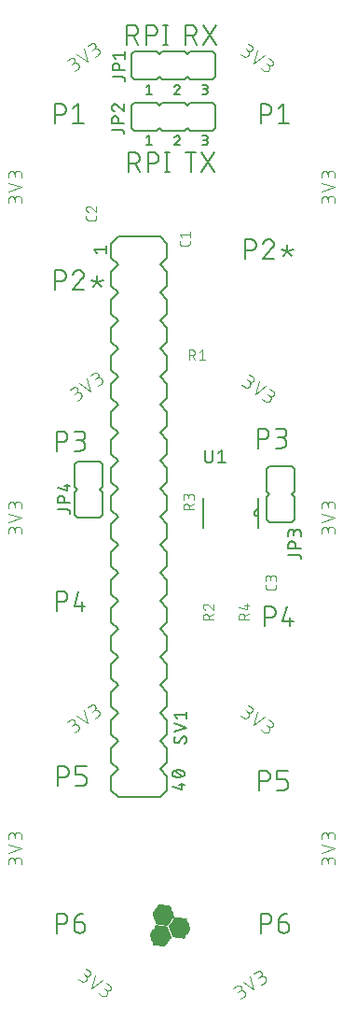
<source format=gbr>
G04 EAGLE Gerber RS-274X export*
G75*
%MOMM*%
%FSLAX34Y34*%
%LPD*%
%INSilkscreen Top*%
%IPPOS*%
%AMOC8*
5,1,8,0,0,1.08239X$1,22.5*%
G01*
%ADD10C,0.101600*%
%ADD11C,0.152400*%
%ADD12R,0.014731X0.014731*%
%ADD13R,0.147319X0.014731*%
%ADD14R,0.265175X0.014731*%
%ADD15R,0.383031X0.014731*%
%ADD16R,0.515619X0.014731*%
%ADD17R,0.633475X0.014731*%
%ADD18R,0.751331X0.014731*%
%ADD19R,0.883919X0.014731*%
%ADD20R,1.001775X0.014731*%
%ADD21R,1.119631X0.014731*%
%ADD22R,1.134363X0.014731*%
%ADD23R,1.149094X0.014731*%
%ADD24R,1.163825X0.014731*%
%ADD25R,1.178556X0.014731*%
%ADD26R,1.193288X0.014731*%
%ADD27R,1.222756X0.014731*%
%ADD28R,1.237488X0.014731*%
%ADD29R,1.266950X0.014731*%
%ADD30R,1.281681X0.014731*%
%ADD31R,1.311144X0.014731*%
%ADD32R,1.325881X0.014731*%
%ADD33R,1.355344X0.014731*%
%ADD34R,1.370075X0.014731*%
%ADD35R,1.384806X0.014731*%
%ADD36R,1.399538X0.014731*%
%ADD37R,1.414275X0.014731*%
%ADD38R,1.443738X0.014731*%
%ADD39R,1.458469X0.014731*%
%ADD40R,1.487931X0.014731*%
%ADD41R,1.502663X0.014731*%
%ADD42R,1.517394X0.014731*%
%ADD43R,1.532125X0.014731*%
%ADD44R,1.546856X0.014731*%
%ADD45R,1.576319X0.014731*%
%ADD46R,1.605788X0.014731*%
%ADD47R,1.620519X0.014731*%
%ADD48R,1.649981X0.014731*%
%ADD49R,1.664713X0.014731*%
%ADD50R,1.694175X0.014731*%
%ADD51R,1.708913X0.014731*%
%ADD52R,1.738375X0.014731*%
%ADD53R,1.753106X0.014731*%
%ADD54R,1.767838X0.014731*%
%ADD55R,1.782569X0.014731*%
%ADD56R,1.797306X0.014731*%
%ADD57R,0.117856X0.014731*%
%ADD58R,1.826769X0.014731*%
%ADD59R,0.235713X0.014731*%
%ADD60R,0.353569X0.014731*%
%ADD61R,1.856231X0.014731*%
%ADD62R,0.486156X0.014731*%
%ADD63R,1.870963X0.014731*%
%ADD64R,0.604013X0.014731*%
%ADD65R,0.721869X0.014731*%
%ADD66R,1.885694X0.014731*%
%ADD67R,0.839719X0.014731*%
%ADD68R,0.972306X0.014731*%
%ADD69R,1.090169X0.014731*%
%ADD70R,1.208025X0.014731*%
%ADD71R,1.252219X0.014731*%
%ADD72R,1.296412X0.014731*%
%ADD73R,1.340612X0.014731*%
%ADD74R,1.826763X0.014731*%
%ADD75R,1.414269X0.014731*%
%ADD76R,1.812031X0.014731*%
%ADD77R,1.429000X0.014731*%
%ADD78R,1.458462X0.014731*%
%ADD79R,1.473200X0.014731*%
%ADD80R,1.723644X0.014731*%
%ADD81R,1.694181X0.014731*%
%ADD82R,1.679450X0.014731*%
%ADD83R,1.561594X0.014731*%
%ADD84R,1.576325X0.014731*%
%ADD85R,1.591056X0.014731*%
%ADD86R,1.635250X0.014731*%
%ADD87R,1.561588X0.014731*%
%ADD88R,1.443731X0.014731*%
%ADD89R,1.797300X0.014731*%
%ADD90R,1.841500X0.014731*%
%ADD91R,1.311150X0.014731*%
%ADD92R,1.296419X0.014731*%
%ADD93R,1.193294X0.014731*%
%ADD94R,0.957575X0.014731*%
%ADD95R,0.589281X0.014731*%
%ADD96R,0.471425X0.014731*%
%ADD97R,0.220975X0.014731*%
%ADD98R,1.812038X0.014731*%
%ADD99R,0.103119X0.014731*%
%ADD100R,0.029463X0.014731*%
%ADD101R,0.162050X0.014731*%
%ADD102R,0.397763X0.014731*%
%ADD103R,0.648206X0.014731*%
%ADD104R,1.679444X0.014731*%
%ADD105R,1.016506X0.014731*%
%ADD106R,1.104900X0.014731*%
%ADD107R,1.222750X0.014731*%
%ADD108R,1.429006X0.014731*%
%ADD109R,1.208019X0.014731*%
%ADD110R,0.987044X0.014731*%
%ADD111R,0.854456X0.014731*%
%ADD112R,0.618744X0.014731*%
%ADD113R,0.500888X0.014731*%
%ADD114R,0.368300X0.014731*%
%ADD115R,0.132587X0.014731*%
%ADD116R,1.664719X0.014731*%
%ADD117R,1.075438X0.014731*%
%ADD118R,0.942844X0.014731*%
%ADD119R,0.707131X0.014731*%
%ADD120R,0.456694X0.014731*%
%ADD121R,0.088388X0.014731*%
%ADD122C,0.127000*%
%ADD123C,0.076200*%


D10*
X744638Y371452D02*
X747296Y369590D01*
X747390Y369527D01*
X747486Y369467D01*
X747584Y369410D01*
X747684Y369357D01*
X747786Y369307D01*
X747890Y369261D01*
X747995Y369219D01*
X748101Y369180D01*
X748209Y369145D01*
X748318Y369114D01*
X748428Y369086D01*
X748539Y369063D01*
X748650Y369043D01*
X748762Y369027D01*
X748875Y369015D01*
X748988Y369007D01*
X749101Y369003D01*
X749215Y369003D01*
X749328Y369007D01*
X749441Y369015D01*
X749554Y369027D01*
X749666Y369043D01*
X749777Y369063D01*
X749888Y369086D01*
X749998Y369114D01*
X750107Y369145D01*
X750215Y369180D01*
X750321Y369219D01*
X750426Y369261D01*
X750530Y369307D01*
X750632Y369357D01*
X750732Y369410D01*
X750830Y369467D01*
X750926Y369527D01*
X751020Y369590D01*
X751111Y369657D01*
X751201Y369726D01*
X751288Y369799D01*
X751372Y369875D01*
X751453Y369954D01*
X751532Y370035D01*
X751608Y370119D01*
X751681Y370206D01*
X751750Y370296D01*
X751817Y370387D01*
X751880Y370481D01*
X751940Y370577D01*
X751997Y370675D01*
X752050Y370775D01*
X752100Y370877D01*
X752146Y370981D01*
X752188Y371086D01*
X752227Y371192D01*
X752262Y371300D01*
X752293Y371409D01*
X752321Y371519D01*
X752344Y371630D01*
X752364Y371741D01*
X752380Y371853D01*
X752392Y371966D01*
X752400Y372079D01*
X752404Y372192D01*
X752404Y372306D01*
X752400Y372419D01*
X752392Y372532D01*
X752380Y372645D01*
X752364Y372757D01*
X752344Y372868D01*
X752321Y372979D01*
X752293Y373089D01*
X752262Y373198D01*
X752227Y373306D01*
X752188Y373412D01*
X752146Y373517D01*
X752100Y373621D01*
X752050Y373723D01*
X751997Y373823D01*
X751940Y373921D01*
X751880Y374017D01*
X751817Y374111D01*
X751750Y374202D01*
X751681Y374292D01*
X751608Y374379D01*
X751532Y374463D01*
X751453Y374544D01*
X751372Y374623D01*
X751288Y374699D01*
X751201Y374772D01*
X751112Y374841D01*
X751020Y374908D01*
X754530Y378789D02*
X751339Y381023D01*
X754529Y378789D02*
X754610Y378729D01*
X754689Y378667D01*
X754766Y378601D01*
X754840Y378533D01*
X754911Y378462D01*
X754979Y378388D01*
X755045Y378311D01*
X755107Y378232D01*
X755167Y378151D01*
X755223Y378067D01*
X755276Y377982D01*
X755325Y377894D01*
X755371Y377805D01*
X755414Y377713D01*
X755453Y377620D01*
X755488Y377526D01*
X755520Y377431D01*
X755548Y377334D01*
X755572Y377236D01*
X755592Y377138D01*
X755609Y377038D01*
X755621Y376938D01*
X755630Y376838D01*
X755635Y376738D01*
X755636Y376637D01*
X755633Y376536D01*
X755626Y376436D01*
X755615Y376336D01*
X755601Y376236D01*
X755582Y376137D01*
X755560Y376039D01*
X755534Y375942D01*
X755504Y375845D01*
X755471Y375751D01*
X755434Y375657D01*
X755393Y375565D01*
X755348Y375474D01*
X755301Y375386D01*
X755249Y375299D01*
X755195Y375215D01*
X755137Y375132D01*
X755076Y375052D01*
X755012Y374974D01*
X754945Y374899D01*
X754876Y374826D01*
X754803Y374757D01*
X754728Y374690D01*
X754650Y374626D01*
X754570Y374565D01*
X754487Y374507D01*
X754403Y374453D01*
X754316Y374401D01*
X754228Y374354D01*
X754137Y374309D01*
X754045Y374268D01*
X753951Y374231D01*
X753857Y374198D01*
X753760Y374168D01*
X753663Y374142D01*
X753565Y374120D01*
X753466Y374101D01*
X753366Y374087D01*
X753266Y374076D01*
X753166Y374069D01*
X753065Y374066D01*
X752964Y374067D01*
X752864Y374072D01*
X752764Y374081D01*
X752664Y374093D01*
X752564Y374110D01*
X752466Y374130D01*
X752368Y374154D01*
X752271Y374182D01*
X752176Y374214D01*
X752082Y374249D01*
X751989Y374288D01*
X751897Y374331D01*
X751808Y374377D01*
X751720Y374426D01*
X751635Y374479D01*
X751551Y374535D01*
X749424Y376025D01*
X760170Y374839D02*
X756659Y363034D01*
X766551Y370372D01*
X763363Y358340D02*
X766022Y356478D01*
X766116Y356415D01*
X766212Y356355D01*
X766310Y356298D01*
X766410Y356245D01*
X766512Y356195D01*
X766616Y356149D01*
X766721Y356107D01*
X766827Y356068D01*
X766935Y356033D01*
X767044Y356002D01*
X767154Y355974D01*
X767265Y355951D01*
X767376Y355931D01*
X767488Y355915D01*
X767601Y355903D01*
X767714Y355895D01*
X767827Y355891D01*
X767941Y355891D01*
X768054Y355895D01*
X768167Y355903D01*
X768280Y355915D01*
X768392Y355931D01*
X768503Y355951D01*
X768614Y355974D01*
X768724Y356002D01*
X768833Y356033D01*
X768941Y356068D01*
X769047Y356107D01*
X769152Y356149D01*
X769256Y356195D01*
X769358Y356245D01*
X769458Y356298D01*
X769556Y356355D01*
X769652Y356415D01*
X769746Y356478D01*
X769837Y356545D01*
X769927Y356614D01*
X770014Y356687D01*
X770098Y356763D01*
X770179Y356842D01*
X770258Y356923D01*
X770334Y357007D01*
X770407Y357094D01*
X770476Y357184D01*
X770543Y357275D01*
X770606Y357369D01*
X770666Y357465D01*
X770723Y357563D01*
X770776Y357663D01*
X770826Y357765D01*
X770872Y357869D01*
X770914Y357974D01*
X770953Y358080D01*
X770988Y358188D01*
X771019Y358297D01*
X771047Y358407D01*
X771070Y358518D01*
X771090Y358629D01*
X771106Y358741D01*
X771118Y358854D01*
X771126Y358967D01*
X771130Y359080D01*
X771130Y359194D01*
X771126Y359307D01*
X771118Y359420D01*
X771106Y359533D01*
X771090Y359645D01*
X771070Y359756D01*
X771047Y359867D01*
X771019Y359977D01*
X770988Y360086D01*
X770953Y360194D01*
X770914Y360300D01*
X770872Y360405D01*
X770826Y360509D01*
X770776Y360611D01*
X770723Y360711D01*
X770666Y360809D01*
X770606Y360905D01*
X770543Y360999D01*
X770476Y361090D01*
X770407Y361180D01*
X770334Y361267D01*
X770258Y361351D01*
X770179Y361432D01*
X770098Y361511D01*
X770014Y361587D01*
X769927Y361660D01*
X769838Y361729D01*
X769746Y361796D01*
X773255Y365677D02*
X770065Y367911D01*
X773255Y365677D02*
X773336Y365617D01*
X773415Y365555D01*
X773492Y365489D01*
X773566Y365421D01*
X773637Y365350D01*
X773705Y365276D01*
X773771Y365199D01*
X773833Y365120D01*
X773893Y365039D01*
X773949Y364955D01*
X774002Y364870D01*
X774051Y364782D01*
X774097Y364693D01*
X774140Y364601D01*
X774179Y364508D01*
X774214Y364414D01*
X774246Y364319D01*
X774274Y364222D01*
X774298Y364124D01*
X774318Y364026D01*
X774335Y363926D01*
X774347Y363826D01*
X774356Y363726D01*
X774361Y363626D01*
X774362Y363525D01*
X774359Y363424D01*
X774352Y363324D01*
X774341Y363224D01*
X774327Y363124D01*
X774308Y363025D01*
X774286Y362927D01*
X774260Y362830D01*
X774230Y362733D01*
X774197Y362639D01*
X774160Y362545D01*
X774119Y362453D01*
X774074Y362362D01*
X774027Y362274D01*
X773975Y362187D01*
X773921Y362103D01*
X773863Y362020D01*
X773802Y361940D01*
X773738Y361862D01*
X773671Y361787D01*
X773602Y361714D01*
X773529Y361645D01*
X773454Y361578D01*
X773376Y361514D01*
X773296Y361453D01*
X773213Y361395D01*
X773129Y361341D01*
X773042Y361289D01*
X772954Y361242D01*
X772863Y361197D01*
X772771Y361156D01*
X772677Y361119D01*
X772583Y361086D01*
X772486Y361056D01*
X772389Y361030D01*
X772291Y361008D01*
X772192Y360989D01*
X772092Y360975D01*
X771992Y360964D01*
X771892Y360957D01*
X771791Y360954D01*
X771690Y360955D01*
X771590Y360960D01*
X771490Y360969D01*
X771390Y360981D01*
X771290Y360998D01*
X771192Y361018D01*
X771094Y361042D01*
X770997Y361070D01*
X770902Y361102D01*
X770808Y361137D01*
X770715Y361176D01*
X770623Y361219D01*
X770534Y361265D01*
X770446Y361314D01*
X770361Y361367D01*
X770277Y361423D01*
X768150Y362913D01*
X693252Y475034D02*
X693252Y478280D01*
X693250Y478393D01*
X693244Y478506D01*
X693234Y478619D01*
X693220Y478732D01*
X693203Y478844D01*
X693181Y478955D01*
X693156Y479065D01*
X693126Y479175D01*
X693093Y479283D01*
X693056Y479390D01*
X693016Y479496D01*
X692971Y479600D01*
X692923Y479703D01*
X692872Y479804D01*
X692817Y479903D01*
X692759Y480000D01*
X692697Y480095D01*
X692632Y480188D01*
X692564Y480278D01*
X692493Y480366D01*
X692418Y480452D01*
X692341Y480535D01*
X692261Y480615D01*
X692178Y480692D01*
X692092Y480767D01*
X692004Y480838D01*
X691914Y480906D01*
X691821Y480971D01*
X691726Y481033D01*
X691629Y481091D01*
X691530Y481146D01*
X691429Y481197D01*
X691326Y481245D01*
X691222Y481290D01*
X691116Y481330D01*
X691009Y481367D01*
X690901Y481400D01*
X690791Y481430D01*
X690681Y481455D01*
X690570Y481477D01*
X690458Y481494D01*
X690345Y481508D01*
X690232Y481518D01*
X690119Y481524D01*
X690006Y481526D01*
X689893Y481524D01*
X689780Y481518D01*
X689667Y481508D01*
X689554Y481494D01*
X689442Y481477D01*
X689331Y481455D01*
X689221Y481430D01*
X689111Y481400D01*
X689003Y481367D01*
X688896Y481330D01*
X688790Y481290D01*
X688686Y481245D01*
X688583Y481197D01*
X688482Y481146D01*
X688383Y481091D01*
X688286Y481033D01*
X688191Y480971D01*
X688098Y480906D01*
X688008Y480838D01*
X687920Y480767D01*
X687834Y480692D01*
X687751Y480615D01*
X687671Y480535D01*
X687594Y480452D01*
X687519Y480366D01*
X687448Y480278D01*
X687380Y480188D01*
X687315Y480095D01*
X687253Y480000D01*
X687195Y479903D01*
X687140Y479804D01*
X687089Y479703D01*
X687041Y479600D01*
X686996Y479496D01*
X686956Y479390D01*
X686919Y479283D01*
X686886Y479175D01*
X686856Y479065D01*
X686831Y478955D01*
X686809Y478844D01*
X686792Y478732D01*
X686778Y478619D01*
X686768Y478506D01*
X686762Y478393D01*
X686760Y478280D01*
X681568Y478929D02*
X681568Y475034D01*
X681568Y478929D02*
X681570Y479030D01*
X681576Y479130D01*
X681586Y479230D01*
X681599Y479330D01*
X681617Y479429D01*
X681638Y479528D01*
X681663Y479625D01*
X681692Y479722D01*
X681725Y479817D01*
X681761Y479911D01*
X681801Y480003D01*
X681844Y480094D01*
X681891Y480183D01*
X681941Y480270D01*
X681995Y480356D01*
X682052Y480439D01*
X682112Y480519D01*
X682175Y480598D01*
X682242Y480674D01*
X682311Y480747D01*
X682383Y480817D01*
X682457Y480885D01*
X682534Y480950D01*
X682614Y481011D01*
X682696Y481070D01*
X682780Y481125D01*
X682866Y481177D01*
X682954Y481226D01*
X683044Y481271D01*
X683136Y481313D01*
X683229Y481351D01*
X683324Y481385D01*
X683419Y481416D01*
X683516Y481443D01*
X683614Y481466D01*
X683713Y481486D01*
X683813Y481501D01*
X683913Y481513D01*
X684013Y481521D01*
X684114Y481525D01*
X684214Y481525D01*
X684315Y481521D01*
X684415Y481513D01*
X684515Y481501D01*
X684615Y481486D01*
X684714Y481466D01*
X684812Y481443D01*
X684909Y481416D01*
X685004Y481385D01*
X685099Y481351D01*
X685192Y481313D01*
X685284Y481271D01*
X685374Y481226D01*
X685462Y481177D01*
X685548Y481125D01*
X685632Y481070D01*
X685714Y481011D01*
X685794Y480950D01*
X685871Y480885D01*
X685945Y480817D01*
X686017Y480747D01*
X686086Y480674D01*
X686153Y480598D01*
X686216Y480519D01*
X686276Y480439D01*
X686333Y480356D01*
X686387Y480270D01*
X686437Y480183D01*
X686484Y480094D01*
X686527Y480003D01*
X686567Y479911D01*
X686603Y479817D01*
X686636Y479722D01*
X686665Y479625D01*
X686690Y479528D01*
X686711Y479429D01*
X686729Y479330D01*
X686742Y479230D01*
X686752Y479130D01*
X686758Y479030D01*
X686760Y478929D01*
X686761Y478929D02*
X686761Y476333D01*
X681568Y485815D02*
X693252Y489710D01*
X681568Y493605D01*
X693252Y497894D02*
X693252Y501140D01*
X693250Y501253D01*
X693244Y501366D01*
X693234Y501479D01*
X693220Y501592D01*
X693203Y501704D01*
X693181Y501815D01*
X693156Y501925D01*
X693126Y502035D01*
X693093Y502143D01*
X693056Y502250D01*
X693016Y502356D01*
X692971Y502460D01*
X692923Y502563D01*
X692872Y502664D01*
X692817Y502763D01*
X692759Y502860D01*
X692697Y502955D01*
X692632Y503048D01*
X692564Y503138D01*
X692493Y503226D01*
X692418Y503312D01*
X692341Y503395D01*
X692261Y503475D01*
X692178Y503552D01*
X692092Y503627D01*
X692004Y503698D01*
X691914Y503766D01*
X691821Y503831D01*
X691726Y503893D01*
X691629Y503951D01*
X691530Y504006D01*
X691429Y504057D01*
X691326Y504105D01*
X691222Y504150D01*
X691116Y504190D01*
X691009Y504227D01*
X690901Y504260D01*
X690791Y504290D01*
X690681Y504315D01*
X690570Y504337D01*
X690458Y504354D01*
X690345Y504368D01*
X690232Y504378D01*
X690119Y504384D01*
X690006Y504386D01*
X689893Y504384D01*
X689780Y504378D01*
X689667Y504368D01*
X689554Y504354D01*
X689442Y504337D01*
X689331Y504315D01*
X689221Y504290D01*
X689111Y504260D01*
X689003Y504227D01*
X688896Y504190D01*
X688790Y504150D01*
X688686Y504105D01*
X688583Y504057D01*
X688482Y504006D01*
X688383Y503951D01*
X688286Y503893D01*
X688191Y503831D01*
X688098Y503766D01*
X688008Y503698D01*
X687920Y503627D01*
X687834Y503552D01*
X687751Y503475D01*
X687671Y503395D01*
X687594Y503312D01*
X687519Y503226D01*
X687448Y503138D01*
X687380Y503048D01*
X687315Y502955D01*
X687253Y502860D01*
X687195Y502763D01*
X687140Y502664D01*
X687089Y502563D01*
X687041Y502460D01*
X686996Y502356D01*
X686956Y502250D01*
X686919Y502143D01*
X686886Y502035D01*
X686856Y501925D01*
X686831Y501815D01*
X686809Y501704D01*
X686792Y501592D01*
X686778Y501479D01*
X686768Y501366D01*
X686762Y501253D01*
X686760Y501140D01*
X681568Y501789D02*
X681568Y497894D01*
X681568Y501789D02*
X681570Y501890D01*
X681576Y501990D01*
X681586Y502090D01*
X681599Y502190D01*
X681617Y502289D01*
X681638Y502388D01*
X681663Y502485D01*
X681692Y502582D01*
X681725Y502677D01*
X681761Y502771D01*
X681801Y502863D01*
X681844Y502954D01*
X681891Y503043D01*
X681941Y503130D01*
X681995Y503216D01*
X682052Y503299D01*
X682112Y503379D01*
X682175Y503458D01*
X682242Y503534D01*
X682311Y503607D01*
X682383Y503677D01*
X682457Y503745D01*
X682534Y503810D01*
X682614Y503871D01*
X682696Y503930D01*
X682780Y503985D01*
X682866Y504037D01*
X682954Y504086D01*
X683044Y504131D01*
X683136Y504173D01*
X683229Y504211D01*
X683324Y504245D01*
X683419Y504276D01*
X683516Y504303D01*
X683614Y504326D01*
X683713Y504346D01*
X683813Y504361D01*
X683913Y504373D01*
X684013Y504381D01*
X684114Y504385D01*
X684214Y504385D01*
X684315Y504381D01*
X684415Y504373D01*
X684515Y504361D01*
X684615Y504346D01*
X684714Y504326D01*
X684812Y504303D01*
X684909Y504276D01*
X685004Y504245D01*
X685099Y504211D01*
X685192Y504173D01*
X685284Y504131D01*
X685374Y504086D01*
X685462Y504037D01*
X685548Y503985D01*
X685632Y503930D01*
X685714Y503871D01*
X685794Y503810D01*
X685871Y503745D01*
X685945Y503677D01*
X686017Y503607D01*
X686086Y503534D01*
X686153Y503458D01*
X686216Y503379D01*
X686276Y503299D01*
X686333Y503216D01*
X686387Y503130D01*
X686437Y503043D01*
X686484Y502954D01*
X686527Y502863D01*
X686567Y502771D01*
X686603Y502677D01*
X686636Y502582D01*
X686665Y502485D01*
X686690Y502388D01*
X686711Y502289D01*
X686729Y502190D01*
X686742Y502090D01*
X686752Y501990D01*
X686758Y501890D01*
X686760Y501789D01*
X686761Y501789D02*
X686761Y499193D01*
X892309Y353287D02*
X894968Y355149D01*
X894968Y355148D02*
X895059Y355215D01*
X895149Y355284D01*
X895236Y355357D01*
X895320Y355433D01*
X895401Y355512D01*
X895480Y355593D01*
X895556Y355677D01*
X895629Y355764D01*
X895698Y355854D01*
X895765Y355945D01*
X895828Y356039D01*
X895888Y356135D01*
X895945Y356233D01*
X895998Y356333D01*
X896048Y356435D01*
X896094Y356539D01*
X896136Y356644D01*
X896175Y356750D01*
X896210Y356858D01*
X896241Y356967D01*
X896269Y357077D01*
X896292Y357188D01*
X896312Y357299D01*
X896328Y357411D01*
X896340Y357524D01*
X896348Y357637D01*
X896352Y357750D01*
X896352Y357864D01*
X896348Y357977D01*
X896340Y358090D01*
X896328Y358203D01*
X896312Y358315D01*
X896292Y358426D01*
X896269Y358537D01*
X896241Y358647D01*
X896210Y358756D01*
X896175Y358864D01*
X896136Y358970D01*
X896094Y359075D01*
X896048Y359179D01*
X895998Y359281D01*
X895945Y359381D01*
X895888Y359479D01*
X895828Y359575D01*
X895765Y359669D01*
X895698Y359760D01*
X895629Y359850D01*
X895556Y359937D01*
X895480Y360021D01*
X895401Y360102D01*
X895320Y360181D01*
X895236Y360257D01*
X895149Y360330D01*
X895060Y360399D01*
X894968Y360466D01*
X894874Y360529D01*
X894778Y360589D01*
X894680Y360646D01*
X894580Y360699D01*
X894478Y360749D01*
X894374Y360795D01*
X894269Y360837D01*
X894163Y360876D01*
X894055Y360911D01*
X893946Y360942D01*
X893836Y360970D01*
X893725Y360993D01*
X893614Y361013D01*
X893502Y361029D01*
X893389Y361041D01*
X893276Y361049D01*
X893163Y361053D01*
X893049Y361053D01*
X892936Y361049D01*
X892823Y361041D01*
X892710Y361029D01*
X892598Y361013D01*
X892487Y360993D01*
X892376Y360970D01*
X892266Y360942D01*
X892157Y360911D01*
X892049Y360876D01*
X891943Y360837D01*
X891838Y360795D01*
X891734Y360749D01*
X891632Y360699D01*
X891532Y360646D01*
X891434Y360589D01*
X891338Y360529D01*
X891244Y360466D01*
X888798Y365092D02*
X885608Y362858D01*
X888798Y365092D02*
X888882Y365148D01*
X888967Y365201D01*
X889055Y365250D01*
X889144Y365296D01*
X889236Y365339D01*
X889329Y365378D01*
X889423Y365413D01*
X889518Y365445D01*
X889615Y365473D01*
X889713Y365497D01*
X889811Y365517D01*
X889911Y365534D01*
X890011Y365546D01*
X890111Y365555D01*
X890212Y365560D01*
X890312Y365561D01*
X890413Y365558D01*
X890513Y365551D01*
X890613Y365540D01*
X890713Y365526D01*
X890812Y365507D01*
X890910Y365485D01*
X891007Y365459D01*
X891104Y365429D01*
X891199Y365396D01*
X891292Y365359D01*
X891384Y365318D01*
X891475Y365273D01*
X891563Y365226D01*
X891650Y365174D01*
X891734Y365120D01*
X891817Y365062D01*
X891897Y365001D01*
X891975Y364937D01*
X892050Y364870D01*
X892123Y364801D01*
X892192Y364728D01*
X892259Y364653D01*
X892323Y364575D01*
X892384Y364495D01*
X892442Y364412D01*
X892496Y364328D01*
X892548Y364241D01*
X892595Y364153D01*
X892640Y364062D01*
X892681Y363970D01*
X892718Y363876D01*
X892751Y363782D01*
X892781Y363685D01*
X892807Y363588D01*
X892829Y363490D01*
X892848Y363391D01*
X892862Y363291D01*
X892873Y363191D01*
X892880Y363091D01*
X892883Y362990D01*
X892882Y362890D01*
X892877Y362789D01*
X892868Y362689D01*
X892856Y362589D01*
X892839Y362489D01*
X892819Y362391D01*
X892795Y362293D01*
X892767Y362196D01*
X892735Y362101D01*
X892700Y362007D01*
X892661Y361914D01*
X892618Y361822D01*
X892572Y361733D01*
X892523Y361645D01*
X892470Y361560D01*
X892414Y361476D01*
X892354Y361395D01*
X892292Y361316D01*
X892226Y361239D01*
X892158Y361165D01*
X892087Y361094D01*
X892013Y361026D01*
X891936Y360960D01*
X891857Y360898D01*
X891776Y360838D01*
X889650Y359349D01*
X894439Y369042D02*
X904331Y361704D01*
X900819Y373509D01*
X911035Y366399D02*
X913694Y368260D01*
X913785Y368327D01*
X913875Y368396D01*
X913962Y368469D01*
X914046Y368545D01*
X914127Y368624D01*
X914206Y368705D01*
X914282Y368789D01*
X914355Y368876D01*
X914424Y368966D01*
X914491Y369057D01*
X914554Y369151D01*
X914614Y369247D01*
X914671Y369345D01*
X914724Y369445D01*
X914774Y369547D01*
X914820Y369651D01*
X914862Y369756D01*
X914901Y369862D01*
X914936Y369970D01*
X914967Y370079D01*
X914995Y370189D01*
X915018Y370300D01*
X915038Y370411D01*
X915054Y370523D01*
X915066Y370636D01*
X915074Y370749D01*
X915078Y370862D01*
X915078Y370976D01*
X915074Y371089D01*
X915066Y371202D01*
X915054Y371315D01*
X915038Y371427D01*
X915018Y371538D01*
X914995Y371649D01*
X914967Y371759D01*
X914936Y371868D01*
X914901Y371976D01*
X914862Y372082D01*
X914820Y372187D01*
X914774Y372291D01*
X914724Y372393D01*
X914671Y372493D01*
X914614Y372591D01*
X914554Y372687D01*
X914491Y372781D01*
X914424Y372872D01*
X914355Y372962D01*
X914282Y373049D01*
X914206Y373133D01*
X914127Y373214D01*
X914046Y373293D01*
X913962Y373369D01*
X913875Y373442D01*
X913786Y373511D01*
X913694Y373578D01*
X913600Y373641D01*
X913504Y373701D01*
X913406Y373758D01*
X913306Y373811D01*
X913204Y373861D01*
X913100Y373907D01*
X912995Y373949D01*
X912889Y373988D01*
X912781Y374023D01*
X912672Y374054D01*
X912562Y374082D01*
X912451Y374105D01*
X912340Y374125D01*
X912228Y374141D01*
X912115Y374153D01*
X912002Y374161D01*
X911889Y374165D01*
X911775Y374165D01*
X911662Y374161D01*
X911549Y374153D01*
X911436Y374141D01*
X911324Y374125D01*
X911213Y374105D01*
X911102Y374082D01*
X910992Y374054D01*
X910883Y374023D01*
X910775Y373988D01*
X910669Y373949D01*
X910564Y373907D01*
X910460Y373861D01*
X910358Y373811D01*
X910258Y373758D01*
X910160Y373701D01*
X910064Y373641D01*
X909970Y373578D01*
X907524Y378204D02*
X904333Y375970D01*
X907524Y378204D02*
X907608Y378260D01*
X907693Y378313D01*
X907781Y378362D01*
X907870Y378408D01*
X907962Y378451D01*
X908055Y378490D01*
X908149Y378525D01*
X908244Y378557D01*
X908341Y378585D01*
X908439Y378609D01*
X908537Y378629D01*
X908637Y378646D01*
X908737Y378658D01*
X908837Y378667D01*
X908938Y378672D01*
X909038Y378673D01*
X909139Y378670D01*
X909239Y378663D01*
X909339Y378652D01*
X909439Y378638D01*
X909538Y378619D01*
X909636Y378597D01*
X909733Y378571D01*
X909830Y378541D01*
X909925Y378508D01*
X910018Y378471D01*
X910110Y378430D01*
X910201Y378385D01*
X910289Y378338D01*
X910376Y378286D01*
X910460Y378232D01*
X910543Y378174D01*
X910623Y378113D01*
X910701Y378049D01*
X910776Y377982D01*
X910849Y377913D01*
X910918Y377840D01*
X910985Y377765D01*
X911049Y377687D01*
X911110Y377607D01*
X911168Y377524D01*
X911222Y377440D01*
X911274Y377353D01*
X911321Y377265D01*
X911366Y377174D01*
X911407Y377082D01*
X911444Y376988D01*
X911477Y376894D01*
X911507Y376797D01*
X911533Y376700D01*
X911555Y376602D01*
X911574Y376503D01*
X911588Y376403D01*
X911599Y376303D01*
X911606Y376203D01*
X911609Y376102D01*
X911608Y376002D01*
X911603Y375901D01*
X911594Y375801D01*
X911582Y375701D01*
X911565Y375601D01*
X911545Y375503D01*
X911521Y375405D01*
X911493Y375308D01*
X911461Y375213D01*
X911426Y375119D01*
X911387Y375026D01*
X911344Y374934D01*
X911298Y374845D01*
X911249Y374757D01*
X911196Y374672D01*
X911140Y374588D01*
X911080Y374507D01*
X911018Y374428D01*
X910952Y374351D01*
X910884Y374277D01*
X910813Y374206D01*
X910739Y374138D01*
X910662Y374072D01*
X910583Y374010D01*
X910502Y373950D01*
X908375Y372461D01*
D11*
X723814Y1146650D02*
X723814Y1164430D01*
X728753Y1164430D01*
X728893Y1164428D01*
X729032Y1164422D01*
X729172Y1164412D01*
X729311Y1164398D01*
X729450Y1164381D01*
X729588Y1164359D01*
X729725Y1164333D01*
X729862Y1164304D01*
X729998Y1164271D01*
X730132Y1164234D01*
X730266Y1164193D01*
X730398Y1164148D01*
X730530Y1164099D01*
X730659Y1164047D01*
X730787Y1163992D01*
X730914Y1163932D01*
X731039Y1163869D01*
X731162Y1163803D01*
X731283Y1163733D01*
X731402Y1163660D01*
X731519Y1163583D01*
X731633Y1163503D01*
X731746Y1163420D01*
X731856Y1163334D01*
X731963Y1163244D01*
X732068Y1163152D01*
X732170Y1163057D01*
X732270Y1162959D01*
X732367Y1162858D01*
X732461Y1162754D01*
X732551Y1162648D01*
X732639Y1162539D01*
X732724Y1162428D01*
X732805Y1162314D01*
X732884Y1162199D01*
X732959Y1162081D01*
X733030Y1161961D01*
X733098Y1161838D01*
X733163Y1161715D01*
X733224Y1161589D01*
X733282Y1161461D01*
X733336Y1161333D01*
X733386Y1161202D01*
X733433Y1161070D01*
X733476Y1160937D01*
X733515Y1160803D01*
X733550Y1160668D01*
X733581Y1160532D01*
X733609Y1160394D01*
X733632Y1160257D01*
X733652Y1160118D01*
X733668Y1159979D01*
X733680Y1159840D01*
X733688Y1159701D01*
X733692Y1159561D01*
X733692Y1159421D01*
X733688Y1159281D01*
X733680Y1159142D01*
X733668Y1159003D01*
X733652Y1158864D01*
X733632Y1158725D01*
X733609Y1158588D01*
X733581Y1158450D01*
X733550Y1158314D01*
X733515Y1158179D01*
X733476Y1158045D01*
X733433Y1157912D01*
X733386Y1157780D01*
X733336Y1157649D01*
X733282Y1157521D01*
X733224Y1157393D01*
X733163Y1157267D01*
X733098Y1157144D01*
X733030Y1157022D01*
X732959Y1156901D01*
X732884Y1156783D01*
X732805Y1156668D01*
X732724Y1156554D01*
X732639Y1156443D01*
X732551Y1156334D01*
X732461Y1156228D01*
X732367Y1156124D01*
X732270Y1156023D01*
X732170Y1155925D01*
X732068Y1155830D01*
X731963Y1155738D01*
X731856Y1155648D01*
X731746Y1155562D01*
X731633Y1155479D01*
X731519Y1155399D01*
X731402Y1155322D01*
X731283Y1155249D01*
X731162Y1155179D01*
X731039Y1155113D01*
X730914Y1155050D01*
X730787Y1154990D01*
X730659Y1154935D01*
X730530Y1154883D01*
X730398Y1154834D01*
X730266Y1154789D01*
X730132Y1154748D01*
X729998Y1154711D01*
X729862Y1154678D01*
X729725Y1154649D01*
X729588Y1154623D01*
X729450Y1154601D01*
X729311Y1154584D01*
X729172Y1154570D01*
X729032Y1154560D01*
X728893Y1154554D01*
X728753Y1154552D01*
X723814Y1154552D01*
X739809Y1160479D02*
X744748Y1164430D01*
X744748Y1146650D01*
X749686Y1146650D02*
X739809Y1146650D01*
X896522Y1041810D02*
X896522Y1024030D01*
X896522Y1041810D02*
X901461Y1041810D01*
X901601Y1041808D01*
X901740Y1041802D01*
X901880Y1041792D01*
X902019Y1041778D01*
X902158Y1041761D01*
X902296Y1041739D01*
X902433Y1041713D01*
X902570Y1041684D01*
X902706Y1041651D01*
X902840Y1041614D01*
X902974Y1041573D01*
X903106Y1041528D01*
X903238Y1041479D01*
X903367Y1041427D01*
X903495Y1041372D01*
X903622Y1041312D01*
X903747Y1041249D01*
X903870Y1041183D01*
X903991Y1041113D01*
X904110Y1041040D01*
X904227Y1040963D01*
X904341Y1040883D01*
X904454Y1040800D01*
X904564Y1040714D01*
X904671Y1040624D01*
X904776Y1040532D01*
X904878Y1040437D01*
X904978Y1040339D01*
X905075Y1040238D01*
X905169Y1040134D01*
X905259Y1040028D01*
X905347Y1039919D01*
X905432Y1039808D01*
X905513Y1039694D01*
X905592Y1039579D01*
X905667Y1039461D01*
X905738Y1039341D01*
X905806Y1039218D01*
X905871Y1039095D01*
X905932Y1038969D01*
X905990Y1038841D01*
X906044Y1038713D01*
X906094Y1038582D01*
X906141Y1038450D01*
X906184Y1038317D01*
X906223Y1038183D01*
X906258Y1038048D01*
X906289Y1037912D01*
X906317Y1037774D01*
X906340Y1037637D01*
X906360Y1037498D01*
X906376Y1037359D01*
X906388Y1037220D01*
X906396Y1037081D01*
X906400Y1036941D01*
X906400Y1036801D01*
X906396Y1036661D01*
X906388Y1036522D01*
X906376Y1036383D01*
X906360Y1036244D01*
X906340Y1036105D01*
X906317Y1035968D01*
X906289Y1035830D01*
X906258Y1035694D01*
X906223Y1035559D01*
X906184Y1035425D01*
X906141Y1035292D01*
X906094Y1035160D01*
X906044Y1035029D01*
X905990Y1034901D01*
X905932Y1034773D01*
X905871Y1034647D01*
X905806Y1034524D01*
X905738Y1034402D01*
X905667Y1034281D01*
X905592Y1034163D01*
X905513Y1034048D01*
X905432Y1033934D01*
X905347Y1033823D01*
X905259Y1033714D01*
X905169Y1033608D01*
X905075Y1033504D01*
X904978Y1033403D01*
X904878Y1033305D01*
X904776Y1033210D01*
X904671Y1033118D01*
X904564Y1033028D01*
X904454Y1032942D01*
X904341Y1032859D01*
X904227Y1032779D01*
X904110Y1032702D01*
X903991Y1032629D01*
X903870Y1032559D01*
X903747Y1032493D01*
X903622Y1032430D01*
X903495Y1032370D01*
X903367Y1032315D01*
X903238Y1032263D01*
X903106Y1032214D01*
X902974Y1032169D01*
X902840Y1032128D01*
X902706Y1032091D01*
X902570Y1032058D01*
X902433Y1032029D01*
X902296Y1032003D01*
X902158Y1031981D01*
X902019Y1031964D01*
X901880Y1031950D01*
X901740Y1031940D01*
X901601Y1031934D01*
X901461Y1031932D01*
X896522Y1031932D01*
X917950Y1041810D02*
X918082Y1041808D01*
X918213Y1041802D01*
X918345Y1041792D01*
X918476Y1041779D01*
X918606Y1041761D01*
X918736Y1041740D01*
X918866Y1041715D01*
X918994Y1041686D01*
X919122Y1041653D01*
X919248Y1041616D01*
X919374Y1041576D01*
X919498Y1041532D01*
X919621Y1041484D01*
X919742Y1041433D01*
X919862Y1041378D01*
X919980Y1041320D01*
X920096Y1041258D01*
X920210Y1041192D01*
X920323Y1041124D01*
X920433Y1041052D01*
X920541Y1040977D01*
X920647Y1040898D01*
X920751Y1040817D01*
X920852Y1040732D01*
X920950Y1040645D01*
X921046Y1040554D01*
X921139Y1040461D01*
X921230Y1040365D01*
X921317Y1040267D01*
X921402Y1040166D01*
X921483Y1040062D01*
X921562Y1039956D01*
X921637Y1039848D01*
X921709Y1039738D01*
X921777Y1039625D01*
X921843Y1039511D01*
X921905Y1039395D01*
X921963Y1039277D01*
X922018Y1039157D01*
X922069Y1039036D01*
X922117Y1038913D01*
X922161Y1038789D01*
X922201Y1038663D01*
X922238Y1038537D01*
X922271Y1038409D01*
X922300Y1038281D01*
X922325Y1038151D01*
X922346Y1038021D01*
X922364Y1037891D01*
X922377Y1037760D01*
X922387Y1037628D01*
X922393Y1037497D01*
X922395Y1037365D01*
X917950Y1041810D02*
X917800Y1041808D01*
X917651Y1041802D01*
X917502Y1041792D01*
X917353Y1041779D01*
X917204Y1041761D01*
X917056Y1041740D01*
X916908Y1041714D01*
X916762Y1041685D01*
X916616Y1041652D01*
X916471Y1041615D01*
X916327Y1041574D01*
X916184Y1041530D01*
X916042Y1041482D01*
X915902Y1041430D01*
X915763Y1041375D01*
X915625Y1041316D01*
X915490Y1041253D01*
X915355Y1041187D01*
X915223Y1041117D01*
X915093Y1041044D01*
X914964Y1040967D01*
X914837Y1040887D01*
X914713Y1040804D01*
X914591Y1040718D01*
X914471Y1040628D01*
X914354Y1040535D01*
X914239Y1040440D01*
X914126Y1040341D01*
X914016Y1040239D01*
X913909Y1040135D01*
X913805Y1040028D01*
X913703Y1039918D01*
X913605Y1039805D01*
X913509Y1039690D01*
X913417Y1039572D01*
X913327Y1039452D01*
X913241Y1039330D01*
X913158Y1039206D01*
X913078Y1039079D01*
X913002Y1038951D01*
X912929Y1038820D01*
X912859Y1038687D01*
X912793Y1038553D01*
X912731Y1038417D01*
X912672Y1038280D01*
X912616Y1038141D01*
X912565Y1038000D01*
X912517Y1037859D01*
X920913Y1033908D02*
X921009Y1034001D01*
X921101Y1034097D01*
X921191Y1034196D01*
X921278Y1034297D01*
X921363Y1034400D01*
X921444Y1034505D01*
X921522Y1034613D01*
X921597Y1034723D01*
X921670Y1034835D01*
X921739Y1034949D01*
X921805Y1035065D01*
X921867Y1035183D01*
X921926Y1035302D01*
X921982Y1035423D01*
X922035Y1035546D01*
X922084Y1035670D01*
X922129Y1035795D01*
X922172Y1035922D01*
X922210Y1036049D01*
X922245Y1036178D01*
X922276Y1036307D01*
X922304Y1036438D01*
X922328Y1036569D01*
X922349Y1036701D01*
X922365Y1036833D01*
X922378Y1036966D01*
X922388Y1037099D01*
X922393Y1037232D01*
X922395Y1037365D01*
X920913Y1033908D02*
X912517Y1024030D01*
X922395Y1024030D01*
X934765Y1030944D02*
X934765Y1036871D01*
X934765Y1030944D02*
X938222Y1026499D01*
X934765Y1030944D02*
X931308Y1026499D01*
X934765Y1030944D02*
X940198Y1032920D01*
X934765Y1030944D02*
X929332Y1032920D01*
D12*
X823300Y400665D03*
D13*
X822785Y400812D03*
D14*
X822195Y400959D03*
D15*
X821754Y401107D03*
D16*
X821238Y401254D03*
D17*
X820796Y401401D03*
D18*
X820207Y401549D03*
D19*
X819691Y401696D03*
D20*
X819249Y401843D03*
D21*
X818807Y401991D03*
D22*
X818733Y402138D03*
D23*
X818807Y402285D03*
D24*
X818881Y402433D03*
D25*
X818807Y402580D03*
D26*
X818881Y402727D03*
D27*
X818881Y402874D03*
D28*
X818954Y403022D03*
X818954Y403169D03*
D29*
X818954Y403316D03*
D30*
X819028Y403464D03*
D31*
X819028Y403611D03*
X819028Y403758D03*
D32*
X819102Y403906D03*
D33*
X819102Y404053D03*
D34*
X819175Y404200D03*
D35*
X819102Y404348D03*
D36*
X819175Y404495D03*
D37*
X819249Y404642D03*
D38*
X819249Y404790D03*
X819249Y404937D03*
D39*
X819323Y405084D03*
D40*
X819323Y405232D03*
D41*
X819396Y405379D03*
D42*
X819323Y405526D03*
D43*
X819396Y405674D03*
D44*
X819470Y405821D03*
D45*
X819470Y405968D03*
X819470Y406116D03*
D46*
X819470Y406263D03*
D47*
X819544Y406410D03*
X819544Y406557D03*
D48*
X819544Y406705D03*
D49*
X819617Y406852D03*
D50*
X819617Y406999D03*
X819617Y407147D03*
D51*
X819691Y407294D03*
D52*
X819691Y407441D03*
D53*
X819765Y407589D03*
D54*
X819691Y407736D03*
D55*
X819765Y407883D03*
D56*
X819838Y408031D03*
D57*
X840316Y408031D03*
D58*
X819838Y408178D03*
D59*
X839727Y408178D03*
D58*
X819838Y408325D03*
D60*
X839285Y408325D03*
D61*
X819838Y408473D03*
D62*
X838769Y408473D03*
D63*
X819912Y408620D03*
D64*
X838327Y408620D03*
D63*
X819912Y408767D03*
D65*
X837738Y408767D03*
D66*
X819838Y408915D03*
D67*
X837296Y408915D03*
D66*
X819838Y409062D03*
D68*
X836780Y409062D03*
D63*
X819765Y409209D03*
D69*
X836338Y409209D03*
D66*
X819691Y409357D03*
D21*
X836191Y409357D03*
D66*
X819691Y409504D03*
D23*
X836191Y409504D03*
D66*
X819544Y409651D03*
D24*
X836265Y409651D03*
D66*
X819544Y409799D03*
D25*
X836338Y409799D03*
D63*
X819470Y409946D03*
D26*
X836265Y409946D03*
D66*
X819396Y410093D03*
D70*
X836338Y410093D03*
D66*
X819396Y410240D03*
D28*
X836338Y410240D03*
D66*
X819249Y410388D03*
D71*
X836412Y410388D03*
D66*
X819249Y410535D03*
D71*
X836412Y410535D03*
D63*
X819175Y410682D03*
D30*
X836412Y410682D03*
D66*
X819102Y410830D03*
D72*
X836486Y410830D03*
D66*
X819102Y410977D03*
D32*
X836486Y410977D03*
D66*
X818954Y411124D03*
D32*
X836486Y411124D03*
D66*
X818954Y411272D03*
D73*
X836559Y411272D03*
D63*
X818881Y411419D03*
D34*
X836559Y411419D03*
D61*
X818954Y411566D03*
D35*
X836633Y411566D03*
D61*
X818954Y411714D03*
D36*
X836559Y411714D03*
D74*
X818954Y411861D03*
D75*
X836633Y411861D03*
D76*
X819028Y412008D03*
D77*
X836706Y412008D03*
D55*
X819028Y412156D03*
D78*
X836706Y412156D03*
D55*
X819028Y412303D03*
D78*
X836706Y412303D03*
D54*
X819102Y412450D03*
D79*
X836780Y412450D03*
D52*
X819102Y412598D03*
D41*
X836780Y412598D03*
D80*
X819175Y412745D03*
D41*
X836780Y412745D03*
D51*
X819102Y412892D03*
D43*
X836780Y412892D03*
D81*
X819175Y413040D03*
D44*
X836854Y413040D03*
D82*
X819249Y413187D03*
D83*
X836927Y413187D03*
D48*
X819249Y413334D03*
D84*
X836854Y413334D03*
D48*
X819249Y413482D03*
D85*
X836927Y413482D03*
D86*
X819323Y413629D03*
D47*
X836927Y413629D03*
D46*
X819323Y413776D03*
D86*
X837001Y413776D03*
D46*
X819323Y413923D03*
D86*
X837001Y413923D03*
D84*
X819323Y414071D03*
D49*
X837001Y414071D03*
D87*
X819396Y414218D03*
D82*
X837075Y414218D03*
D44*
X819470Y414365D03*
D51*
X837075Y414365D03*
D43*
X819396Y414513D03*
D51*
X837075Y414513D03*
D42*
X819470Y414660D03*
D80*
X837148Y414660D03*
D40*
X819470Y414807D03*
D53*
X837148Y414807D03*
D79*
X819544Y414955D03*
D54*
X837222Y414955D03*
D79*
X819544Y415102D03*
D55*
X837148Y415102D03*
D88*
X819544Y415249D03*
D89*
X837222Y415249D03*
D77*
X819617Y415397D03*
D76*
X837296Y415397D03*
D36*
X819617Y415544D03*
D90*
X837296Y415544D03*
D36*
X819617Y415691D03*
D90*
X837296Y415691D03*
D35*
X819691Y415839D03*
D63*
X837296Y415839D03*
D33*
X819691Y415986D03*
D66*
X837369Y415986D03*
D73*
X819765Y416133D03*
D63*
X837296Y416133D03*
D32*
X819691Y416281D03*
D66*
X837222Y416281D03*
D91*
X819765Y416428D03*
D66*
X837222Y416428D03*
D92*
X819838Y416575D03*
D63*
X837148Y416575D03*
D29*
X819838Y416723D03*
D66*
X837075Y416723D03*
D29*
X819838Y416870D03*
D66*
X837075Y416870D03*
D71*
X819912Y417017D03*
D66*
X836927Y417017D03*
D27*
X819912Y417165D03*
D66*
X836927Y417165D03*
D70*
X819986Y417312D03*
D63*
X836854Y417312D03*
D93*
X819912Y417459D03*
D66*
X836780Y417459D03*
D25*
X819986Y417606D03*
D66*
X836780Y417606D03*
D24*
X820059Y417754D03*
D66*
X836633Y417754D03*
D23*
X819986Y417901D03*
D66*
X836633Y417901D03*
D22*
X820059Y418048D03*
D63*
X836559Y418048D03*
D69*
X819986Y418196D03*
D66*
X836486Y418196D03*
D94*
X819470Y418343D03*
D66*
X836486Y418343D03*
D67*
X818881Y418490D03*
D66*
X836338Y418490D03*
D65*
X818439Y418638D03*
D66*
X836338Y418638D03*
D95*
X817923Y418785D03*
D61*
X836338Y418785D03*
D96*
X817481Y418932D03*
D90*
X836412Y418932D03*
D60*
X816892Y419080D03*
D90*
X836412Y419080D03*
D97*
X816376Y419227D03*
D98*
X836412Y419227D03*
D99*
X815934Y419374D03*
D56*
X836486Y419374D03*
D100*
X825731Y419522D03*
D55*
X836412Y419522D03*
D101*
X825216Y419669D03*
D54*
X836486Y419669D03*
D14*
X824700Y419816D03*
D53*
X836559Y419816D03*
D102*
X824184Y419964D03*
D80*
X836559Y419964D03*
D16*
X823742Y420111D03*
D80*
X836559Y420111D03*
D103*
X823227Y420258D03*
D81*
X836559Y420258D03*
D18*
X822711Y420406D03*
D104*
X836633Y420406D03*
D19*
X822195Y420553D03*
D49*
X836706Y420553D03*
D105*
X821680Y420700D03*
D48*
X836633Y420700D03*
D106*
X821238Y420848D03*
D86*
X836706Y420848D03*
D22*
X821238Y420995D03*
D47*
X836780Y420995D03*
D23*
X821312Y421142D03*
D85*
X836780Y421142D03*
D24*
X821385Y421289D03*
D85*
X836780Y421289D03*
D25*
X821312Y421437D03*
D87*
X836780Y421437D03*
D26*
X821385Y421584D03*
D44*
X836854Y421584D03*
D107*
X821385Y421731D03*
D43*
X836927Y421731D03*
D28*
X821459Y421879D03*
D42*
X836854Y421879D03*
D28*
X821459Y422026D03*
D41*
X836927Y422026D03*
D29*
X821459Y422173D03*
D79*
X836927Y422173D03*
D30*
X821533Y422321D03*
D39*
X837001Y422321D03*
D31*
X821533Y422468D03*
D39*
X837001Y422468D03*
D31*
X821533Y422615D03*
D108*
X837001Y422615D03*
D32*
X821606Y422763D03*
D75*
X837075Y422763D03*
D33*
X821606Y422910D03*
D35*
X837075Y422910D03*
D34*
X821680Y423057D03*
D35*
X837075Y423057D03*
X821606Y423205D03*
D34*
X837148Y423205D03*
D36*
X821680Y423352D03*
D73*
X837148Y423352D03*
D75*
X821754Y423499D03*
D73*
X837148Y423499D03*
D38*
X821754Y423647D03*
D91*
X837148Y423647D03*
D38*
X821754Y423794D03*
D72*
X837222Y423794D03*
D79*
X821754Y423941D03*
D30*
X837296Y423941D03*
D40*
X821827Y424089D03*
D29*
X837222Y424089D03*
D41*
X821901Y424236D03*
D71*
X837296Y424236D03*
D42*
X821827Y424383D03*
D27*
X837296Y424383D03*
D43*
X821901Y424531D03*
D109*
X837369Y424531D03*
D87*
X821901Y424678D03*
D109*
X837369Y424678D03*
D45*
X821974Y424825D03*
D25*
X837369Y424825D03*
D45*
X821974Y424972D03*
D24*
X837443Y424972D03*
D46*
X821974Y425120D03*
D23*
X837517Y425120D03*
D47*
X822048Y425267D03*
D22*
X837443Y425267D03*
D47*
X822048Y425414D03*
D106*
X837443Y425414D03*
D48*
X822048Y425562D03*
D110*
X837001Y425562D03*
D49*
X822122Y425709D03*
D111*
X836486Y425709D03*
D50*
X822122Y425856D03*
D18*
X835970Y425856D03*
D50*
X822122Y426004D03*
D112*
X835454Y426004D03*
D51*
X822195Y426151D03*
D113*
X835012Y426151D03*
D52*
X822195Y426298D03*
D114*
X834497Y426298D03*
D53*
X822269Y426446D03*
D14*
X833981Y426446D03*
D54*
X822195Y426593D03*
D115*
X833465Y426593D03*
D55*
X822269Y426740D03*
D12*
X833023Y426740D03*
D56*
X822343Y426888D03*
D58*
X822343Y427035D03*
X822343Y427182D03*
D61*
X822343Y427330D03*
D63*
X822416Y427477D03*
X822416Y427624D03*
D66*
X822343Y427772D03*
X822343Y427919D03*
X822195Y428066D03*
X822195Y428214D03*
D63*
X822122Y428361D03*
D66*
X822048Y428508D03*
X822048Y428655D03*
X821901Y428803D03*
X821901Y428950D03*
D63*
X821827Y429097D03*
D66*
X821754Y429245D03*
X821754Y429392D03*
D63*
X821680Y429539D03*
D66*
X821606Y429687D03*
X821606Y429834D03*
X821459Y429981D03*
X821459Y430129D03*
D63*
X821385Y430276D03*
D61*
X821459Y430423D03*
X821459Y430571D03*
D74*
X821459Y430718D03*
D76*
X821533Y430865D03*
D55*
X821533Y431013D03*
X821533Y431160D03*
D54*
X821606Y431307D03*
D52*
X821606Y431455D03*
D80*
X821680Y431602D03*
D51*
X821606Y431749D03*
D81*
X821680Y431897D03*
D82*
X821754Y432044D03*
D116*
X821680Y432191D03*
D48*
X821754Y432338D03*
D47*
X821754Y432486D03*
D46*
X821827Y432633D03*
X821827Y432780D03*
D84*
X821827Y432928D03*
D87*
X821901Y433075D03*
D43*
X821901Y433222D03*
X821901Y433370D03*
D42*
X821974Y433517D03*
D40*
X821974Y433664D03*
D79*
X822048Y433812D03*
X822048Y433959D03*
D88*
X822048Y434106D03*
D77*
X822122Y434254D03*
D36*
X822122Y434401D03*
X822122Y434548D03*
D35*
X822195Y434696D03*
D33*
X822195Y434843D03*
D73*
X822269Y434990D03*
D32*
X822195Y435138D03*
D91*
X822269Y435285D03*
D92*
X822343Y435432D03*
D29*
X822343Y435580D03*
X822343Y435727D03*
D28*
X822343Y435874D03*
D27*
X822416Y436021D03*
D70*
X822490Y436169D03*
D93*
X822416Y436316D03*
D25*
X822490Y436463D03*
D23*
X822490Y436611D03*
X822490Y436758D03*
D22*
X822564Y436905D03*
D117*
X822416Y437053D03*
D118*
X821901Y437200D03*
D67*
X821385Y437347D03*
D119*
X820870Y437495D03*
D95*
X820428Y437642D03*
D120*
X819912Y437789D03*
D60*
X819396Y437937D03*
D97*
X818881Y438084D03*
D121*
X818365Y438231D03*
D11*
X790569Y1102770D02*
X790569Y1120550D01*
X795508Y1120550D01*
X795648Y1120548D01*
X795787Y1120542D01*
X795927Y1120532D01*
X796066Y1120518D01*
X796205Y1120501D01*
X796343Y1120479D01*
X796480Y1120453D01*
X796617Y1120424D01*
X796753Y1120391D01*
X796887Y1120354D01*
X797021Y1120313D01*
X797153Y1120268D01*
X797285Y1120219D01*
X797414Y1120167D01*
X797542Y1120112D01*
X797669Y1120052D01*
X797794Y1119989D01*
X797917Y1119923D01*
X798038Y1119853D01*
X798157Y1119780D01*
X798274Y1119703D01*
X798388Y1119623D01*
X798501Y1119540D01*
X798611Y1119454D01*
X798718Y1119364D01*
X798823Y1119272D01*
X798925Y1119177D01*
X799025Y1119079D01*
X799122Y1118978D01*
X799216Y1118874D01*
X799306Y1118768D01*
X799394Y1118659D01*
X799479Y1118548D01*
X799560Y1118434D01*
X799639Y1118319D01*
X799714Y1118201D01*
X799785Y1118081D01*
X799853Y1117958D01*
X799918Y1117835D01*
X799979Y1117709D01*
X800037Y1117581D01*
X800091Y1117453D01*
X800141Y1117322D01*
X800188Y1117190D01*
X800231Y1117057D01*
X800270Y1116923D01*
X800305Y1116788D01*
X800336Y1116652D01*
X800364Y1116514D01*
X800387Y1116377D01*
X800407Y1116238D01*
X800423Y1116099D01*
X800435Y1115960D01*
X800443Y1115821D01*
X800447Y1115681D01*
X800447Y1115541D01*
X800443Y1115401D01*
X800435Y1115262D01*
X800423Y1115123D01*
X800407Y1114984D01*
X800387Y1114845D01*
X800364Y1114708D01*
X800336Y1114570D01*
X800305Y1114434D01*
X800270Y1114299D01*
X800231Y1114165D01*
X800188Y1114032D01*
X800141Y1113900D01*
X800091Y1113769D01*
X800037Y1113641D01*
X799979Y1113513D01*
X799918Y1113387D01*
X799853Y1113264D01*
X799785Y1113142D01*
X799714Y1113021D01*
X799639Y1112903D01*
X799560Y1112788D01*
X799479Y1112674D01*
X799394Y1112563D01*
X799306Y1112454D01*
X799216Y1112348D01*
X799122Y1112244D01*
X799025Y1112143D01*
X798925Y1112045D01*
X798823Y1111950D01*
X798718Y1111858D01*
X798611Y1111768D01*
X798501Y1111682D01*
X798388Y1111599D01*
X798274Y1111519D01*
X798157Y1111442D01*
X798038Y1111369D01*
X797917Y1111299D01*
X797794Y1111233D01*
X797669Y1111170D01*
X797542Y1111110D01*
X797414Y1111055D01*
X797285Y1111003D01*
X797153Y1110954D01*
X797021Y1110909D01*
X796887Y1110868D01*
X796753Y1110831D01*
X796617Y1110798D01*
X796480Y1110769D01*
X796343Y1110743D01*
X796205Y1110721D01*
X796066Y1110704D01*
X795927Y1110690D01*
X795787Y1110680D01*
X795648Y1110674D01*
X795508Y1110672D01*
X790569Y1110672D01*
X796496Y1110672D02*
X800447Y1102770D01*
X807989Y1102770D02*
X807989Y1120550D01*
X812928Y1120550D01*
X813068Y1120548D01*
X813207Y1120542D01*
X813347Y1120532D01*
X813486Y1120518D01*
X813625Y1120501D01*
X813763Y1120479D01*
X813900Y1120453D01*
X814037Y1120424D01*
X814173Y1120391D01*
X814307Y1120354D01*
X814441Y1120313D01*
X814573Y1120268D01*
X814705Y1120219D01*
X814834Y1120167D01*
X814962Y1120112D01*
X815089Y1120052D01*
X815214Y1119989D01*
X815337Y1119923D01*
X815458Y1119853D01*
X815577Y1119780D01*
X815694Y1119703D01*
X815808Y1119623D01*
X815921Y1119540D01*
X816031Y1119454D01*
X816138Y1119364D01*
X816243Y1119272D01*
X816345Y1119177D01*
X816445Y1119079D01*
X816542Y1118978D01*
X816636Y1118874D01*
X816726Y1118768D01*
X816814Y1118659D01*
X816899Y1118548D01*
X816980Y1118434D01*
X817059Y1118319D01*
X817134Y1118201D01*
X817205Y1118081D01*
X817273Y1117958D01*
X817338Y1117835D01*
X817399Y1117709D01*
X817457Y1117581D01*
X817511Y1117453D01*
X817561Y1117322D01*
X817608Y1117190D01*
X817651Y1117057D01*
X817690Y1116923D01*
X817725Y1116788D01*
X817756Y1116652D01*
X817784Y1116514D01*
X817807Y1116377D01*
X817827Y1116238D01*
X817843Y1116099D01*
X817855Y1115960D01*
X817863Y1115821D01*
X817867Y1115681D01*
X817867Y1115541D01*
X817863Y1115401D01*
X817855Y1115262D01*
X817843Y1115123D01*
X817827Y1114984D01*
X817807Y1114845D01*
X817784Y1114708D01*
X817756Y1114570D01*
X817725Y1114434D01*
X817690Y1114299D01*
X817651Y1114165D01*
X817608Y1114032D01*
X817561Y1113900D01*
X817511Y1113769D01*
X817457Y1113641D01*
X817399Y1113513D01*
X817338Y1113387D01*
X817273Y1113264D01*
X817205Y1113142D01*
X817134Y1113021D01*
X817059Y1112903D01*
X816980Y1112788D01*
X816899Y1112674D01*
X816814Y1112563D01*
X816726Y1112454D01*
X816636Y1112348D01*
X816542Y1112244D01*
X816445Y1112143D01*
X816345Y1112045D01*
X816243Y1111950D01*
X816138Y1111858D01*
X816031Y1111768D01*
X815921Y1111682D01*
X815808Y1111599D01*
X815694Y1111519D01*
X815577Y1111442D01*
X815458Y1111369D01*
X815337Y1111299D01*
X815214Y1111233D01*
X815089Y1111170D01*
X814962Y1111110D01*
X814834Y1111055D01*
X814705Y1111003D01*
X814573Y1110954D01*
X814441Y1110909D01*
X814307Y1110868D01*
X814173Y1110831D01*
X814037Y1110798D01*
X813900Y1110769D01*
X813763Y1110743D01*
X813625Y1110721D01*
X813486Y1110704D01*
X813347Y1110690D01*
X813207Y1110680D01*
X813068Y1110674D01*
X812928Y1110672D01*
X807989Y1110672D01*
X825573Y1102770D02*
X825573Y1120550D01*
X823598Y1102770D02*
X827549Y1102770D01*
X827549Y1120550D02*
X823598Y1120550D01*
X846791Y1120550D02*
X846791Y1102770D01*
X851729Y1120550D02*
X841852Y1120550D01*
X856498Y1102770D02*
X868351Y1120550D01*
X856498Y1120550D02*
X868351Y1102770D01*
X789173Y1218340D02*
X789173Y1236120D01*
X794112Y1236120D01*
X794252Y1236118D01*
X794391Y1236112D01*
X794531Y1236102D01*
X794670Y1236088D01*
X794809Y1236071D01*
X794947Y1236049D01*
X795084Y1236023D01*
X795221Y1235994D01*
X795357Y1235961D01*
X795491Y1235924D01*
X795625Y1235883D01*
X795757Y1235838D01*
X795889Y1235789D01*
X796018Y1235737D01*
X796146Y1235682D01*
X796273Y1235622D01*
X796398Y1235559D01*
X796521Y1235493D01*
X796642Y1235423D01*
X796761Y1235350D01*
X796878Y1235273D01*
X796992Y1235193D01*
X797105Y1235110D01*
X797215Y1235024D01*
X797322Y1234934D01*
X797427Y1234842D01*
X797529Y1234747D01*
X797629Y1234649D01*
X797726Y1234548D01*
X797820Y1234444D01*
X797910Y1234338D01*
X797998Y1234229D01*
X798083Y1234118D01*
X798164Y1234004D01*
X798243Y1233889D01*
X798318Y1233771D01*
X798389Y1233651D01*
X798457Y1233528D01*
X798522Y1233405D01*
X798583Y1233279D01*
X798641Y1233151D01*
X798695Y1233023D01*
X798745Y1232892D01*
X798792Y1232760D01*
X798835Y1232627D01*
X798874Y1232493D01*
X798909Y1232358D01*
X798940Y1232222D01*
X798968Y1232084D01*
X798991Y1231947D01*
X799011Y1231808D01*
X799027Y1231669D01*
X799039Y1231530D01*
X799047Y1231391D01*
X799051Y1231251D01*
X799051Y1231111D01*
X799047Y1230971D01*
X799039Y1230832D01*
X799027Y1230693D01*
X799011Y1230554D01*
X798991Y1230415D01*
X798968Y1230278D01*
X798940Y1230140D01*
X798909Y1230004D01*
X798874Y1229869D01*
X798835Y1229735D01*
X798792Y1229602D01*
X798745Y1229470D01*
X798695Y1229339D01*
X798641Y1229211D01*
X798583Y1229083D01*
X798522Y1228957D01*
X798457Y1228834D01*
X798389Y1228712D01*
X798318Y1228591D01*
X798243Y1228473D01*
X798164Y1228358D01*
X798083Y1228244D01*
X797998Y1228133D01*
X797910Y1228024D01*
X797820Y1227918D01*
X797726Y1227814D01*
X797629Y1227713D01*
X797529Y1227615D01*
X797427Y1227520D01*
X797322Y1227428D01*
X797215Y1227338D01*
X797105Y1227252D01*
X796992Y1227169D01*
X796878Y1227089D01*
X796761Y1227012D01*
X796642Y1226939D01*
X796521Y1226869D01*
X796398Y1226803D01*
X796273Y1226740D01*
X796146Y1226680D01*
X796018Y1226625D01*
X795889Y1226573D01*
X795757Y1226524D01*
X795625Y1226479D01*
X795491Y1226438D01*
X795357Y1226401D01*
X795221Y1226368D01*
X795084Y1226339D01*
X794947Y1226313D01*
X794809Y1226291D01*
X794670Y1226274D01*
X794531Y1226260D01*
X794391Y1226250D01*
X794252Y1226244D01*
X794112Y1226242D01*
X789173Y1226242D01*
X795100Y1226242D02*
X799051Y1218340D01*
X806594Y1218340D02*
X806594Y1236120D01*
X811533Y1236120D01*
X811673Y1236118D01*
X811812Y1236112D01*
X811952Y1236102D01*
X812091Y1236088D01*
X812230Y1236071D01*
X812368Y1236049D01*
X812505Y1236023D01*
X812642Y1235994D01*
X812778Y1235961D01*
X812912Y1235924D01*
X813046Y1235883D01*
X813178Y1235838D01*
X813310Y1235789D01*
X813439Y1235737D01*
X813567Y1235682D01*
X813694Y1235622D01*
X813819Y1235559D01*
X813942Y1235493D01*
X814063Y1235423D01*
X814182Y1235350D01*
X814299Y1235273D01*
X814413Y1235193D01*
X814526Y1235110D01*
X814636Y1235024D01*
X814743Y1234934D01*
X814848Y1234842D01*
X814950Y1234747D01*
X815050Y1234649D01*
X815147Y1234548D01*
X815241Y1234444D01*
X815331Y1234338D01*
X815419Y1234229D01*
X815504Y1234118D01*
X815585Y1234004D01*
X815664Y1233889D01*
X815739Y1233771D01*
X815810Y1233651D01*
X815878Y1233528D01*
X815943Y1233405D01*
X816004Y1233279D01*
X816062Y1233151D01*
X816116Y1233023D01*
X816166Y1232892D01*
X816213Y1232760D01*
X816256Y1232627D01*
X816295Y1232493D01*
X816330Y1232358D01*
X816361Y1232222D01*
X816389Y1232084D01*
X816412Y1231947D01*
X816432Y1231808D01*
X816448Y1231669D01*
X816460Y1231530D01*
X816468Y1231391D01*
X816472Y1231251D01*
X816472Y1231111D01*
X816468Y1230971D01*
X816460Y1230832D01*
X816448Y1230693D01*
X816432Y1230554D01*
X816412Y1230415D01*
X816389Y1230278D01*
X816361Y1230140D01*
X816330Y1230004D01*
X816295Y1229869D01*
X816256Y1229735D01*
X816213Y1229602D01*
X816166Y1229470D01*
X816116Y1229339D01*
X816062Y1229211D01*
X816004Y1229083D01*
X815943Y1228957D01*
X815878Y1228834D01*
X815810Y1228712D01*
X815739Y1228591D01*
X815664Y1228473D01*
X815585Y1228358D01*
X815504Y1228244D01*
X815419Y1228133D01*
X815331Y1228024D01*
X815241Y1227918D01*
X815147Y1227814D01*
X815050Y1227713D01*
X814950Y1227615D01*
X814848Y1227520D01*
X814743Y1227428D01*
X814636Y1227338D01*
X814526Y1227252D01*
X814413Y1227169D01*
X814299Y1227089D01*
X814182Y1227012D01*
X814063Y1226939D01*
X813942Y1226869D01*
X813819Y1226803D01*
X813694Y1226740D01*
X813567Y1226680D01*
X813439Y1226625D01*
X813310Y1226573D01*
X813178Y1226524D01*
X813046Y1226479D01*
X812912Y1226438D01*
X812778Y1226401D01*
X812642Y1226368D01*
X812505Y1226339D01*
X812368Y1226313D01*
X812230Y1226291D01*
X812091Y1226274D01*
X811952Y1226260D01*
X811812Y1226250D01*
X811673Y1226244D01*
X811533Y1226242D01*
X806594Y1226242D01*
X824177Y1218340D02*
X824177Y1236120D01*
X822202Y1218340D02*
X826153Y1218340D01*
X826153Y1236120D02*
X822202Y1236120D01*
X842216Y1236120D02*
X842216Y1218340D01*
X842216Y1236120D02*
X847155Y1236120D01*
X847295Y1236118D01*
X847434Y1236112D01*
X847574Y1236102D01*
X847713Y1236088D01*
X847852Y1236071D01*
X847990Y1236049D01*
X848127Y1236023D01*
X848264Y1235994D01*
X848400Y1235961D01*
X848534Y1235924D01*
X848668Y1235883D01*
X848800Y1235838D01*
X848932Y1235789D01*
X849061Y1235737D01*
X849189Y1235682D01*
X849316Y1235622D01*
X849441Y1235559D01*
X849564Y1235493D01*
X849685Y1235423D01*
X849804Y1235350D01*
X849921Y1235273D01*
X850035Y1235193D01*
X850148Y1235110D01*
X850258Y1235024D01*
X850365Y1234934D01*
X850470Y1234842D01*
X850572Y1234747D01*
X850672Y1234649D01*
X850769Y1234548D01*
X850863Y1234444D01*
X850953Y1234338D01*
X851041Y1234229D01*
X851126Y1234118D01*
X851207Y1234004D01*
X851286Y1233889D01*
X851361Y1233771D01*
X851432Y1233651D01*
X851500Y1233528D01*
X851565Y1233405D01*
X851626Y1233279D01*
X851684Y1233151D01*
X851738Y1233023D01*
X851788Y1232892D01*
X851835Y1232760D01*
X851878Y1232627D01*
X851917Y1232493D01*
X851952Y1232358D01*
X851983Y1232222D01*
X852011Y1232084D01*
X852034Y1231947D01*
X852054Y1231808D01*
X852070Y1231669D01*
X852082Y1231530D01*
X852090Y1231391D01*
X852094Y1231251D01*
X852094Y1231111D01*
X852090Y1230971D01*
X852082Y1230832D01*
X852070Y1230693D01*
X852054Y1230554D01*
X852034Y1230415D01*
X852011Y1230278D01*
X851983Y1230140D01*
X851952Y1230004D01*
X851917Y1229869D01*
X851878Y1229735D01*
X851835Y1229602D01*
X851788Y1229470D01*
X851738Y1229339D01*
X851684Y1229211D01*
X851626Y1229083D01*
X851565Y1228957D01*
X851500Y1228834D01*
X851432Y1228712D01*
X851361Y1228591D01*
X851286Y1228473D01*
X851207Y1228358D01*
X851126Y1228244D01*
X851041Y1228133D01*
X850953Y1228024D01*
X850863Y1227918D01*
X850769Y1227814D01*
X850672Y1227713D01*
X850572Y1227615D01*
X850470Y1227520D01*
X850365Y1227428D01*
X850258Y1227338D01*
X850148Y1227252D01*
X850035Y1227169D01*
X849921Y1227089D01*
X849804Y1227012D01*
X849685Y1226939D01*
X849564Y1226869D01*
X849441Y1226803D01*
X849316Y1226740D01*
X849189Y1226680D01*
X849061Y1226625D01*
X848932Y1226573D01*
X848800Y1226524D01*
X848668Y1226479D01*
X848534Y1226438D01*
X848400Y1226401D01*
X848264Y1226368D01*
X848127Y1226339D01*
X847990Y1226313D01*
X847852Y1226291D01*
X847713Y1226274D01*
X847574Y1226260D01*
X847434Y1226250D01*
X847295Y1226244D01*
X847155Y1226242D01*
X842216Y1226242D01*
X848143Y1226242D02*
X852094Y1218340D01*
X857893Y1218340D02*
X869747Y1236120D01*
X857893Y1236120D02*
X869747Y1218340D01*
D10*
X977732Y478280D02*
X977732Y475034D01*
X977732Y478280D02*
X977730Y478393D01*
X977724Y478506D01*
X977714Y478619D01*
X977700Y478732D01*
X977683Y478844D01*
X977661Y478955D01*
X977636Y479065D01*
X977606Y479175D01*
X977573Y479283D01*
X977536Y479390D01*
X977496Y479496D01*
X977451Y479600D01*
X977403Y479703D01*
X977352Y479804D01*
X977297Y479903D01*
X977239Y480000D01*
X977177Y480095D01*
X977112Y480188D01*
X977044Y480278D01*
X976973Y480366D01*
X976898Y480452D01*
X976821Y480535D01*
X976741Y480615D01*
X976658Y480692D01*
X976572Y480767D01*
X976484Y480838D01*
X976394Y480906D01*
X976301Y480971D01*
X976206Y481033D01*
X976109Y481091D01*
X976010Y481146D01*
X975909Y481197D01*
X975806Y481245D01*
X975702Y481290D01*
X975596Y481330D01*
X975489Y481367D01*
X975381Y481400D01*
X975271Y481430D01*
X975161Y481455D01*
X975050Y481477D01*
X974938Y481494D01*
X974825Y481508D01*
X974712Y481518D01*
X974599Y481524D01*
X974486Y481526D01*
X974373Y481524D01*
X974260Y481518D01*
X974147Y481508D01*
X974034Y481494D01*
X973922Y481477D01*
X973811Y481455D01*
X973701Y481430D01*
X973591Y481400D01*
X973483Y481367D01*
X973376Y481330D01*
X973270Y481290D01*
X973166Y481245D01*
X973063Y481197D01*
X972962Y481146D01*
X972863Y481091D01*
X972766Y481033D01*
X972671Y480971D01*
X972578Y480906D01*
X972488Y480838D01*
X972400Y480767D01*
X972314Y480692D01*
X972231Y480615D01*
X972151Y480535D01*
X972074Y480452D01*
X971999Y480366D01*
X971928Y480278D01*
X971860Y480188D01*
X971795Y480095D01*
X971733Y480000D01*
X971675Y479903D01*
X971620Y479804D01*
X971569Y479703D01*
X971521Y479600D01*
X971476Y479496D01*
X971436Y479390D01*
X971399Y479283D01*
X971366Y479175D01*
X971336Y479065D01*
X971311Y478955D01*
X971289Y478844D01*
X971272Y478732D01*
X971258Y478619D01*
X971248Y478506D01*
X971242Y478393D01*
X971240Y478280D01*
X966048Y478929D02*
X966048Y475034D01*
X966048Y478929D02*
X966050Y479030D01*
X966056Y479130D01*
X966066Y479230D01*
X966079Y479330D01*
X966097Y479429D01*
X966118Y479528D01*
X966143Y479625D01*
X966172Y479722D01*
X966205Y479817D01*
X966241Y479911D01*
X966281Y480003D01*
X966324Y480094D01*
X966371Y480183D01*
X966421Y480270D01*
X966475Y480356D01*
X966532Y480439D01*
X966592Y480519D01*
X966655Y480598D01*
X966722Y480674D01*
X966791Y480747D01*
X966863Y480817D01*
X966937Y480885D01*
X967014Y480950D01*
X967094Y481011D01*
X967176Y481070D01*
X967260Y481125D01*
X967346Y481177D01*
X967434Y481226D01*
X967524Y481271D01*
X967616Y481313D01*
X967709Y481351D01*
X967804Y481385D01*
X967899Y481416D01*
X967996Y481443D01*
X968094Y481466D01*
X968193Y481486D01*
X968293Y481501D01*
X968393Y481513D01*
X968493Y481521D01*
X968594Y481525D01*
X968694Y481525D01*
X968795Y481521D01*
X968895Y481513D01*
X968995Y481501D01*
X969095Y481486D01*
X969194Y481466D01*
X969292Y481443D01*
X969389Y481416D01*
X969484Y481385D01*
X969579Y481351D01*
X969672Y481313D01*
X969764Y481271D01*
X969854Y481226D01*
X969942Y481177D01*
X970028Y481125D01*
X970112Y481070D01*
X970194Y481011D01*
X970274Y480950D01*
X970351Y480885D01*
X970425Y480817D01*
X970497Y480747D01*
X970566Y480674D01*
X970633Y480598D01*
X970696Y480519D01*
X970756Y480439D01*
X970813Y480356D01*
X970867Y480270D01*
X970917Y480183D01*
X970964Y480094D01*
X971007Y480003D01*
X971047Y479911D01*
X971083Y479817D01*
X971116Y479722D01*
X971145Y479625D01*
X971170Y479528D01*
X971191Y479429D01*
X971209Y479330D01*
X971222Y479230D01*
X971232Y479130D01*
X971238Y479030D01*
X971240Y478929D01*
X971241Y478929D02*
X971241Y476333D01*
X966048Y485815D02*
X977732Y489710D01*
X966048Y493605D01*
X977732Y497894D02*
X977732Y501140D01*
X977730Y501253D01*
X977724Y501366D01*
X977714Y501479D01*
X977700Y501592D01*
X977683Y501704D01*
X977661Y501815D01*
X977636Y501925D01*
X977606Y502035D01*
X977573Y502143D01*
X977536Y502250D01*
X977496Y502356D01*
X977451Y502460D01*
X977403Y502563D01*
X977352Y502664D01*
X977297Y502763D01*
X977239Y502860D01*
X977177Y502955D01*
X977112Y503048D01*
X977044Y503138D01*
X976973Y503226D01*
X976898Y503312D01*
X976821Y503395D01*
X976741Y503475D01*
X976658Y503552D01*
X976572Y503627D01*
X976484Y503698D01*
X976394Y503766D01*
X976301Y503831D01*
X976206Y503893D01*
X976109Y503951D01*
X976010Y504006D01*
X975909Y504057D01*
X975806Y504105D01*
X975702Y504150D01*
X975596Y504190D01*
X975489Y504227D01*
X975381Y504260D01*
X975271Y504290D01*
X975161Y504315D01*
X975050Y504337D01*
X974938Y504354D01*
X974825Y504368D01*
X974712Y504378D01*
X974599Y504384D01*
X974486Y504386D01*
X974373Y504384D01*
X974260Y504378D01*
X974147Y504368D01*
X974034Y504354D01*
X973922Y504337D01*
X973811Y504315D01*
X973701Y504290D01*
X973591Y504260D01*
X973483Y504227D01*
X973376Y504190D01*
X973270Y504150D01*
X973166Y504105D01*
X973063Y504057D01*
X972962Y504006D01*
X972863Y503951D01*
X972766Y503893D01*
X972671Y503831D01*
X972578Y503766D01*
X972488Y503698D01*
X972400Y503627D01*
X972314Y503552D01*
X972231Y503475D01*
X972151Y503395D01*
X972074Y503312D01*
X971999Y503226D01*
X971928Y503138D01*
X971860Y503048D01*
X971795Y502955D01*
X971733Y502860D01*
X971675Y502763D01*
X971620Y502664D01*
X971569Y502563D01*
X971521Y502460D01*
X971476Y502356D01*
X971436Y502250D01*
X971399Y502143D01*
X971366Y502035D01*
X971336Y501925D01*
X971311Y501815D01*
X971289Y501704D01*
X971272Y501592D01*
X971258Y501479D01*
X971248Y501366D01*
X971242Y501253D01*
X971240Y501140D01*
X966048Y501789D02*
X966048Y497894D01*
X966048Y501789D02*
X966050Y501890D01*
X966056Y501990D01*
X966066Y502090D01*
X966079Y502190D01*
X966097Y502289D01*
X966118Y502388D01*
X966143Y502485D01*
X966172Y502582D01*
X966205Y502677D01*
X966241Y502771D01*
X966281Y502863D01*
X966324Y502954D01*
X966371Y503043D01*
X966421Y503130D01*
X966475Y503216D01*
X966532Y503299D01*
X966592Y503379D01*
X966655Y503458D01*
X966722Y503534D01*
X966791Y503607D01*
X966863Y503677D01*
X966937Y503745D01*
X967014Y503810D01*
X967094Y503871D01*
X967176Y503930D01*
X967260Y503985D01*
X967346Y504037D01*
X967434Y504086D01*
X967524Y504131D01*
X967616Y504173D01*
X967709Y504211D01*
X967804Y504245D01*
X967899Y504276D01*
X967996Y504303D01*
X968094Y504326D01*
X968193Y504346D01*
X968293Y504361D01*
X968393Y504373D01*
X968493Y504381D01*
X968594Y504385D01*
X968694Y504385D01*
X968795Y504381D01*
X968895Y504373D01*
X968995Y504361D01*
X969095Y504346D01*
X969194Y504326D01*
X969292Y504303D01*
X969389Y504276D01*
X969484Y504245D01*
X969579Y504211D01*
X969672Y504173D01*
X969764Y504131D01*
X969854Y504086D01*
X969942Y504037D01*
X970028Y503985D01*
X970112Y503930D01*
X970194Y503871D01*
X970274Y503810D01*
X970351Y503745D01*
X970425Y503677D01*
X970497Y503607D01*
X970566Y503534D01*
X970633Y503458D01*
X970696Y503379D01*
X970756Y503299D01*
X970813Y503216D01*
X970867Y503130D01*
X970917Y503043D01*
X970964Y502954D01*
X971007Y502863D01*
X971047Y502771D01*
X971083Y502677D01*
X971116Y502582D01*
X971145Y502485D01*
X971170Y502388D01*
X971191Y502289D01*
X971209Y502190D01*
X971222Y502090D01*
X971232Y501990D01*
X971238Y501890D01*
X971240Y501789D01*
X971241Y501789D02*
X971241Y499193D01*
X894616Y608350D02*
X891958Y610212D01*
X894616Y608350D02*
X894710Y608287D01*
X894806Y608227D01*
X894904Y608170D01*
X895004Y608117D01*
X895106Y608067D01*
X895210Y608021D01*
X895315Y607979D01*
X895421Y607940D01*
X895529Y607905D01*
X895638Y607874D01*
X895748Y607846D01*
X895859Y607823D01*
X895970Y607803D01*
X896082Y607787D01*
X896195Y607775D01*
X896308Y607767D01*
X896421Y607763D01*
X896535Y607763D01*
X896648Y607767D01*
X896761Y607775D01*
X896874Y607787D01*
X896986Y607803D01*
X897097Y607823D01*
X897208Y607846D01*
X897318Y607874D01*
X897427Y607905D01*
X897535Y607940D01*
X897641Y607979D01*
X897746Y608021D01*
X897850Y608067D01*
X897952Y608117D01*
X898052Y608170D01*
X898150Y608227D01*
X898246Y608287D01*
X898340Y608350D01*
X898431Y608417D01*
X898521Y608486D01*
X898608Y608559D01*
X898692Y608635D01*
X898773Y608714D01*
X898852Y608795D01*
X898928Y608879D01*
X899001Y608966D01*
X899070Y609056D01*
X899137Y609147D01*
X899200Y609241D01*
X899260Y609337D01*
X899317Y609435D01*
X899370Y609535D01*
X899420Y609637D01*
X899466Y609741D01*
X899508Y609846D01*
X899547Y609952D01*
X899582Y610060D01*
X899613Y610169D01*
X899641Y610279D01*
X899664Y610390D01*
X899684Y610501D01*
X899700Y610613D01*
X899712Y610726D01*
X899720Y610839D01*
X899724Y610952D01*
X899724Y611066D01*
X899720Y611179D01*
X899712Y611292D01*
X899700Y611405D01*
X899684Y611517D01*
X899664Y611628D01*
X899641Y611739D01*
X899613Y611849D01*
X899582Y611958D01*
X899547Y612066D01*
X899508Y612172D01*
X899466Y612277D01*
X899420Y612381D01*
X899370Y612483D01*
X899317Y612583D01*
X899260Y612681D01*
X899200Y612777D01*
X899137Y612871D01*
X899070Y612962D01*
X899001Y613052D01*
X898928Y613139D01*
X898852Y613223D01*
X898773Y613304D01*
X898692Y613383D01*
X898608Y613459D01*
X898521Y613532D01*
X898432Y613601D01*
X898340Y613668D01*
X901850Y617549D02*
X898659Y619783D01*
X901849Y617549D02*
X901930Y617489D01*
X902009Y617427D01*
X902086Y617361D01*
X902160Y617293D01*
X902231Y617222D01*
X902299Y617148D01*
X902365Y617071D01*
X902427Y616992D01*
X902487Y616911D01*
X902543Y616827D01*
X902596Y616742D01*
X902645Y616654D01*
X902691Y616565D01*
X902734Y616473D01*
X902773Y616380D01*
X902808Y616286D01*
X902840Y616191D01*
X902868Y616094D01*
X902892Y615996D01*
X902912Y615898D01*
X902929Y615798D01*
X902941Y615698D01*
X902950Y615598D01*
X902955Y615498D01*
X902956Y615397D01*
X902953Y615296D01*
X902946Y615196D01*
X902935Y615096D01*
X902921Y614996D01*
X902902Y614897D01*
X902880Y614799D01*
X902854Y614702D01*
X902824Y614605D01*
X902791Y614511D01*
X902754Y614417D01*
X902713Y614325D01*
X902668Y614234D01*
X902621Y614146D01*
X902569Y614059D01*
X902515Y613975D01*
X902457Y613892D01*
X902396Y613812D01*
X902332Y613734D01*
X902265Y613659D01*
X902196Y613586D01*
X902123Y613517D01*
X902048Y613450D01*
X901970Y613386D01*
X901890Y613325D01*
X901807Y613267D01*
X901723Y613213D01*
X901636Y613161D01*
X901548Y613114D01*
X901457Y613069D01*
X901365Y613028D01*
X901271Y612991D01*
X901177Y612958D01*
X901080Y612928D01*
X900983Y612902D01*
X900885Y612880D01*
X900786Y612861D01*
X900686Y612847D01*
X900586Y612836D01*
X900486Y612829D01*
X900385Y612826D01*
X900284Y612827D01*
X900184Y612832D01*
X900084Y612841D01*
X899984Y612853D01*
X899884Y612870D01*
X899786Y612890D01*
X899688Y612914D01*
X899591Y612942D01*
X899496Y612974D01*
X899402Y613009D01*
X899309Y613048D01*
X899217Y613091D01*
X899128Y613137D01*
X899040Y613186D01*
X898955Y613239D01*
X898871Y613295D01*
X896744Y614785D01*
X907490Y613599D02*
X903979Y601794D01*
X913871Y609132D01*
X910683Y597100D02*
X913342Y595238D01*
X913436Y595175D01*
X913532Y595115D01*
X913630Y595058D01*
X913730Y595005D01*
X913832Y594955D01*
X913936Y594909D01*
X914041Y594867D01*
X914147Y594828D01*
X914255Y594793D01*
X914364Y594762D01*
X914474Y594734D01*
X914585Y594711D01*
X914696Y594691D01*
X914808Y594675D01*
X914921Y594663D01*
X915034Y594655D01*
X915147Y594651D01*
X915261Y594651D01*
X915374Y594655D01*
X915487Y594663D01*
X915600Y594675D01*
X915712Y594691D01*
X915823Y594711D01*
X915934Y594734D01*
X916044Y594762D01*
X916153Y594793D01*
X916261Y594828D01*
X916367Y594867D01*
X916472Y594909D01*
X916576Y594955D01*
X916678Y595005D01*
X916778Y595058D01*
X916876Y595115D01*
X916972Y595175D01*
X917066Y595238D01*
X917157Y595305D01*
X917247Y595374D01*
X917334Y595447D01*
X917418Y595523D01*
X917499Y595602D01*
X917578Y595683D01*
X917654Y595767D01*
X917727Y595854D01*
X917796Y595944D01*
X917863Y596035D01*
X917926Y596129D01*
X917986Y596225D01*
X918043Y596323D01*
X918096Y596423D01*
X918146Y596525D01*
X918192Y596629D01*
X918234Y596734D01*
X918273Y596840D01*
X918308Y596948D01*
X918339Y597057D01*
X918367Y597167D01*
X918390Y597278D01*
X918410Y597389D01*
X918426Y597501D01*
X918438Y597614D01*
X918446Y597727D01*
X918450Y597840D01*
X918450Y597954D01*
X918446Y598067D01*
X918438Y598180D01*
X918426Y598293D01*
X918410Y598405D01*
X918390Y598516D01*
X918367Y598627D01*
X918339Y598737D01*
X918308Y598846D01*
X918273Y598954D01*
X918234Y599060D01*
X918192Y599165D01*
X918146Y599269D01*
X918096Y599371D01*
X918043Y599471D01*
X917986Y599569D01*
X917926Y599665D01*
X917863Y599759D01*
X917796Y599850D01*
X917727Y599940D01*
X917654Y600027D01*
X917578Y600111D01*
X917499Y600192D01*
X917418Y600271D01*
X917334Y600347D01*
X917247Y600420D01*
X917158Y600489D01*
X917066Y600556D01*
X920575Y604437D02*
X917385Y606671D01*
X920575Y604437D02*
X920656Y604377D01*
X920735Y604315D01*
X920812Y604249D01*
X920886Y604181D01*
X920957Y604110D01*
X921025Y604036D01*
X921091Y603959D01*
X921153Y603880D01*
X921213Y603799D01*
X921269Y603715D01*
X921322Y603630D01*
X921371Y603542D01*
X921417Y603453D01*
X921460Y603361D01*
X921499Y603268D01*
X921534Y603174D01*
X921566Y603079D01*
X921594Y602982D01*
X921618Y602884D01*
X921638Y602786D01*
X921655Y602686D01*
X921667Y602586D01*
X921676Y602486D01*
X921681Y602386D01*
X921682Y602285D01*
X921679Y602184D01*
X921672Y602084D01*
X921661Y601984D01*
X921647Y601884D01*
X921628Y601785D01*
X921606Y601687D01*
X921580Y601590D01*
X921550Y601493D01*
X921517Y601399D01*
X921480Y601305D01*
X921439Y601213D01*
X921394Y601122D01*
X921347Y601034D01*
X921295Y600947D01*
X921241Y600863D01*
X921183Y600780D01*
X921122Y600700D01*
X921058Y600622D01*
X920991Y600547D01*
X920922Y600474D01*
X920849Y600405D01*
X920774Y600338D01*
X920696Y600274D01*
X920616Y600213D01*
X920533Y600155D01*
X920449Y600101D01*
X920362Y600049D01*
X920274Y600002D01*
X920183Y599957D01*
X920091Y599916D01*
X919997Y599879D01*
X919903Y599846D01*
X919806Y599816D01*
X919709Y599790D01*
X919611Y599768D01*
X919512Y599749D01*
X919412Y599735D01*
X919312Y599724D01*
X919212Y599717D01*
X919111Y599714D01*
X919010Y599715D01*
X918910Y599720D01*
X918810Y599729D01*
X918710Y599741D01*
X918610Y599758D01*
X918512Y599778D01*
X918414Y599802D01*
X918317Y599830D01*
X918222Y599862D01*
X918128Y599897D01*
X918035Y599936D01*
X917943Y599979D01*
X917854Y600025D01*
X917766Y600074D01*
X917681Y600127D01*
X917597Y600183D01*
X915470Y601673D01*
X743838Y596449D02*
X741179Y594587D01*
X743838Y596448D02*
X743929Y596515D01*
X744019Y596584D01*
X744106Y596657D01*
X744190Y596733D01*
X744271Y596812D01*
X744350Y596893D01*
X744426Y596977D01*
X744499Y597064D01*
X744568Y597154D01*
X744635Y597245D01*
X744698Y597339D01*
X744758Y597435D01*
X744815Y597533D01*
X744868Y597633D01*
X744918Y597735D01*
X744964Y597839D01*
X745006Y597944D01*
X745045Y598050D01*
X745080Y598158D01*
X745111Y598267D01*
X745139Y598377D01*
X745162Y598488D01*
X745182Y598599D01*
X745198Y598711D01*
X745210Y598824D01*
X745218Y598937D01*
X745222Y599050D01*
X745222Y599164D01*
X745218Y599277D01*
X745210Y599390D01*
X745198Y599503D01*
X745182Y599615D01*
X745162Y599726D01*
X745139Y599837D01*
X745111Y599947D01*
X745080Y600056D01*
X745045Y600164D01*
X745006Y600270D01*
X744964Y600375D01*
X744918Y600479D01*
X744868Y600581D01*
X744815Y600681D01*
X744758Y600779D01*
X744698Y600875D01*
X744635Y600969D01*
X744568Y601060D01*
X744499Y601150D01*
X744426Y601237D01*
X744350Y601321D01*
X744271Y601402D01*
X744190Y601481D01*
X744106Y601557D01*
X744019Y601630D01*
X743930Y601699D01*
X743838Y601766D01*
X743744Y601829D01*
X743648Y601889D01*
X743550Y601946D01*
X743450Y601999D01*
X743348Y602049D01*
X743244Y602095D01*
X743139Y602137D01*
X743033Y602176D01*
X742925Y602211D01*
X742816Y602242D01*
X742706Y602270D01*
X742595Y602293D01*
X742484Y602313D01*
X742372Y602329D01*
X742259Y602341D01*
X742146Y602349D01*
X742033Y602353D01*
X741919Y602353D01*
X741806Y602349D01*
X741693Y602341D01*
X741580Y602329D01*
X741468Y602313D01*
X741357Y602293D01*
X741246Y602270D01*
X741136Y602242D01*
X741027Y602211D01*
X740919Y602176D01*
X740813Y602137D01*
X740708Y602095D01*
X740604Y602049D01*
X740502Y601999D01*
X740402Y601946D01*
X740304Y601889D01*
X740208Y601829D01*
X740114Y601766D01*
X737668Y606392D02*
X734478Y604158D01*
X737668Y606392D02*
X737752Y606448D01*
X737837Y606501D01*
X737925Y606550D01*
X738014Y606596D01*
X738106Y606639D01*
X738199Y606678D01*
X738293Y606713D01*
X738388Y606745D01*
X738485Y606773D01*
X738583Y606797D01*
X738681Y606817D01*
X738781Y606834D01*
X738881Y606846D01*
X738981Y606855D01*
X739082Y606860D01*
X739182Y606861D01*
X739283Y606858D01*
X739383Y606851D01*
X739483Y606840D01*
X739583Y606826D01*
X739682Y606807D01*
X739780Y606785D01*
X739877Y606759D01*
X739974Y606729D01*
X740069Y606696D01*
X740162Y606659D01*
X740254Y606618D01*
X740345Y606573D01*
X740433Y606526D01*
X740520Y606474D01*
X740604Y606420D01*
X740687Y606362D01*
X740767Y606301D01*
X740845Y606237D01*
X740920Y606170D01*
X740993Y606101D01*
X741062Y606028D01*
X741129Y605953D01*
X741193Y605875D01*
X741254Y605795D01*
X741312Y605712D01*
X741366Y605628D01*
X741418Y605541D01*
X741465Y605453D01*
X741510Y605362D01*
X741551Y605270D01*
X741588Y605176D01*
X741621Y605082D01*
X741651Y604985D01*
X741677Y604888D01*
X741699Y604790D01*
X741718Y604691D01*
X741732Y604591D01*
X741743Y604491D01*
X741750Y604391D01*
X741753Y604290D01*
X741752Y604190D01*
X741747Y604089D01*
X741738Y603989D01*
X741726Y603889D01*
X741709Y603789D01*
X741689Y603691D01*
X741665Y603593D01*
X741637Y603496D01*
X741605Y603401D01*
X741570Y603307D01*
X741531Y603214D01*
X741488Y603122D01*
X741442Y603033D01*
X741393Y602945D01*
X741340Y602860D01*
X741284Y602776D01*
X741224Y602695D01*
X741162Y602616D01*
X741096Y602539D01*
X741028Y602465D01*
X740957Y602394D01*
X740883Y602326D01*
X740806Y602260D01*
X740727Y602198D01*
X740646Y602138D01*
X738520Y600649D01*
X743309Y610342D02*
X753201Y603004D01*
X749689Y614809D01*
X759905Y607699D02*
X762564Y609560D01*
X762655Y609627D01*
X762745Y609696D01*
X762832Y609769D01*
X762916Y609845D01*
X762997Y609924D01*
X763076Y610005D01*
X763152Y610089D01*
X763225Y610176D01*
X763294Y610266D01*
X763361Y610357D01*
X763424Y610451D01*
X763484Y610547D01*
X763541Y610645D01*
X763594Y610745D01*
X763644Y610847D01*
X763690Y610951D01*
X763732Y611056D01*
X763771Y611162D01*
X763806Y611270D01*
X763837Y611379D01*
X763865Y611489D01*
X763888Y611600D01*
X763908Y611711D01*
X763924Y611823D01*
X763936Y611936D01*
X763944Y612049D01*
X763948Y612162D01*
X763948Y612276D01*
X763944Y612389D01*
X763936Y612502D01*
X763924Y612615D01*
X763908Y612727D01*
X763888Y612838D01*
X763865Y612949D01*
X763837Y613059D01*
X763806Y613168D01*
X763771Y613276D01*
X763732Y613382D01*
X763690Y613487D01*
X763644Y613591D01*
X763594Y613693D01*
X763541Y613793D01*
X763484Y613891D01*
X763424Y613987D01*
X763361Y614081D01*
X763294Y614172D01*
X763225Y614262D01*
X763152Y614349D01*
X763076Y614433D01*
X762997Y614514D01*
X762916Y614593D01*
X762832Y614669D01*
X762745Y614742D01*
X762656Y614811D01*
X762564Y614878D01*
X762470Y614941D01*
X762374Y615001D01*
X762276Y615058D01*
X762176Y615111D01*
X762074Y615161D01*
X761970Y615207D01*
X761865Y615249D01*
X761759Y615288D01*
X761651Y615323D01*
X761542Y615354D01*
X761432Y615382D01*
X761321Y615405D01*
X761210Y615425D01*
X761098Y615441D01*
X760985Y615453D01*
X760872Y615461D01*
X760759Y615465D01*
X760645Y615465D01*
X760532Y615461D01*
X760419Y615453D01*
X760306Y615441D01*
X760194Y615425D01*
X760083Y615405D01*
X759972Y615382D01*
X759862Y615354D01*
X759753Y615323D01*
X759645Y615288D01*
X759539Y615249D01*
X759434Y615207D01*
X759330Y615161D01*
X759228Y615111D01*
X759128Y615058D01*
X759030Y615001D01*
X758934Y614941D01*
X758840Y614878D01*
X756394Y619504D02*
X753203Y617270D01*
X756394Y619504D02*
X756478Y619560D01*
X756563Y619613D01*
X756651Y619662D01*
X756740Y619708D01*
X756832Y619751D01*
X756925Y619790D01*
X757019Y619825D01*
X757114Y619857D01*
X757211Y619885D01*
X757309Y619909D01*
X757407Y619929D01*
X757507Y619946D01*
X757607Y619958D01*
X757707Y619967D01*
X757808Y619972D01*
X757908Y619973D01*
X758009Y619970D01*
X758109Y619963D01*
X758209Y619952D01*
X758309Y619938D01*
X758408Y619919D01*
X758506Y619897D01*
X758603Y619871D01*
X758700Y619841D01*
X758795Y619808D01*
X758888Y619771D01*
X758980Y619730D01*
X759071Y619685D01*
X759159Y619638D01*
X759246Y619586D01*
X759330Y619532D01*
X759413Y619474D01*
X759493Y619413D01*
X759571Y619349D01*
X759646Y619282D01*
X759719Y619213D01*
X759788Y619140D01*
X759855Y619065D01*
X759919Y618987D01*
X759980Y618907D01*
X760038Y618824D01*
X760092Y618740D01*
X760144Y618653D01*
X760191Y618565D01*
X760236Y618474D01*
X760277Y618382D01*
X760314Y618288D01*
X760347Y618194D01*
X760377Y618097D01*
X760403Y618000D01*
X760425Y617902D01*
X760444Y617803D01*
X760458Y617703D01*
X760469Y617603D01*
X760476Y617503D01*
X760479Y617402D01*
X760478Y617302D01*
X760473Y617201D01*
X760464Y617101D01*
X760452Y617001D01*
X760435Y616901D01*
X760415Y616803D01*
X760391Y616705D01*
X760363Y616608D01*
X760331Y616513D01*
X760296Y616419D01*
X760257Y616326D01*
X760214Y616234D01*
X760168Y616145D01*
X760119Y616057D01*
X760066Y615972D01*
X760010Y615888D01*
X759950Y615807D01*
X759888Y615728D01*
X759822Y615651D01*
X759754Y615577D01*
X759683Y615506D01*
X759609Y615438D01*
X759532Y615372D01*
X759453Y615310D01*
X759372Y615250D01*
X757245Y613761D01*
X693252Y774754D02*
X693252Y778000D01*
X693250Y778113D01*
X693244Y778226D01*
X693234Y778339D01*
X693220Y778452D01*
X693203Y778564D01*
X693181Y778675D01*
X693156Y778785D01*
X693126Y778895D01*
X693093Y779003D01*
X693056Y779110D01*
X693016Y779216D01*
X692971Y779320D01*
X692923Y779423D01*
X692872Y779524D01*
X692817Y779623D01*
X692759Y779720D01*
X692697Y779815D01*
X692632Y779908D01*
X692564Y779998D01*
X692493Y780086D01*
X692418Y780172D01*
X692341Y780255D01*
X692261Y780335D01*
X692178Y780412D01*
X692092Y780487D01*
X692004Y780558D01*
X691914Y780626D01*
X691821Y780691D01*
X691726Y780753D01*
X691629Y780811D01*
X691530Y780866D01*
X691429Y780917D01*
X691326Y780965D01*
X691222Y781010D01*
X691116Y781050D01*
X691009Y781087D01*
X690901Y781120D01*
X690791Y781150D01*
X690681Y781175D01*
X690570Y781197D01*
X690458Y781214D01*
X690345Y781228D01*
X690232Y781238D01*
X690119Y781244D01*
X690006Y781246D01*
X689893Y781244D01*
X689780Y781238D01*
X689667Y781228D01*
X689554Y781214D01*
X689442Y781197D01*
X689331Y781175D01*
X689221Y781150D01*
X689111Y781120D01*
X689003Y781087D01*
X688896Y781050D01*
X688790Y781010D01*
X688686Y780965D01*
X688583Y780917D01*
X688482Y780866D01*
X688383Y780811D01*
X688286Y780753D01*
X688191Y780691D01*
X688098Y780626D01*
X688008Y780558D01*
X687920Y780487D01*
X687834Y780412D01*
X687751Y780335D01*
X687671Y780255D01*
X687594Y780172D01*
X687519Y780086D01*
X687448Y779998D01*
X687380Y779908D01*
X687315Y779815D01*
X687253Y779720D01*
X687195Y779623D01*
X687140Y779524D01*
X687089Y779423D01*
X687041Y779320D01*
X686996Y779216D01*
X686956Y779110D01*
X686919Y779003D01*
X686886Y778895D01*
X686856Y778785D01*
X686831Y778675D01*
X686809Y778564D01*
X686792Y778452D01*
X686778Y778339D01*
X686768Y778226D01*
X686762Y778113D01*
X686760Y778000D01*
X681568Y778649D02*
X681568Y774754D01*
X681568Y778649D02*
X681570Y778750D01*
X681576Y778850D01*
X681586Y778950D01*
X681599Y779050D01*
X681617Y779149D01*
X681638Y779248D01*
X681663Y779345D01*
X681692Y779442D01*
X681725Y779537D01*
X681761Y779631D01*
X681801Y779723D01*
X681844Y779814D01*
X681891Y779903D01*
X681941Y779990D01*
X681995Y780076D01*
X682052Y780159D01*
X682112Y780239D01*
X682175Y780318D01*
X682242Y780394D01*
X682311Y780467D01*
X682383Y780537D01*
X682457Y780605D01*
X682534Y780670D01*
X682614Y780731D01*
X682696Y780790D01*
X682780Y780845D01*
X682866Y780897D01*
X682954Y780946D01*
X683044Y780991D01*
X683136Y781033D01*
X683229Y781071D01*
X683324Y781105D01*
X683419Y781136D01*
X683516Y781163D01*
X683614Y781186D01*
X683713Y781206D01*
X683813Y781221D01*
X683913Y781233D01*
X684013Y781241D01*
X684114Y781245D01*
X684214Y781245D01*
X684315Y781241D01*
X684415Y781233D01*
X684515Y781221D01*
X684615Y781206D01*
X684714Y781186D01*
X684812Y781163D01*
X684909Y781136D01*
X685004Y781105D01*
X685099Y781071D01*
X685192Y781033D01*
X685284Y780991D01*
X685374Y780946D01*
X685462Y780897D01*
X685548Y780845D01*
X685632Y780790D01*
X685714Y780731D01*
X685794Y780670D01*
X685871Y780605D01*
X685945Y780537D01*
X686017Y780467D01*
X686086Y780394D01*
X686153Y780318D01*
X686216Y780239D01*
X686276Y780159D01*
X686333Y780076D01*
X686387Y779990D01*
X686437Y779903D01*
X686484Y779814D01*
X686527Y779723D01*
X686567Y779631D01*
X686603Y779537D01*
X686636Y779442D01*
X686665Y779345D01*
X686690Y779248D01*
X686711Y779149D01*
X686729Y779050D01*
X686742Y778950D01*
X686752Y778850D01*
X686758Y778750D01*
X686760Y778649D01*
X686761Y778649D02*
X686761Y776053D01*
X681568Y785535D02*
X693252Y789430D01*
X681568Y793325D01*
X693252Y797614D02*
X693252Y800860D01*
X693250Y800973D01*
X693244Y801086D01*
X693234Y801199D01*
X693220Y801312D01*
X693203Y801424D01*
X693181Y801535D01*
X693156Y801645D01*
X693126Y801755D01*
X693093Y801863D01*
X693056Y801970D01*
X693016Y802076D01*
X692971Y802180D01*
X692923Y802283D01*
X692872Y802384D01*
X692817Y802483D01*
X692759Y802580D01*
X692697Y802675D01*
X692632Y802768D01*
X692564Y802858D01*
X692493Y802946D01*
X692418Y803032D01*
X692341Y803115D01*
X692261Y803195D01*
X692178Y803272D01*
X692092Y803347D01*
X692004Y803418D01*
X691914Y803486D01*
X691821Y803551D01*
X691726Y803613D01*
X691629Y803671D01*
X691530Y803726D01*
X691429Y803777D01*
X691326Y803825D01*
X691222Y803870D01*
X691116Y803910D01*
X691009Y803947D01*
X690901Y803980D01*
X690791Y804010D01*
X690681Y804035D01*
X690570Y804057D01*
X690458Y804074D01*
X690345Y804088D01*
X690232Y804098D01*
X690119Y804104D01*
X690006Y804106D01*
X689893Y804104D01*
X689780Y804098D01*
X689667Y804088D01*
X689554Y804074D01*
X689442Y804057D01*
X689331Y804035D01*
X689221Y804010D01*
X689111Y803980D01*
X689003Y803947D01*
X688896Y803910D01*
X688790Y803870D01*
X688686Y803825D01*
X688583Y803777D01*
X688482Y803726D01*
X688383Y803671D01*
X688286Y803613D01*
X688191Y803551D01*
X688098Y803486D01*
X688008Y803418D01*
X687920Y803347D01*
X687834Y803272D01*
X687751Y803195D01*
X687671Y803115D01*
X687594Y803032D01*
X687519Y802946D01*
X687448Y802858D01*
X687380Y802768D01*
X687315Y802675D01*
X687253Y802580D01*
X687195Y802483D01*
X687140Y802384D01*
X687089Y802283D01*
X687041Y802180D01*
X686996Y802076D01*
X686956Y801970D01*
X686919Y801863D01*
X686886Y801755D01*
X686856Y801645D01*
X686831Y801535D01*
X686809Y801424D01*
X686792Y801312D01*
X686778Y801199D01*
X686768Y801086D01*
X686762Y800973D01*
X686760Y800860D01*
X681568Y801509D02*
X681568Y797614D01*
X681568Y801509D02*
X681570Y801610D01*
X681576Y801710D01*
X681586Y801810D01*
X681599Y801910D01*
X681617Y802009D01*
X681638Y802108D01*
X681663Y802205D01*
X681692Y802302D01*
X681725Y802397D01*
X681761Y802491D01*
X681801Y802583D01*
X681844Y802674D01*
X681891Y802763D01*
X681941Y802850D01*
X681995Y802936D01*
X682052Y803019D01*
X682112Y803099D01*
X682175Y803178D01*
X682242Y803254D01*
X682311Y803327D01*
X682383Y803397D01*
X682457Y803465D01*
X682534Y803530D01*
X682614Y803591D01*
X682696Y803650D01*
X682780Y803705D01*
X682866Y803757D01*
X682954Y803806D01*
X683044Y803851D01*
X683136Y803893D01*
X683229Y803931D01*
X683324Y803965D01*
X683419Y803996D01*
X683516Y804023D01*
X683614Y804046D01*
X683713Y804066D01*
X683813Y804081D01*
X683913Y804093D01*
X684013Y804101D01*
X684114Y804105D01*
X684214Y804105D01*
X684315Y804101D01*
X684415Y804093D01*
X684515Y804081D01*
X684615Y804066D01*
X684714Y804046D01*
X684812Y804023D01*
X684909Y803996D01*
X685004Y803965D01*
X685099Y803931D01*
X685192Y803893D01*
X685284Y803851D01*
X685374Y803806D01*
X685462Y803757D01*
X685548Y803705D01*
X685632Y803650D01*
X685714Y803591D01*
X685794Y803530D01*
X685871Y803465D01*
X685945Y803397D01*
X686017Y803327D01*
X686086Y803254D01*
X686153Y803178D01*
X686216Y803099D01*
X686276Y803019D01*
X686333Y802936D01*
X686387Y802850D01*
X686437Y802763D01*
X686484Y802674D01*
X686527Y802583D01*
X686567Y802491D01*
X686603Y802397D01*
X686636Y802302D01*
X686665Y802205D01*
X686690Y802108D01*
X686711Y802009D01*
X686729Y801910D01*
X686742Y801810D01*
X686752Y801710D01*
X686758Y801610D01*
X686760Y801509D01*
X686761Y801509D02*
X686761Y798913D01*
X977732Y778000D02*
X977732Y774754D01*
X977732Y778000D02*
X977730Y778113D01*
X977724Y778226D01*
X977714Y778339D01*
X977700Y778452D01*
X977683Y778564D01*
X977661Y778675D01*
X977636Y778785D01*
X977606Y778895D01*
X977573Y779003D01*
X977536Y779110D01*
X977496Y779216D01*
X977451Y779320D01*
X977403Y779423D01*
X977352Y779524D01*
X977297Y779623D01*
X977239Y779720D01*
X977177Y779815D01*
X977112Y779908D01*
X977044Y779998D01*
X976973Y780086D01*
X976898Y780172D01*
X976821Y780255D01*
X976741Y780335D01*
X976658Y780412D01*
X976572Y780487D01*
X976484Y780558D01*
X976394Y780626D01*
X976301Y780691D01*
X976206Y780753D01*
X976109Y780811D01*
X976010Y780866D01*
X975909Y780917D01*
X975806Y780965D01*
X975702Y781010D01*
X975596Y781050D01*
X975489Y781087D01*
X975381Y781120D01*
X975271Y781150D01*
X975161Y781175D01*
X975050Y781197D01*
X974938Y781214D01*
X974825Y781228D01*
X974712Y781238D01*
X974599Y781244D01*
X974486Y781246D01*
X974373Y781244D01*
X974260Y781238D01*
X974147Y781228D01*
X974034Y781214D01*
X973922Y781197D01*
X973811Y781175D01*
X973701Y781150D01*
X973591Y781120D01*
X973483Y781087D01*
X973376Y781050D01*
X973270Y781010D01*
X973166Y780965D01*
X973063Y780917D01*
X972962Y780866D01*
X972863Y780811D01*
X972766Y780753D01*
X972671Y780691D01*
X972578Y780626D01*
X972488Y780558D01*
X972400Y780487D01*
X972314Y780412D01*
X972231Y780335D01*
X972151Y780255D01*
X972074Y780172D01*
X971999Y780086D01*
X971928Y779998D01*
X971860Y779908D01*
X971795Y779815D01*
X971733Y779720D01*
X971675Y779623D01*
X971620Y779524D01*
X971569Y779423D01*
X971521Y779320D01*
X971476Y779216D01*
X971436Y779110D01*
X971399Y779003D01*
X971366Y778895D01*
X971336Y778785D01*
X971311Y778675D01*
X971289Y778564D01*
X971272Y778452D01*
X971258Y778339D01*
X971248Y778226D01*
X971242Y778113D01*
X971240Y778000D01*
X966048Y778649D02*
X966048Y774754D01*
X966048Y778649D02*
X966050Y778750D01*
X966056Y778850D01*
X966066Y778950D01*
X966079Y779050D01*
X966097Y779149D01*
X966118Y779248D01*
X966143Y779345D01*
X966172Y779442D01*
X966205Y779537D01*
X966241Y779631D01*
X966281Y779723D01*
X966324Y779814D01*
X966371Y779903D01*
X966421Y779990D01*
X966475Y780076D01*
X966532Y780159D01*
X966592Y780239D01*
X966655Y780318D01*
X966722Y780394D01*
X966791Y780467D01*
X966863Y780537D01*
X966937Y780605D01*
X967014Y780670D01*
X967094Y780731D01*
X967176Y780790D01*
X967260Y780845D01*
X967346Y780897D01*
X967434Y780946D01*
X967524Y780991D01*
X967616Y781033D01*
X967709Y781071D01*
X967804Y781105D01*
X967899Y781136D01*
X967996Y781163D01*
X968094Y781186D01*
X968193Y781206D01*
X968293Y781221D01*
X968393Y781233D01*
X968493Y781241D01*
X968594Y781245D01*
X968694Y781245D01*
X968795Y781241D01*
X968895Y781233D01*
X968995Y781221D01*
X969095Y781206D01*
X969194Y781186D01*
X969292Y781163D01*
X969389Y781136D01*
X969484Y781105D01*
X969579Y781071D01*
X969672Y781033D01*
X969764Y780991D01*
X969854Y780946D01*
X969942Y780897D01*
X970028Y780845D01*
X970112Y780790D01*
X970194Y780731D01*
X970274Y780670D01*
X970351Y780605D01*
X970425Y780537D01*
X970497Y780467D01*
X970566Y780394D01*
X970633Y780318D01*
X970696Y780239D01*
X970756Y780159D01*
X970813Y780076D01*
X970867Y779990D01*
X970917Y779903D01*
X970964Y779814D01*
X971007Y779723D01*
X971047Y779631D01*
X971083Y779537D01*
X971116Y779442D01*
X971145Y779345D01*
X971170Y779248D01*
X971191Y779149D01*
X971209Y779050D01*
X971222Y778950D01*
X971232Y778850D01*
X971238Y778750D01*
X971240Y778649D01*
X971241Y778649D02*
X971241Y776053D01*
X966048Y785535D02*
X977732Y789430D01*
X966048Y793325D01*
X977732Y797614D02*
X977732Y800860D01*
X977730Y800973D01*
X977724Y801086D01*
X977714Y801199D01*
X977700Y801312D01*
X977683Y801424D01*
X977661Y801535D01*
X977636Y801645D01*
X977606Y801755D01*
X977573Y801863D01*
X977536Y801970D01*
X977496Y802076D01*
X977451Y802180D01*
X977403Y802283D01*
X977352Y802384D01*
X977297Y802483D01*
X977239Y802580D01*
X977177Y802675D01*
X977112Y802768D01*
X977044Y802858D01*
X976973Y802946D01*
X976898Y803032D01*
X976821Y803115D01*
X976741Y803195D01*
X976658Y803272D01*
X976572Y803347D01*
X976484Y803418D01*
X976394Y803486D01*
X976301Y803551D01*
X976206Y803613D01*
X976109Y803671D01*
X976010Y803726D01*
X975909Y803777D01*
X975806Y803825D01*
X975702Y803870D01*
X975596Y803910D01*
X975489Y803947D01*
X975381Y803980D01*
X975271Y804010D01*
X975161Y804035D01*
X975050Y804057D01*
X974938Y804074D01*
X974825Y804088D01*
X974712Y804098D01*
X974599Y804104D01*
X974486Y804106D01*
X974373Y804104D01*
X974260Y804098D01*
X974147Y804088D01*
X974034Y804074D01*
X973922Y804057D01*
X973811Y804035D01*
X973701Y804010D01*
X973591Y803980D01*
X973483Y803947D01*
X973376Y803910D01*
X973270Y803870D01*
X973166Y803825D01*
X973063Y803777D01*
X972962Y803726D01*
X972863Y803671D01*
X972766Y803613D01*
X972671Y803551D01*
X972578Y803486D01*
X972488Y803418D01*
X972400Y803347D01*
X972314Y803272D01*
X972231Y803195D01*
X972151Y803115D01*
X972074Y803032D01*
X971999Y802946D01*
X971928Y802858D01*
X971860Y802768D01*
X971795Y802675D01*
X971733Y802580D01*
X971675Y802483D01*
X971620Y802384D01*
X971569Y802283D01*
X971521Y802180D01*
X971476Y802076D01*
X971436Y801970D01*
X971399Y801863D01*
X971366Y801755D01*
X971336Y801645D01*
X971311Y801535D01*
X971289Y801424D01*
X971272Y801312D01*
X971258Y801199D01*
X971248Y801086D01*
X971242Y800973D01*
X971240Y800860D01*
X966048Y801509D02*
X966048Y797614D01*
X966048Y801509D02*
X966050Y801610D01*
X966056Y801710D01*
X966066Y801810D01*
X966079Y801910D01*
X966097Y802009D01*
X966118Y802108D01*
X966143Y802205D01*
X966172Y802302D01*
X966205Y802397D01*
X966241Y802491D01*
X966281Y802583D01*
X966324Y802674D01*
X966371Y802763D01*
X966421Y802850D01*
X966475Y802936D01*
X966532Y803019D01*
X966592Y803099D01*
X966655Y803178D01*
X966722Y803254D01*
X966791Y803327D01*
X966863Y803397D01*
X966937Y803465D01*
X967014Y803530D01*
X967094Y803591D01*
X967176Y803650D01*
X967260Y803705D01*
X967346Y803757D01*
X967434Y803806D01*
X967524Y803851D01*
X967616Y803893D01*
X967709Y803931D01*
X967804Y803965D01*
X967899Y803996D01*
X967996Y804023D01*
X968094Y804046D01*
X968193Y804066D01*
X968293Y804081D01*
X968393Y804093D01*
X968493Y804101D01*
X968594Y804105D01*
X968694Y804105D01*
X968795Y804101D01*
X968895Y804093D01*
X968995Y804081D01*
X969095Y804066D01*
X969194Y804046D01*
X969292Y804023D01*
X969389Y803996D01*
X969484Y803965D01*
X969579Y803931D01*
X969672Y803893D01*
X969764Y803851D01*
X969854Y803806D01*
X969942Y803757D01*
X970028Y803705D01*
X970112Y803650D01*
X970194Y803591D01*
X970274Y803530D01*
X970351Y803465D01*
X970425Y803397D01*
X970497Y803327D01*
X970566Y803254D01*
X970633Y803178D01*
X970696Y803099D01*
X970756Y803019D01*
X970813Y802936D01*
X970867Y802850D01*
X970917Y802763D01*
X970964Y802674D01*
X971007Y802583D01*
X971047Y802491D01*
X971083Y802397D01*
X971116Y802302D01*
X971145Y802205D01*
X971170Y802108D01*
X971191Y802009D01*
X971209Y801910D01*
X971222Y801810D01*
X971232Y801710D01*
X971238Y801610D01*
X971240Y801509D01*
X971241Y801509D02*
X971241Y798913D01*
X895886Y908070D02*
X893228Y909932D01*
X895886Y908070D02*
X895980Y908007D01*
X896076Y907947D01*
X896174Y907890D01*
X896274Y907837D01*
X896376Y907787D01*
X896480Y907741D01*
X896585Y907699D01*
X896691Y907660D01*
X896799Y907625D01*
X896908Y907594D01*
X897018Y907566D01*
X897129Y907543D01*
X897240Y907523D01*
X897352Y907507D01*
X897465Y907495D01*
X897578Y907487D01*
X897691Y907483D01*
X897805Y907483D01*
X897918Y907487D01*
X898031Y907495D01*
X898144Y907507D01*
X898256Y907523D01*
X898367Y907543D01*
X898478Y907566D01*
X898588Y907594D01*
X898697Y907625D01*
X898805Y907660D01*
X898911Y907699D01*
X899016Y907741D01*
X899120Y907787D01*
X899222Y907837D01*
X899322Y907890D01*
X899420Y907947D01*
X899516Y908007D01*
X899610Y908070D01*
X899701Y908137D01*
X899791Y908206D01*
X899878Y908279D01*
X899962Y908355D01*
X900043Y908434D01*
X900122Y908515D01*
X900198Y908599D01*
X900271Y908686D01*
X900340Y908776D01*
X900407Y908867D01*
X900470Y908961D01*
X900530Y909057D01*
X900587Y909155D01*
X900640Y909255D01*
X900690Y909357D01*
X900736Y909461D01*
X900778Y909566D01*
X900817Y909672D01*
X900852Y909780D01*
X900883Y909889D01*
X900911Y909999D01*
X900934Y910110D01*
X900954Y910221D01*
X900970Y910333D01*
X900982Y910446D01*
X900990Y910559D01*
X900994Y910672D01*
X900994Y910786D01*
X900990Y910899D01*
X900982Y911012D01*
X900970Y911125D01*
X900954Y911237D01*
X900934Y911348D01*
X900911Y911459D01*
X900883Y911569D01*
X900852Y911678D01*
X900817Y911786D01*
X900778Y911892D01*
X900736Y911997D01*
X900690Y912101D01*
X900640Y912203D01*
X900587Y912303D01*
X900530Y912401D01*
X900470Y912497D01*
X900407Y912591D01*
X900340Y912682D01*
X900271Y912772D01*
X900198Y912859D01*
X900122Y912943D01*
X900043Y913024D01*
X899962Y913103D01*
X899878Y913179D01*
X899791Y913252D01*
X899702Y913321D01*
X899610Y913388D01*
X903120Y917269D02*
X899929Y919503D01*
X903119Y917269D02*
X903200Y917209D01*
X903279Y917147D01*
X903356Y917081D01*
X903430Y917013D01*
X903501Y916942D01*
X903569Y916868D01*
X903635Y916791D01*
X903697Y916712D01*
X903757Y916631D01*
X903813Y916547D01*
X903866Y916462D01*
X903915Y916374D01*
X903961Y916285D01*
X904004Y916193D01*
X904043Y916100D01*
X904078Y916006D01*
X904110Y915911D01*
X904138Y915814D01*
X904162Y915716D01*
X904182Y915618D01*
X904199Y915518D01*
X904211Y915418D01*
X904220Y915318D01*
X904225Y915218D01*
X904226Y915117D01*
X904223Y915016D01*
X904216Y914916D01*
X904205Y914816D01*
X904191Y914716D01*
X904172Y914617D01*
X904150Y914519D01*
X904124Y914422D01*
X904094Y914325D01*
X904061Y914231D01*
X904024Y914137D01*
X903983Y914045D01*
X903938Y913954D01*
X903891Y913866D01*
X903839Y913779D01*
X903785Y913695D01*
X903727Y913612D01*
X903666Y913532D01*
X903602Y913454D01*
X903535Y913379D01*
X903466Y913306D01*
X903393Y913237D01*
X903318Y913170D01*
X903240Y913106D01*
X903160Y913045D01*
X903077Y912987D01*
X902993Y912933D01*
X902906Y912881D01*
X902818Y912834D01*
X902727Y912789D01*
X902635Y912748D01*
X902541Y912711D01*
X902447Y912678D01*
X902350Y912648D01*
X902253Y912622D01*
X902155Y912600D01*
X902056Y912581D01*
X901956Y912567D01*
X901856Y912556D01*
X901756Y912549D01*
X901655Y912546D01*
X901554Y912547D01*
X901454Y912552D01*
X901354Y912561D01*
X901254Y912573D01*
X901154Y912590D01*
X901056Y912610D01*
X900958Y912634D01*
X900861Y912662D01*
X900766Y912694D01*
X900672Y912729D01*
X900579Y912768D01*
X900487Y912811D01*
X900398Y912857D01*
X900310Y912906D01*
X900225Y912959D01*
X900141Y913015D01*
X898014Y914505D01*
X908760Y913319D02*
X905249Y901514D01*
X915141Y908852D01*
X911953Y896820D02*
X914612Y894958D01*
X914706Y894895D01*
X914802Y894835D01*
X914900Y894778D01*
X915000Y894725D01*
X915102Y894675D01*
X915206Y894629D01*
X915311Y894587D01*
X915417Y894548D01*
X915525Y894513D01*
X915634Y894482D01*
X915744Y894454D01*
X915855Y894431D01*
X915966Y894411D01*
X916078Y894395D01*
X916191Y894383D01*
X916304Y894375D01*
X916417Y894371D01*
X916531Y894371D01*
X916644Y894375D01*
X916757Y894383D01*
X916870Y894395D01*
X916982Y894411D01*
X917093Y894431D01*
X917204Y894454D01*
X917314Y894482D01*
X917423Y894513D01*
X917531Y894548D01*
X917637Y894587D01*
X917742Y894629D01*
X917846Y894675D01*
X917948Y894725D01*
X918048Y894778D01*
X918146Y894835D01*
X918242Y894895D01*
X918336Y894958D01*
X918427Y895025D01*
X918517Y895094D01*
X918604Y895167D01*
X918688Y895243D01*
X918769Y895322D01*
X918848Y895403D01*
X918924Y895487D01*
X918997Y895574D01*
X919066Y895664D01*
X919133Y895755D01*
X919196Y895849D01*
X919256Y895945D01*
X919313Y896043D01*
X919366Y896143D01*
X919416Y896245D01*
X919462Y896349D01*
X919504Y896454D01*
X919543Y896560D01*
X919578Y896668D01*
X919609Y896777D01*
X919637Y896887D01*
X919660Y896998D01*
X919680Y897109D01*
X919696Y897221D01*
X919708Y897334D01*
X919716Y897447D01*
X919720Y897560D01*
X919720Y897674D01*
X919716Y897787D01*
X919708Y897900D01*
X919696Y898013D01*
X919680Y898125D01*
X919660Y898236D01*
X919637Y898347D01*
X919609Y898457D01*
X919578Y898566D01*
X919543Y898674D01*
X919504Y898780D01*
X919462Y898885D01*
X919416Y898989D01*
X919366Y899091D01*
X919313Y899191D01*
X919256Y899289D01*
X919196Y899385D01*
X919133Y899479D01*
X919066Y899570D01*
X918997Y899660D01*
X918924Y899747D01*
X918848Y899831D01*
X918769Y899912D01*
X918688Y899991D01*
X918604Y900067D01*
X918517Y900140D01*
X918428Y900209D01*
X918336Y900276D01*
X921845Y904157D02*
X918655Y906391D01*
X921845Y904157D02*
X921926Y904097D01*
X922005Y904035D01*
X922082Y903969D01*
X922156Y903901D01*
X922227Y903830D01*
X922295Y903756D01*
X922361Y903679D01*
X922423Y903600D01*
X922483Y903519D01*
X922539Y903435D01*
X922592Y903350D01*
X922641Y903262D01*
X922687Y903173D01*
X922730Y903081D01*
X922769Y902988D01*
X922804Y902894D01*
X922836Y902799D01*
X922864Y902702D01*
X922888Y902604D01*
X922908Y902506D01*
X922925Y902406D01*
X922937Y902306D01*
X922946Y902206D01*
X922951Y902106D01*
X922952Y902005D01*
X922949Y901904D01*
X922942Y901804D01*
X922931Y901704D01*
X922917Y901604D01*
X922898Y901505D01*
X922876Y901407D01*
X922850Y901310D01*
X922820Y901213D01*
X922787Y901119D01*
X922750Y901025D01*
X922709Y900933D01*
X922664Y900842D01*
X922617Y900754D01*
X922565Y900667D01*
X922511Y900583D01*
X922453Y900500D01*
X922392Y900420D01*
X922328Y900342D01*
X922261Y900267D01*
X922192Y900194D01*
X922119Y900125D01*
X922044Y900058D01*
X921966Y899994D01*
X921886Y899933D01*
X921803Y899875D01*
X921719Y899821D01*
X921632Y899769D01*
X921544Y899722D01*
X921453Y899677D01*
X921361Y899636D01*
X921267Y899599D01*
X921173Y899566D01*
X921076Y899536D01*
X920979Y899510D01*
X920881Y899488D01*
X920782Y899469D01*
X920682Y899455D01*
X920582Y899444D01*
X920482Y899437D01*
X920381Y899434D01*
X920280Y899435D01*
X920180Y899440D01*
X920080Y899449D01*
X919980Y899461D01*
X919880Y899478D01*
X919782Y899498D01*
X919684Y899522D01*
X919587Y899550D01*
X919492Y899582D01*
X919398Y899617D01*
X919305Y899656D01*
X919213Y899699D01*
X919124Y899745D01*
X919036Y899794D01*
X918951Y899847D01*
X918867Y899903D01*
X916740Y901393D01*
X746378Y897439D02*
X743719Y895577D01*
X746378Y897438D02*
X746469Y897505D01*
X746559Y897574D01*
X746646Y897647D01*
X746730Y897723D01*
X746811Y897802D01*
X746890Y897883D01*
X746966Y897967D01*
X747039Y898054D01*
X747108Y898144D01*
X747175Y898235D01*
X747238Y898329D01*
X747298Y898425D01*
X747355Y898523D01*
X747408Y898623D01*
X747458Y898725D01*
X747504Y898829D01*
X747546Y898934D01*
X747585Y899040D01*
X747620Y899148D01*
X747651Y899257D01*
X747679Y899367D01*
X747702Y899478D01*
X747722Y899589D01*
X747738Y899701D01*
X747750Y899814D01*
X747758Y899927D01*
X747762Y900040D01*
X747762Y900154D01*
X747758Y900267D01*
X747750Y900380D01*
X747738Y900493D01*
X747722Y900605D01*
X747702Y900716D01*
X747679Y900827D01*
X747651Y900937D01*
X747620Y901046D01*
X747585Y901154D01*
X747546Y901260D01*
X747504Y901365D01*
X747458Y901469D01*
X747408Y901571D01*
X747355Y901671D01*
X747298Y901769D01*
X747238Y901865D01*
X747175Y901959D01*
X747108Y902050D01*
X747039Y902140D01*
X746966Y902227D01*
X746890Y902311D01*
X746811Y902392D01*
X746730Y902471D01*
X746646Y902547D01*
X746559Y902620D01*
X746470Y902689D01*
X746378Y902756D01*
X746284Y902819D01*
X746188Y902879D01*
X746090Y902936D01*
X745990Y902989D01*
X745888Y903039D01*
X745784Y903085D01*
X745679Y903127D01*
X745573Y903166D01*
X745465Y903201D01*
X745356Y903232D01*
X745246Y903260D01*
X745135Y903283D01*
X745024Y903303D01*
X744912Y903319D01*
X744799Y903331D01*
X744686Y903339D01*
X744573Y903343D01*
X744459Y903343D01*
X744346Y903339D01*
X744233Y903331D01*
X744120Y903319D01*
X744008Y903303D01*
X743897Y903283D01*
X743786Y903260D01*
X743676Y903232D01*
X743567Y903201D01*
X743459Y903166D01*
X743353Y903127D01*
X743248Y903085D01*
X743144Y903039D01*
X743042Y902989D01*
X742942Y902936D01*
X742844Y902879D01*
X742748Y902819D01*
X742654Y902756D01*
X740208Y907382D02*
X737018Y905148D01*
X740208Y907382D02*
X740292Y907438D01*
X740377Y907491D01*
X740465Y907540D01*
X740554Y907586D01*
X740646Y907629D01*
X740739Y907668D01*
X740833Y907703D01*
X740928Y907735D01*
X741025Y907763D01*
X741123Y907787D01*
X741221Y907807D01*
X741321Y907824D01*
X741421Y907836D01*
X741521Y907845D01*
X741622Y907850D01*
X741722Y907851D01*
X741823Y907848D01*
X741923Y907841D01*
X742023Y907830D01*
X742123Y907816D01*
X742222Y907797D01*
X742320Y907775D01*
X742417Y907749D01*
X742514Y907719D01*
X742609Y907686D01*
X742702Y907649D01*
X742794Y907608D01*
X742885Y907563D01*
X742973Y907516D01*
X743060Y907464D01*
X743144Y907410D01*
X743227Y907352D01*
X743307Y907291D01*
X743385Y907227D01*
X743460Y907160D01*
X743533Y907091D01*
X743602Y907018D01*
X743669Y906943D01*
X743733Y906865D01*
X743794Y906785D01*
X743852Y906702D01*
X743906Y906618D01*
X743958Y906531D01*
X744005Y906443D01*
X744050Y906352D01*
X744091Y906260D01*
X744128Y906166D01*
X744161Y906072D01*
X744191Y905975D01*
X744217Y905878D01*
X744239Y905780D01*
X744258Y905681D01*
X744272Y905581D01*
X744283Y905481D01*
X744290Y905381D01*
X744293Y905280D01*
X744292Y905180D01*
X744287Y905079D01*
X744278Y904979D01*
X744266Y904879D01*
X744249Y904779D01*
X744229Y904681D01*
X744205Y904583D01*
X744177Y904486D01*
X744145Y904391D01*
X744110Y904297D01*
X744071Y904204D01*
X744028Y904112D01*
X743982Y904023D01*
X743933Y903935D01*
X743880Y903850D01*
X743824Y903766D01*
X743764Y903685D01*
X743702Y903606D01*
X743636Y903529D01*
X743568Y903455D01*
X743497Y903384D01*
X743423Y903316D01*
X743346Y903250D01*
X743267Y903188D01*
X743186Y903128D01*
X741060Y901639D01*
X745849Y911332D02*
X755741Y903994D01*
X752229Y915799D01*
X762445Y908689D02*
X765104Y910550D01*
X765195Y910617D01*
X765285Y910686D01*
X765372Y910759D01*
X765456Y910835D01*
X765537Y910914D01*
X765616Y910995D01*
X765692Y911079D01*
X765765Y911166D01*
X765834Y911256D01*
X765901Y911347D01*
X765964Y911441D01*
X766024Y911537D01*
X766081Y911635D01*
X766134Y911735D01*
X766184Y911837D01*
X766230Y911941D01*
X766272Y912046D01*
X766311Y912152D01*
X766346Y912260D01*
X766377Y912369D01*
X766405Y912479D01*
X766428Y912590D01*
X766448Y912701D01*
X766464Y912813D01*
X766476Y912926D01*
X766484Y913039D01*
X766488Y913152D01*
X766488Y913266D01*
X766484Y913379D01*
X766476Y913492D01*
X766464Y913605D01*
X766448Y913717D01*
X766428Y913828D01*
X766405Y913939D01*
X766377Y914049D01*
X766346Y914158D01*
X766311Y914266D01*
X766272Y914372D01*
X766230Y914477D01*
X766184Y914581D01*
X766134Y914683D01*
X766081Y914783D01*
X766024Y914881D01*
X765964Y914977D01*
X765901Y915071D01*
X765834Y915162D01*
X765765Y915252D01*
X765692Y915339D01*
X765616Y915423D01*
X765537Y915504D01*
X765456Y915583D01*
X765372Y915659D01*
X765285Y915732D01*
X765196Y915801D01*
X765104Y915868D01*
X765010Y915931D01*
X764914Y915991D01*
X764816Y916048D01*
X764716Y916101D01*
X764614Y916151D01*
X764510Y916197D01*
X764405Y916239D01*
X764299Y916278D01*
X764191Y916313D01*
X764082Y916344D01*
X763972Y916372D01*
X763861Y916395D01*
X763750Y916415D01*
X763638Y916431D01*
X763525Y916443D01*
X763412Y916451D01*
X763299Y916455D01*
X763185Y916455D01*
X763072Y916451D01*
X762959Y916443D01*
X762846Y916431D01*
X762734Y916415D01*
X762623Y916395D01*
X762512Y916372D01*
X762402Y916344D01*
X762293Y916313D01*
X762185Y916278D01*
X762079Y916239D01*
X761974Y916197D01*
X761870Y916151D01*
X761768Y916101D01*
X761668Y916048D01*
X761570Y915991D01*
X761474Y915931D01*
X761380Y915868D01*
X758934Y920494D02*
X755743Y918260D01*
X758934Y920494D02*
X759018Y920550D01*
X759103Y920603D01*
X759191Y920652D01*
X759280Y920698D01*
X759372Y920741D01*
X759465Y920780D01*
X759559Y920815D01*
X759654Y920847D01*
X759751Y920875D01*
X759849Y920899D01*
X759947Y920919D01*
X760047Y920936D01*
X760147Y920948D01*
X760247Y920957D01*
X760348Y920962D01*
X760448Y920963D01*
X760549Y920960D01*
X760649Y920953D01*
X760749Y920942D01*
X760849Y920928D01*
X760948Y920909D01*
X761046Y920887D01*
X761143Y920861D01*
X761240Y920831D01*
X761335Y920798D01*
X761428Y920761D01*
X761520Y920720D01*
X761611Y920675D01*
X761699Y920628D01*
X761786Y920576D01*
X761870Y920522D01*
X761953Y920464D01*
X762033Y920403D01*
X762111Y920339D01*
X762186Y920272D01*
X762259Y920203D01*
X762328Y920130D01*
X762395Y920055D01*
X762459Y919977D01*
X762520Y919897D01*
X762578Y919814D01*
X762632Y919730D01*
X762684Y919643D01*
X762731Y919555D01*
X762776Y919464D01*
X762817Y919372D01*
X762854Y919278D01*
X762887Y919184D01*
X762917Y919087D01*
X762943Y918990D01*
X762965Y918892D01*
X762984Y918793D01*
X762998Y918693D01*
X763009Y918593D01*
X763016Y918493D01*
X763019Y918392D01*
X763018Y918292D01*
X763013Y918191D01*
X763004Y918091D01*
X762992Y917991D01*
X762975Y917891D01*
X762955Y917793D01*
X762931Y917695D01*
X762903Y917598D01*
X762871Y917503D01*
X762836Y917409D01*
X762797Y917316D01*
X762754Y917224D01*
X762708Y917135D01*
X762659Y917047D01*
X762606Y916962D01*
X762550Y916878D01*
X762490Y916797D01*
X762428Y916718D01*
X762362Y916641D01*
X762294Y916567D01*
X762223Y916496D01*
X762149Y916428D01*
X762072Y916362D01*
X761993Y916300D01*
X761912Y916240D01*
X759785Y914751D01*
X693252Y1074474D02*
X693252Y1077720D01*
X693250Y1077833D01*
X693244Y1077946D01*
X693234Y1078059D01*
X693220Y1078172D01*
X693203Y1078284D01*
X693181Y1078395D01*
X693156Y1078505D01*
X693126Y1078615D01*
X693093Y1078723D01*
X693056Y1078830D01*
X693016Y1078936D01*
X692971Y1079040D01*
X692923Y1079143D01*
X692872Y1079244D01*
X692817Y1079343D01*
X692759Y1079440D01*
X692697Y1079535D01*
X692632Y1079628D01*
X692564Y1079718D01*
X692493Y1079806D01*
X692418Y1079892D01*
X692341Y1079975D01*
X692261Y1080055D01*
X692178Y1080132D01*
X692092Y1080207D01*
X692004Y1080278D01*
X691914Y1080346D01*
X691821Y1080411D01*
X691726Y1080473D01*
X691629Y1080531D01*
X691530Y1080586D01*
X691429Y1080637D01*
X691326Y1080685D01*
X691222Y1080730D01*
X691116Y1080770D01*
X691009Y1080807D01*
X690901Y1080840D01*
X690791Y1080870D01*
X690681Y1080895D01*
X690570Y1080917D01*
X690458Y1080934D01*
X690345Y1080948D01*
X690232Y1080958D01*
X690119Y1080964D01*
X690006Y1080966D01*
X689893Y1080964D01*
X689780Y1080958D01*
X689667Y1080948D01*
X689554Y1080934D01*
X689442Y1080917D01*
X689331Y1080895D01*
X689221Y1080870D01*
X689111Y1080840D01*
X689003Y1080807D01*
X688896Y1080770D01*
X688790Y1080730D01*
X688686Y1080685D01*
X688583Y1080637D01*
X688482Y1080586D01*
X688383Y1080531D01*
X688286Y1080473D01*
X688191Y1080411D01*
X688098Y1080346D01*
X688008Y1080278D01*
X687920Y1080207D01*
X687834Y1080132D01*
X687751Y1080055D01*
X687671Y1079975D01*
X687594Y1079892D01*
X687519Y1079806D01*
X687448Y1079718D01*
X687380Y1079628D01*
X687315Y1079535D01*
X687253Y1079440D01*
X687195Y1079343D01*
X687140Y1079244D01*
X687089Y1079143D01*
X687041Y1079040D01*
X686996Y1078936D01*
X686956Y1078830D01*
X686919Y1078723D01*
X686886Y1078615D01*
X686856Y1078505D01*
X686831Y1078395D01*
X686809Y1078284D01*
X686792Y1078172D01*
X686778Y1078059D01*
X686768Y1077946D01*
X686762Y1077833D01*
X686760Y1077720D01*
X681568Y1078369D02*
X681568Y1074474D01*
X681568Y1078369D02*
X681570Y1078470D01*
X681576Y1078570D01*
X681586Y1078670D01*
X681599Y1078770D01*
X681617Y1078869D01*
X681638Y1078968D01*
X681663Y1079065D01*
X681692Y1079162D01*
X681725Y1079257D01*
X681761Y1079351D01*
X681801Y1079443D01*
X681844Y1079534D01*
X681891Y1079623D01*
X681941Y1079710D01*
X681995Y1079796D01*
X682052Y1079879D01*
X682112Y1079959D01*
X682175Y1080038D01*
X682242Y1080114D01*
X682311Y1080187D01*
X682383Y1080257D01*
X682457Y1080325D01*
X682534Y1080390D01*
X682614Y1080451D01*
X682696Y1080510D01*
X682780Y1080565D01*
X682866Y1080617D01*
X682954Y1080666D01*
X683044Y1080711D01*
X683136Y1080753D01*
X683229Y1080791D01*
X683324Y1080825D01*
X683419Y1080856D01*
X683516Y1080883D01*
X683614Y1080906D01*
X683713Y1080926D01*
X683813Y1080941D01*
X683913Y1080953D01*
X684013Y1080961D01*
X684114Y1080965D01*
X684214Y1080965D01*
X684315Y1080961D01*
X684415Y1080953D01*
X684515Y1080941D01*
X684615Y1080926D01*
X684714Y1080906D01*
X684812Y1080883D01*
X684909Y1080856D01*
X685004Y1080825D01*
X685099Y1080791D01*
X685192Y1080753D01*
X685284Y1080711D01*
X685374Y1080666D01*
X685462Y1080617D01*
X685548Y1080565D01*
X685632Y1080510D01*
X685714Y1080451D01*
X685794Y1080390D01*
X685871Y1080325D01*
X685945Y1080257D01*
X686017Y1080187D01*
X686086Y1080114D01*
X686153Y1080038D01*
X686216Y1079959D01*
X686276Y1079879D01*
X686333Y1079796D01*
X686387Y1079710D01*
X686437Y1079623D01*
X686484Y1079534D01*
X686527Y1079443D01*
X686567Y1079351D01*
X686603Y1079257D01*
X686636Y1079162D01*
X686665Y1079065D01*
X686690Y1078968D01*
X686711Y1078869D01*
X686729Y1078770D01*
X686742Y1078670D01*
X686752Y1078570D01*
X686758Y1078470D01*
X686760Y1078369D01*
X686761Y1078369D02*
X686761Y1075773D01*
X681568Y1085255D02*
X693252Y1089150D01*
X681568Y1093045D01*
X693252Y1097334D02*
X693252Y1100580D01*
X693250Y1100693D01*
X693244Y1100806D01*
X693234Y1100919D01*
X693220Y1101032D01*
X693203Y1101144D01*
X693181Y1101255D01*
X693156Y1101365D01*
X693126Y1101475D01*
X693093Y1101583D01*
X693056Y1101690D01*
X693016Y1101796D01*
X692971Y1101900D01*
X692923Y1102003D01*
X692872Y1102104D01*
X692817Y1102203D01*
X692759Y1102300D01*
X692697Y1102395D01*
X692632Y1102488D01*
X692564Y1102578D01*
X692493Y1102666D01*
X692418Y1102752D01*
X692341Y1102835D01*
X692261Y1102915D01*
X692178Y1102992D01*
X692092Y1103067D01*
X692004Y1103138D01*
X691914Y1103206D01*
X691821Y1103271D01*
X691726Y1103333D01*
X691629Y1103391D01*
X691530Y1103446D01*
X691429Y1103497D01*
X691326Y1103545D01*
X691222Y1103590D01*
X691116Y1103630D01*
X691009Y1103667D01*
X690901Y1103700D01*
X690791Y1103730D01*
X690681Y1103755D01*
X690570Y1103777D01*
X690458Y1103794D01*
X690345Y1103808D01*
X690232Y1103818D01*
X690119Y1103824D01*
X690006Y1103826D01*
X689893Y1103824D01*
X689780Y1103818D01*
X689667Y1103808D01*
X689554Y1103794D01*
X689442Y1103777D01*
X689331Y1103755D01*
X689221Y1103730D01*
X689111Y1103700D01*
X689003Y1103667D01*
X688896Y1103630D01*
X688790Y1103590D01*
X688686Y1103545D01*
X688583Y1103497D01*
X688482Y1103446D01*
X688383Y1103391D01*
X688286Y1103333D01*
X688191Y1103271D01*
X688098Y1103206D01*
X688008Y1103138D01*
X687920Y1103067D01*
X687834Y1102992D01*
X687751Y1102915D01*
X687671Y1102835D01*
X687594Y1102752D01*
X687519Y1102666D01*
X687448Y1102578D01*
X687380Y1102488D01*
X687315Y1102395D01*
X687253Y1102300D01*
X687195Y1102203D01*
X687140Y1102104D01*
X687089Y1102003D01*
X687041Y1101900D01*
X686996Y1101796D01*
X686956Y1101690D01*
X686919Y1101583D01*
X686886Y1101475D01*
X686856Y1101365D01*
X686831Y1101255D01*
X686809Y1101144D01*
X686792Y1101032D01*
X686778Y1100919D01*
X686768Y1100806D01*
X686762Y1100693D01*
X686760Y1100580D01*
X681568Y1101229D02*
X681568Y1097334D01*
X681568Y1101229D02*
X681570Y1101330D01*
X681576Y1101430D01*
X681586Y1101530D01*
X681599Y1101630D01*
X681617Y1101729D01*
X681638Y1101828D01*
X681663Y1101925D01*
X681692Y1102022D01*
X681725Y1102117D01*
X681761Y1102211D01*
X681801Y1102303D01*
X681844Y1102394D01*
X681891Y1102483D01*
X681941Y1102570D01*
X681995Y1102656D01*
X682052Y1102739D01*
X682112Y1102819D01*
X682175Y1102898D01*
X682242Y1102974D01*
X682311Y1103047D01*
X682383Y1103117D01*
X682457Y1103185D01*
X682534Y1103250D01*
X682614Y1103311D01*
X682696Y1103370D01*
X682780Y1103425D01*
X682866Y1103477D01*
X682954Y1103526D01*
X683044Y1103571D01*
X683136Y1103613D01*
X683229Y1103651D01*
X683324Y1103685D01*
X683419Y1103716D01*
X683516Y1103743D01*
X683614Y1103766D01*
X683713Y1103786D01*
X683813Y1103801D01*
X683913Y1103813D01*
X684013Y1103821D01*
X684114Y1103825D01*
X684214Y1103825D01*
X684315Y1103821D01*
X684415Y1103813D01*
X684515Y1103801D01*
X684615Y1103786D01*
X684714Y1103766D01*
X684812Y1103743D01*
X684909Y1103716D01*
X685004Y1103685D01*
X685099Y1103651D01*
X685192Y1103613D01*
X685284Y1103571D01*
X685374Y1103526D01*
X685462Y1103477D01*
X685548Y1103425D01*
X685632Y1103370D01*
X685714Y1103311D01*
X685794Y1103250D01*
X685871Y1103185D01*
X685945Y1103117D01*
X686017Y1103047D01*
X686086Y1102974D01*
X686153Y1102898D01*
X686216Y1102819D01*
X686276Y1102739D01*
X686333Y1102656D01*
X686387Y1102570D01*
X686437Y1102483D01*
X686484Y1102394D01*
X686527Y1102303D01*
X686567Y1102211D01*
X686603Y1102117D01*
X686636Y1102022D01*
X686665Y1101925D01*
X686690Y1101828D01*
X686711Y1101729D01*
X686729Y1101630D01*
X686742Y1101530D01*
X686752Y1101430D01*
X686758Y1101330D01*
X686760Y1101229D01*
X686761Y1101229D02*
X686761Y1098633D01*
X977732Y1077720D02*
X977732Y1074474D01*
X977732Y1077720D02*
X977730Y1077833D01*
X977724Y1077946D01*
X977714Y1078059D01*
X977700Y1078172D01*
X977683Y1078284D01*
X977661Y1078395D01*
X977636Y1078505D01*
X977606Y1078615D01*
X977573Y1078723D01*
X977536Y1078830D01*
X977496Y1078936D01*
X977451Y1079040D01*
X977403Y1079143D01*
X977352Y1079244D01*
X977297Y1079343D01*
X977239Y1079440D01*
X977177Y1079535D01*
X977112Y1079628D01*
X977044Y1079718D01*
X976973Y1079806D01*
X976898Y1079892D01*
X976821Y1079975D01*
X976741Y1080055D01*
X976658Y1080132D01*
X976572Y1080207D01*
X976484Y1080278D01*
X976394Y1080346D01*
X976301Y1080411D01*
X976206Y1080473D01*
X976109Y1080531D01*
X976010Y1080586D01*
X975909Y1080637D01*
X975806Y1080685D01*
X975702Y1080730D01*
X975596Y1080770D01*
X975489Y1080807D01*
X975381Y1080840D01*
X975271Y1080870D01*
X975161Y1080895D01*
X975050Y1080917D01*
X974938Y1080934D01*
X974825Y1080948D01*
X974712Y1080958D01*
X974599Y1080964D01*
X974486Y1080966D01*
X974373Y1080964D01*
X974260Y1080958D01*
X974147Y1080948D01*
X974034Y1080934D01*
X973922Y1080917D01*
X973811Y1080895D01*
X973701Y1080870D01*
X973591Y1080840D01*
X973483Y1080807D01*
X973376Y1080770D01*
X973270Y1080730D01*
X973166Y1080685D01*
X973063Y1080637D01*
X972962Y1080586D01*
X972863Y1080531D01*
X972766Y1080473D01*
X972671Y1080411D01*
X972578Y1080346D01*
X972488Y1080278D01*
X972400Y1080207D01*
X972314Y1080132D01*
X972231Y1080055D01*
X972151Y1079975D01*
X972074Y1079892D01*
X971999Y1079806D01*
X971928Y1079718D01*
X971860Y1079628D01*
X971795Y1079535D01*
X971733Y1079440D01*
X971675Y1079343D01*
X971620Y1079244D01*
X971569Y1079143D01*
X971521Y1079040D01*
X971476Y1078936D01*
X971436Y1078830D01*
X971399Y1078723D01*
X971366Y1078615D01*
X971336Y1078505D01*
X971311Y1078395D01*
X971289Y1078284D01*
X971272Y1078172D01*
X971258Y1078059D01*
X971248Y1077946D01*
X971242Y1077833D01*
X971240Y1077720D01*
X966048Y1078369D02*
X966048Y1074474D01*
X966048Y1078369D02*
X966050Y1078470D01*
X966056Y1078570D01*
X966066Y1078670D01*
X966079Y1078770D01*
X966097Y1078869D01*
X966118Y1078968D01*
X966143Y1079065D01*
X966172Y1079162D01*
X966205Y1079257D01*
X966241Y1079351D01*
X966281Y1079443D01*
X966324Y1079534D01*
X966371Y1079623D01*
X966421Y1079710D01*
X966475Y1079796D01*
X966532Y1079879D01*
X966592Y1079959D01*
X966655Y1080038D01*
X966722Y1080114D01*
X966791Y1080187D01*
X966863Y1080257D01*
X966937Y1080325D01*
X967014Y1080390D01*
X967094Y1080451D01*
X967176Y1080510D01*
X967260Y1080565D01*
X967346Y1080617D01*
X967434Y1080666D01*
X967524Y1080711D01*
X967616Y1080753D01*
X967709Y1080791D01*
X967804Y1080825D01*
X967899Y1080856D01*
X967996Y1080883D01*
X968094Y1080906D01*
X968193Y1080926D01*
X968293Y1080941D01*
X968393Y1080953D01*
X968493Y1080961D01*
X968594Y1080965D01*
X968694Y1080965D01*
X968795Y1080961D01*
X968895Y1080953D01*
X968995Y1080941D01*
X969095Y1080926D01*
X969194Y1080906D01*
X969292Y1080883D01*
X969389Y1080856D01*
X969484Y1080825D01*
X969579Y1080791D01*
X969672Y1080753D01*
X969764Y1080711D01*
X969854Y1080666D01*
X969942Y1080617D01*
X970028Y1080565D01*
X970112Y1080510D01*
X970194Y1080451D01*
X970274Y1080390D01*
X970351Y1080325D01*
X970425Y1080257D01*
X970497Y1080187D01*
X970566Y1080114D01*
X970633Y1080038D01*
X970696Y1079959D01*
X970756Y1079879D01*
X970813Y1079796D01*
X970867Y1079710D01*
X970917Y1079623D01*
X970964Y1079534D01*
X971007Y1079443D01*
X971047Y1079351D01*
X971083Y1079257D01*
X971116Y1079162D01*
X971145Y1079065D01*
X971170Y1078968D01*
X971191Y1078869D01*
X971209Y1078770D01*
X971222Y1078670D01*
X971232Y1078570D01*
X971238Y1078470D01*
X971240Y1078369D01*
X971241Y1078369D02*
X971241Y1075773D01*
X966048Y1085255D02*
X977732Y1089150D01*
X966048Y1093045D01*
X977732Y1097334D02*
X977732Y1100580D01*
X977730Y1100693D01*
X977724Y1100806D01*
X977714Y1100919D01*
X977700Y1101032D01*
X977683Y1101144D01*
X977661Y1101255D01*
X977636Y1101365D01*
X977606Y1101475D01*
X977573Y1101583D01*
X977536Y1101690D01*
X977496Y1101796D01*
X977451Y1101900D01*
X977403Y1102003D01*
X977352Y1102104D01*
X977297Y1102203D01*
X977239Y1102300D01*
X977177Y1102395D01*
X977112Y1102488D01*
X977044Y1102578D01*
X976973Y1102666D01*
X976898Y1102752D01*
X976821Y1102835D01*
X976741Y1102915D01*
X976658Y1102992D01*
X976572Y1103067D01*
X976484Y1103138D01*
X976394Y1103206D01*
X976301Y1103271D01*
X976206Y1103333D01*
X976109Y1103391D01*
X976010Y1103446D01*
X975909Y1103497D01*
X975806Y1103545D01*
X975702Y1103590D01*
X975596Y1103630D01*
X975489Y1103667D01*
X975381Y1103700D01*
X975271Y1103730D01*
X975161Y1103755D01*
X975050Y1103777D01*
X974938Y1103794D01*
X974825Y1103808D01*
X974712Y1103818D01*
X974599Y1103824D01*
X974486Y1103826D01*
X974373Y1103824D01*
X974260Y1103818D01*
X974147Y1103808D01*
X974034Y1103794D01*
X973922Y1103777D01*
X973811Y1103755D01*
X973701Y1103730D01*
X973591Y1103700D01*
X973483Y1103667D01*
X973376Y1103630D01*
X973270Y1103590D01*
X973166Y1103545D01*
X973063Y1103497D01*
X972962Y1103446D01*
X972863Y1103391D01*
X972766Y1103333D01*
X972671Y1103271D01*
X972578Y1103206D01*
X972488Y1103138D01*
X972400Y1103067D01*
X972314Y1102992D01*
X972231Y1102915D01*
X972151Y1102835D01*
X972074Y1102752D01*
X971999Y1102666D01*
X971928Y1102578D01*
X971860Y1102488D01*
X971795Y1102395D01*
X971733Y1102300D01*
X971675Y1102203D01*
X971620Y1102104D01*
X971569Y1102003D01*
X971521Y1101900D01*
X971476Y1101796D01*
X971436Y1101690D01*
X971399Y1101583D01*
X971366Y1101475D01*
X971336Y1101365D01*
X971311Y1101255D01*
X971289Y1101144D01*
X971272Y1101032D01*
X971258Y1100919D01*
X971248Y1100806D01*
X971242Y1100693D01*
X971240Y1100580D01*
X966048Y1101229D02*
X966048Y1097334D01*
X966048Y1101229D02*
X966050Y1101330D01*
X966056Y1101430D01*
X966066Y1101530D01*
X966079Y1101630D01*
X966097Y1101729D01*
X966118Y1101828D01*
X966143Y1101925D01*
X966172Y1102022D01*
X966205Y1102117D01*
X966241Y1102211D01*
X966281Y1102303D01*
X966324Y1102394D01*
X966371Y1102483D01*
X966421Y1102570D01*
X966475Y1102656D01*
X966532Y1102739D01*
X966592Y1102819D01*
X966655Y1102898D01*
X966722Y1102974D01*
X966791Y1103047D01*
X966863Y1103117D01*
X966937Y1103185D01*
X967014Y1103250D01*
X967094Y1103311D01*
X967176Y1103370D01*
X967260Y1103425D01*
X967346Y1103477D01*
X967434Y1103526D01*
X967524Y1103571D01*
X967616Y1103613D01*
X967709Y1103651D01*
X967804Y1103685D01*
X967899Y1103716D01*
X967996Y1103743D01*
X968094Y1103766D01*
X968193Y1103786D01*
X968293Y1103801D01*
X968393Y1103813D01*
X968493Y1103821D01*
X968594Y1103825D01*
X968694Y1103825D01*
X968795Y1103821D01*
X968895Y1103813D01*
X968995Y1103801D01*
X969095Y1103786D01*
X969194Y1103766D01*
X969292Y1103743D01*
X969389Y1103716D01*
X969484Y1103685D01*
X969579Y1103651D01*
X969672Y1103613D01*
X969764Y1103571D01*
X969854Y1103526D01*
X969942Y1103477D01*
X970028Y1103425D01*
X970112Y1103370D01*
X970194Y1103311D01*
X970274Y1103250D01*
X970351Y1103185D01*
X970425Y1103117D01*
X970497Y1103047D01*
X970566Y1102974D01*
X970633Y1102898D01*
X970696Y1102819D01*
X970756Y1102739D01*
X970813Y1102656D01*
X970867Y1102570D01*
X970917Y1102483D01*
X970964Y1102394D01*
X971007Y1102303D01*
X971047Y1102211D01*
X971083Y1102117D01*
X971116Y1102022D01*
X971145Y1101925D01*
X971170Y1101828D01*
X971191Y1101729D01*
X971209Y1101630D01*
X971222Y1101530D01*
X971232Y1101430D01*
X971238Y1101330D01*
X971240Y1101229D01*
X971241Y1101229D02*
X971241Y1098633D01*
X894616Y1207790D02*
X891958Y1209652D01*
X894616Y1207790D02*
X894710Y1207727D01*
X894806Y1207667D01*
X894904Y1207610D01*
X895004Y1207557D01*
X895106Y1207507D01*
X895210Y1207461D01*
X895315Y1207419D01*
X895421Y1207380D01*
X895529Y1207345D01*
X895638Y1207314D01*
X895748Y1207286D01*
X895859Y1207263D01*
X895970Y1207243D01*
X896082Y1207227D01*
X896195Y1207215D01*
X896308Y1207207D01*
X896421Y1207203D01*
X896535Y1207203D01*
X896648Y1207207D01*
X896761Y1207215D01*
X896874Y1207227D01*
X896986Y1207243D01*
X897097Y1207263D01*
X897208Y1207286D01*
X897318Y1207314D01*
X897427Y1207345D01*
X897535Y1207380D01*
X897641Y1207419D01*
X897746Y1207461D01*
X897850Y1207507D01*
X897952Y1207557D01*
X898052Y1207610D01*
X898150Y1207667D01*
X898246Y1207727D01*
X898340Y1207790D01*
X898431Y1207857D01*
X898521Y1207926D01*
X898608Y1207999D01*
X898692Y1208075D01*
X898773Y1208154D01*
X898852Y1208235D01*
X898928Y1208319D01*
X899001Y1208406D01*
X899070Y1208496D01*
X899137Y1208587D01*
X899200Y1208681D01*
X899260Y1208777D01*
X899317Y1208875D01*
X899370Y1208975D01*
X899420Y1209077D01*
X899466Y1209181D01*
X899508Y1209286D01*
X899547Y1209392D01*
X899582Y1209500D01*
X899613Y1209609D01*
X899641Y1209719D01*
X899664Y1209830D01*
X899684Y1209941D01*
X899700Y1210053D01*
X899712Y1210166D01*
X899720Y1210279D01*
X899724Y1210392D01*
X899724Y1210506D01*
X899720Y1210619D01*
X899712Y1210732D01*
X899700Y1210845D01*
X899684Y1210957D01*
X899664Y1211068D01*
X899641Y1211179D01*
X899613Y1211289D01*
X899582Y1211398D01*
X899547Y1211506D01*
X899508Y1211612D01*
X899466Y1211717D01*
X899420Y1211821D01*
X899370Y1211923D01*
X899317Y1212023D01*
X899260Y1212121D01*
X899200Y1212217D01*
X899137Y1212311D01*
X899070Y1212402D01*
X899001Y1212492D01*
X898928Y1212579D01*
X898852Y1212663D01*
X898773Y1212744D01*
X898692Y1212823D01*
X898608Y1212899D01*
X898521Y1212972D01*
X898432Y1213041D01*
X898340Y1213108D01*
X901850Y1216989D02*
X898659Y1219223D01*
X901849Y1216989D02*
X901930Y1216929D01*
X902009Y1216867D01*
X902086Y1216801D01*
X902160Y1216733D01*
X902231Y1216662D01*
X902299Y1216588D01*
X902365Y1216511D01*
X902427Y1216432D01*
X902487Y1216351D01*
X902543Y1216267D01*
X902596Y1216182D01*
X902645Y1216094D01*
X902691Y1216005D01*
X902734Y1215913D01*
X902773Y1215820D01*
X902808Y1215726D01*
X902840Y1215631D01*
X902868Y1215534D01*
X902892Y1215436D01*
X902912Y1215338D01*
X902929Y1215238D01*
X902941Y1215138D01*
X902950Y1215038D01*
X902955Y1214938D01*
X902956Y1214837D01*
X902953Y1214736D01*
X902946Y1214636D01*
X902935Y1214536D01*
X902921Y1214436D01*
X902902Y1214337D01*
X902880Y1214239D01*
X902854Y1214142D01*
X902824Y1214045D01*
X902791Y1213951D01*
X902754Y1213857D01*
X902713Y1213765D01*
X902668Y1213674D01*
X902621Y1213586D01*
X902569Y1213499D01*
X902515Y1213415D01*
X902457Y1213332D01*
X902396Y1213252D01*
X902332Y1213174D01*
X902265Y1213099D01*
X902196Y1213026D01*
X902123Y1212957D01*
X902048Y1212890D01*
X901970Y1212826D01*
X901890Y1212765D01*
X901807Y1212707D01*
X901723Y1212653D01*
X901636Y1212601D01*
X901548Y1212554D01*
X901457Y1212509D01*
X901365Y1212468D01*
X901271Y1212431D01*
X901177Y1212398D01*
X901080Y1212368D01*
X900983Y1212342D01*
X900885Y1212320D01*
X900786Y1212301D01*
X900686Y1212287D01*
X900586Y1212276D01*
X900486Y1212269D01*
X900385Y1212266D01*
X900284Y1212267D01*
X900184Y1212272D01*
X900084Y1212281D01*
X899984Y1212293D01*
X899884Y1212310D01*
X899786Y1212330D01*
X899688Y1212354D01*
X899591Y1212382D01*
X899496Y1212414D01*
X899402Y1212449D01*
X899309Y1212488D01*
X899217Y1212531D01*
X899128Y1212577D01*
X899040Y1212626D01*
X898955Y1212679D01*
X898871Y1212735D01*
X896744Y1214225D01*
X907490Y1213039D02*
X903979Y1201234D01*
X913871Y1208572D01*
X910683Y1196540D02*
X913342Y1194678D01*
X913436Y1194615D01*
X913532Y1194555D01*
X913630Y1194498D01*
X913730Y1194445D01*
X913832Y1194395D01*
X913936Y1194349D01*
X914041Y1194307D01*
X914147Y1194268D01*
X914255Y1194233D01*
X914364Y1194202D01*
X914474Y1194174D01*
X914585Y1194151D01*
X914696Y1194131D01*
X914808Y1194115D01*
X914921Y1194103D01*
X915034Y1194095D01*
X915147Y1194091D01*
X915261Y1194091D01*
X915374Y1194095D01*
X915487Y1194103D01*
X915600Y1194115D01*
X915712Y1194131D01*
X915823Y1194151D01*
X915934Y1194174D01*
X916044Y1194202D01*
X916153Y1194233D01*
X916261Y1194268D01*
X916367Y1194307D01*
X916472Y1194349D01*
X916576Y1194395D01*
X916678Y1194445D01*
X916778Y1194498D01*
X916876Y1194555D01*
X916972Y1194615D01*
X917066Y1194678D01*
X917157Y1194745D01*
X917247Y1194814D01*
X917334Y1194887D01*
X917418Y1194963D01*
X917499Y1195042D01*
X917578Y1195123D01*
X917654Y1195207D01*
X917727Y1195294D01*
X917796Y1195384D01*
X917863Y1195475D01*
X917926Y1195569D01*
X917986Y1195665D01*
X918043Y1195763D01*
X918096Y1195863D01*
X918146Y1195965D01*
X918192Y1196069D01*
X918234Y1196174D01*
X918273Y1196280D01*
X918308Y1196388D01*
X918339Y1196497D01*
X918367Y1196607D01*
X918390Y1196718D01*
X918410Y1196829D01*
X918426Y1196941D01*
X918438Y1197054D01*
X918446Y1197167D01*
X918450Y1197280D01*
X918450Y1197394D01*
X918446Y1197507D01*
X918438Y1197620D01*
X918426Y1197733D01*
X918410Y1197845D01*
X918390Y1197956D01*
X918367Y1198067D01*
X918339Y1198177D01*
X918308Y1198286D01*
X918273Y1198394D01*
X918234Y1198500D01*
X918192Y1198605D01*
X918146Y1198709D01*
X918096Y1198811D01*
X918043Y1198911D01*
X917986Y1199009D01*
X917926Y1199105D01*
X917863Y1199199D01*
X917796Y1199290D01*
X917727Y1199380D01*
X917654Y1199467D01*
X917578Y1199551D01*
X917499Y1199632D01*
X917418Y1199711D01*
X917334Y1199787D01*
X917247Y1199860D01*
X917158Y1199929D01*
X917066Y1199996D01*
X920575Y1203877D02*
X917385Y1206111D01*
X920575Y1203877D02*
X920656Y1203817D01*
X920735Y1203755D01*
X920812Y1203689D01*
X920886Y1203621D01*
X920957Y1203550D01*
X921025Y1203476D01*
X921091Y1203399D01*
X921153Y1203320D01*
X921213Y1203239D01*
X921269Y1203155D01*
X921322Y1203070D01*
X921371Y1202982D01*
X921417Y1202893D01*
X921460Y1202801D01*
X921499Y1202708D01*
X921534Y1202614D01*
X921566Y1202519D01*
X921594Y1202422D01*
X921618Y1202324D01*
X921638Y1202226D01*
X921655Y1202126D01*
X921667Y1202026D01*
X921676Y1201926D01*
X921681Y1201826D01*
X921682Y1201725D01*
X921679Y1201624D01*
X921672Y1201524D01*
X921661Y1201424D01*
X921647Y1201324D01*
X921628Y1201225D01*
X921606Y1201127D01*
X921580Y1201030D01*
X921550Y1200933D01*
X921517Y1200839D01*
X921480Y1200745D01*
X921439Y1200653D01*
X921394Y1200562D01*
X921347Y1200474D01*
X921295Y1200387D01*
X921241Y1200303D01*
X921183Y1200220D01*
X921122Y1200140D01*
X921058Y1200062D01*
X920991Y1199987D01*
X920922Y1199914D01*
X920849Y1199845D01*
X920774Y1199778D01*
X920696Y1199714D01*
X920616Y1199653D01*
X920533Y1199595D01*
X920449Y1199541D01*
X920362Y1199489D01*
X920274Y1199442D01*
X920183Y1199397D01*
X920091Y1199356D01*
X919997Y1199319D01*
X919903Y1199286D01*
X919806Y1199256D01*
X919709Y1199230D01*
X919611Y1199208D01*
X919512Y1199189D01*
X919412Y1199175D01*
X919312Y1199164D01*
X919212Y1199157D01*
X919111Y1199154D01*
X919010Y1199155D01*
X918910Y1199160D01*
X918810Y1199169D01*
X918710Y1199181D01*
X918610Y1199198D01*
X918512Y1199218D01*
X918414Y1199242D01*
X918317Y1199270D01*
X918222Y1199302D01*
X918128Y1199337D01*
X918035Y1199376D01*
X917943Y1199419D01*
X917854Y1199465D01*
X917766Y1199514D01*
X917681Y1199567D01*
X917597Y1199623D01*
X915470Y1201113D01*
X743838Y1195889D02*
X741179Y1194027D01*
X743838Y1195888D02*
X743929Y1195955D01*
X744019Y1196024D01*
X744106Y1196097D01*
X744190Y1196173D01*
X744271Y1196252D01*
X744350Y1196333D01*
X744426Y1196417D01*
X744499Y1196504D01*
X744568Y1196594D01*
X744635Y1196685D01*
X744698Y1196779D01*
X744758Y1196875D01*
X744815Y1196973D01*
X744868Y1197073D01*
X744918Y1197175D01*
X744964Y1197279D01*
X745006Y1197384D01*
X745045Y1197490D01*
X745080Y1197598D01*
X745111Y1197707D01*
X745139Y1197817D01*
X745162Y1197928D01*
X745182Y1198039D01*
X745198Y1198151D01*
X745210Y1198264D01*
X745218Y1198377D01*
X745222Y1198490D01*
X745222Y1198604D01*
X745218Y1198717D01*
X745210Y1198830D01*
X745198Y1198943D01*
X745182Y1199055D01*
X745162Y1199166D01*
X745139Y1199277D01*
X745111Y1199387D01*
X745080Y1199496D01*
X745045Y1199604D01*
X745006Y1199710D01*
X744964Y1199815D01*
X744918Y1199919D01*
X744868Y1200021D01*
X744815Y1200121D01*
X744758Y1200219D01*
X744698Y1200315D01*
X744635Y1200409D01*
X744568Y1200500D01*
X744499Y1200590D01*
X744426Y1200677D01*
X744350Y1200761D01*
X744271Y1200842D01*
X744190Y1200921D01*
X744106Y1200997D01*
X744019Y1201070D01*
X743930Y1201139D01*
X743838Y1201206D01*
X743744Y1201269D01*
X743648Y1201329D01*
X743550Y1201386D01*
X743450Y1201439D01*
X743348Y1201489D01*
X743244Y1201535D01*
X743139Y1201577D01*
X743033Y1201616D01*
X742925Y1201651D01*
X742816Y1201682D01*
X742706Y1201710D01*
X742595Y1201733D01*
X742484Y1201753D01*
X742372Y1201769D01*
X742259Y1201781D01*
X742146Y1201789D01*
X742033Y1201793D01*
X741919Y1201793D01*
X741806Y1201789D01*
X741693Y1201781D01*
X741580Y1201769D01*
X741468Y1201753D01*
X741357Y1201733D01*
X741246Y1201710D01*
X741136Y1201682D01*
X741027Y1201651D01*
X740919Y1201616D01*
X740813Y1201577D01*
X740708Y1201535D01*
X740604Y1201489D01*
X740502Y1201439D01*
X740402Y1201386D01*
X740304Y1201329D01*
X740208Y1201269D01*
X740114Y1201206D01*
X737668Y1205832D02*
X734478Y1203598D01*
X737668Y1205832D02*
X737752Y1205888D01*
X737837Y1205941D01*
X737925Y1205990D01*
X738014Y1206036D01*
X738106Y1206079D01*
X738199Y1206118D01*
X738293Y1206153D01*
X738388Y1206185D01*
X738485Y1206213D01*
X738583Y1206237D01*
X738681Y1206257D01*
X738781Y1206274D01*
X738881Y1206286D01*
X738981Y1206295D01*
X739082Y1206300D01*
X739182Y1206301D01*
X739283Y1206298D01*
X739383Y1206291D01*
X739483Y1206280D01*
X739583Y1206266D01*
X739682Y1206247D01*
X739780Y1206225D01*
X739877Y1206199D01*
X739974Y1206169D01*
X740069Y1206136D01*
X740162Y1206099D01*
X740254Y1206058D01*
X740345Y1206013D01*
X740433Y1205966D01*
X740520Y1205914D01*
X740604Y1205860D01*
X740687Y1205802D01*
X740767Y1205741D01*
X740845Y1205677D01*
X740920Y1205610D01*
X740993Y1205541D01*
X741062Y1205468D01*
X741129Y1205393D01*
X741193Y1205315D01*
X741254Y1205235D01*
X741312Y1205152D01*
X741366Y1205068D01*
X741418Y1204981D01*
X741465Y1204893D01*
X741510Y1204802D01*
X741551Y1204710D01*
X741588Y1204616D01*
X741621Y1204522D01*
X741651Y1204425D01*
X741677Y1204328D01*
X741699Y1204230D01*
X741718Y1204131D01*
X741732Y1204031D01*
X741743Y1203931D01*
X741750Y1203831D01*
X741753Y1203730D01*
X741752Y1203630D01*
X741747Y1203529D01*
X741738Y1203429D01*
X741726Y1203329D01*
X741709Y1203229D01*
X741689Y1203131D01*
X741665Y1203033D01*
X741637Y1202936D01*
X741605Y1202841D01*
X741570Y1202747D01*
X741531Y1202654D01*
X741488Y1202562D01*
X741442Y1202473D01*
X741393Y1202385D01*
X741340Y1202300D01*
X741284Y1202216D01*
X741224Y1202135D01*
X741162Y1202056D01*
X741096Y1201979D01*
X741028Y1201905D01*
X740957Y1201834D01*
X740883Y1201766D01*
X740806Y1201700D01*
X740727Y1201638D01*
X740646Y1201578D01*
X738520Y1200089D01*
X743309Y1209782D02*
X753201Y1202444D01*
X749689Y1214249D01*
X759905Y1207139D02*
X762564Y1209000D01*
X762655Y1209067D01*
X762745Y1209136D01*
X762832Y1209209D01*
X762916Y1209285D01*
X762997Y1209364D01*
X763076Y1209445D01*
X763152Y1209529D01*
X763225Y1209616D01*
X763294Y1209706D01*
X763361Y1209797D01*
X763424Y1209891D01*
X763484Y1209987D01*
X763541Y1210085D01*
X763594Y1210185D01*
X763644Y1210287D01*
X763690Y1210391D01*
X763732Y1210496D01*
X763771Y1210602D01*
X763806Y1210710D01*
X763837Y1210819D01*
X763865Y1210929D01*
X763888Y1211040D01*
X763908Y1211151D01*
X763924Y1211263D01*
X763936Y1211376D01*
X763944Y1211489D01*
X763948Y1211602D01*
X763948Y1211716D01*
X763944Y1211829D01*
X763936Y1211942D01*
X763924Y1212055D01*
X763908Y1212167D01*
X763888Y1212278D01*
X763865Y1212389D01*
X763837Y1212499D01*
X763806Y1212608D01*
X763771Y1212716D01*
X763732Y1212822D01*
X763690Y1212927D01*
X763644Y1213031D01*
X763594Y1213133D01*
X763541Y1213233D01*
X763484Y1213331D01*
X763424Y1213427D01*
X763361Y1213521D01*
X763294Y1213612D01*
X763225Y1213702D01*
X763152Y1213789D01*
X763076Y1213873D01*
X762997Y1213954D01*
X762916Y1214033D01*
X762832Y1214109D01*
X762745Y1214182D01*
X762656Y1214251D01*
X762564Y1214318D01*
X762470Y1214381D01*
X762374Y1214441D01*
X762276Y1214498D01*
X762176Y1214551D01*
X762074Y1214601D01*
X761970Y1214647D01*
X761865Y1214689D01*
X761759Y1214728D01*
X761651Y1214763D01*
X761542Y1214794D01*
X761432Y1214822D01*
X761321Y1214845D01*
X761210Y1214865D01*
X761098Y1214881D01*
X760985Y1214893D01*
X760872Y1214901D01*
X760759Y1214905D01*
X760645Y1214905D01*
X760532Y1214901D01*
X760419Y1214893D01*
X760306Y1214881D01*
X760194Y1214865D01*
X760083Y1214845D01*
X759972Y1214822D01*
X759862Y1214794D01*
X759753Y1214763D01*
X759645Y1214728D01*
X759539Y1214689D01*
X759434Y1214647D01*
X759330Y1214601D01*
X759228Y1214551D01*
X759128Y1214498D01*
X759030Y1214441D01*
X758934Y1214381D01*
X758840Y1214318D01*
X756394Y1218944D02*
X753203Y1216710D01*
X756394Y1218944D02*
X756478Y1219000D01*
X756563Y1219053D01*
X756651Y1219102D01*
X756740Y1219148D01*
X756832Y1219191D01*
X756925Y1219230D01*
X757019Y1219265D01*
X757114Y1219297D01*
X757211Y1219325D01*
X757309Y1219349D01*
X757407Y1219369D01*
X757507Y1219386D01*
X757607Y1219398D01*
X757707Y1219407D01*
X757808Y1219412D01*
X757908Y1219413D01*
X758009Y1219410D01*
X758109Y1219403D01*
X758209Y1219392D01*
X758309Y1219378D01*
X758408Y1219359D01*
X758506Y1219337D01*
X758603Y1219311D01*
X758700Y1219281D01*
X758795Y1219248D01*
X758888Y1219211D01*
X758980Y1219170D01*
X759071Y1219125D01*
X759159Y1219078D01*
X759246Y1219026D01*
X759330Y1218972D01*
X759413Y1218914D01*
X759493Y1218853D01*
X759571Y1218789D01*
X759646Y1218722D01*
X759719Y1218653D01*
X759788Y1218580D01*
X759855Y1218505D01*
X759919Y1218427D01*
X759980Y1218347D01*
X760038Y1218264D01*
X760092Y1218180D01*
X760144Y1218093D01*
X760191Y1218005D01*
X760236Y1217914D01*
X760277Y1217822D01*
X760314Y1217728D01*
X760347Y1217634D01*
X760377Y1217537D01*
X760403Y1217440D01*
X760425Y1217342D01*
X760444Y1217243D01*
X760458Y1217143D01*
X760469Y1217043D01*
X760476Y1216943D01*
X760479Y1216842D01*
X760478Y1216742D01*
X760473Y1216641D01*
X760464Y1216541D01*
X760452Y1216441D01*
X760435Y1216341D01*
X760415Y1216243D01*
X760391Y1216145D01*
X760363Y1216048D01*
X760331Y1215953D01*
X760296Y1215859D01*
X760257Y1215766D01*
X760214Y1215674D01*
X760168Y1215585D01*
X760119Y1215497D01*
X760066Y1215412D01*
X760010Y1215328D01*
X759950Y1215247D01*
X759888Y1215168D01*
X759822Y1215091D01*
X759754Y1215017D01*
X759683Y1214946D01*
X759609Y1214878D01*
X759532Y1214812D01*
X759453Y1214750D01*
X759372Y1214690D01*
X757245Y1213201D01*
D11*
X910414Y1164250D02*
X910414Y1146470D01*
X910414Y1164250D02*
X915353Y1164250D01*
X915493Y1164248D01*
X915632Y1164242D01*
X915772Y1164232D01*
X915911Y1164218D01*
X916050Y1164201D01*
X916188Y1164179D01*
X916325Y1164153D01*
X916462Y1164124D01*
X916598Y1164091D01*
X916732Y1164054D01*
X916866Y1164013D01*
X916998Y1163968D01*
X917130Y1163919D01*
X917259Y1163867D01*
X917387Y1163812D01*
X917514Y1163752D01*
X917639Y1163689D01*
X917762Y1163623D01*
X917883Y1163553D01*
X918002Y1163480D01*
X918119Y1163403D01*
X918233Y1163323D01*
X918346Y1163240D01*
X918456Y1163154D01*
X918563Y1163064D01*
X918668Y1162972D01*
X918770Y1162877D01*
X918870Y1162779D01*
X918967Y1162678D01*
X919061Y1162574D01*
X919151Y1162468D01*
X919239Y1162359D01*
X919324Y1162248D01*
X919405Y1162134D01*
X919484Y1162019D01*
X919559Y1161901D01*
X919630Y1161781D01*
X919698Y1161658D01*
X919763Y1161535D01*
X919824Y1161409D01*
X919882Y1161281D01*
X919936Y1161153D01*
X919986Y1161022D01*
X920033Y1160890D01*
X920076Y1160757D01*
X920115Y1160623D01*
X920150Y1160488D01*
X920181Y1160352D01*
X920209Y1160214D01*
X920232Y1160077D01*
X920252Y1159938D01*
X920268Y1159799D01*
X920280Y1159660D01*
X920288Y1159521D01*
X920292Y1159381D01*
X920292Y1159241D01*
X920288Y1159101D01*
X920280Y1158962D01*
X920268Y1158823D01*
X920252Y1158684D01*
X920232Y1158545D01*
X920209Y1158408D01*
X920181Y1158270D01*
X920150Y1158134D01*
X920115Y1157999D01*
X920076Y1157865D01*
X920033Y1157732D01*
X919986Y1157600D01*
X919936Y1157469D01*
X919882Y1157341D01*
X919824Y1157213D01*
X919763Y1157087D01*
X919698Y1156964D01*
X919630Y1156842D01*
X919559Y1156721D01*
X919484Y1156603D01*
X919405Y1156488D01*
X919324Y1156374D01*
X919239Y1156263D01*
X919151Y1156154D01*
X919061Y1156048D01*
X918967Y1155944D01*
X918870Y1155843D01*
X918770Y1155745D01*
X918668Y1155650D01*
X918563Y1155558D01*
X918456Y1155468D01*
X918346Y1155382D01*
X918233Y1155299D01*
X918119Y1155219D01*
X918002Y1155142D01*
X917883Y1155069D01*
X917762Y1154999D01*
X917639Y1154933D01*
X917514Y1154870D01*
X917387Y1154810D01*
X917259Y1154755D01*
X917130Y1154703D01*
X916998Y1154654D01*
X916866Y1154609D01*
X916732Y1154568D01*
X916598Y1154531D01*
X916462Y1154498D01*
X916325Y1154469D01*
X916188Y1154443D01*
X916050Y1154421D01*
X915911Y1154404D01*
X915772Y1154390D01*
X915632Y1154380D01*
X915493Y1154374D01*
X915353Y1154372D01*
X910414Y1154372D01*
X926409Y1160299D02*
X931348Y1164250D01*
X931348Y1146470D01*
X936286Y1146470D02*
X926409Y1146470D01*
X723802Y1013870D02*
X723802Y996090D01*
X723802Y1013870D02*
X728741Y1013870D01*
X728881Y1013868D01*
X729020Y1013862D01*
X729160Y1013852D01*
X729299Y1013838D01*
X729438Y1013821D01*
X729576Y1013799D01*
X729713Y1013773D01*
X729850Y1013744D01*
X729986Y1013711D01*
X730120Y1013674D01*
X730254Y1013633D01*
X730386Y1013588D01*
X730518Y1013539D01*
X730647Y1013487D01*
X730775Y1013432D01*
X730902Y1013372D01*
X731027Y1013309D01*
X731150Y1013243D01*
X731271Y1013173D01*
X731390Y1013100D01*
X731507Y1013023D01*
X731621Y1012943D01*
X731734Y1012860D01*
X731844Y1012774D01*
X731951Y1012684D01*
X732056Y1012592D01*
X732158Y1012497D01*
X732258Y1012399D01*
X732355Y1012298D01*
X732449Y1012194D01*
X732539Y1012088D01*
X732627Y1011979D01*
X732712Y1011868D01*
X732793Y1011754D01*
X732872Y1011639D01*
X732947Y1011521D01*
X733018Y1011401D01*
X733086Y1011278D01*
X733151Y1011155D01*
X733212Y1011029D01*
X733270Y1010901D01*
X733324Y1010773D01*
X733374Y1010642D01*
X733421Y1010510D01*
X733464Y1010377D01*
X733503Y1010243D01*
X733538Y1010108D01*
X733569Y1009972D01*
X733597Y1009834D01*
X733620Y1009697D01*
X733640Y1009558D01*
X733656Y1009419D01*
X733668Y1009280D01*
X733676Y1009141D01*
X733680Y1009001D01*
X733680Y1008861D01*
X733676Y1008721D01*
X733668Y1008582D01*
X733656Y1008443D01*
X733640Y1008304D01*
X733620Y1008165D01*
X733597Y1008028D01*
X733569Y1007890D01*
X733538Y1007754D01*
X733503Y1007619D01*
X733464Y1007485D01*
X733421Y1007352D01*
X733374Y1007220D01*
X733324Y1007089D01*
X733270Y1006961D01*
X733212Y1006833D01*
X733151Y1006707D01*
X733086Y1006584D01*
X733018Y1006462D01*
X732947Y1006341D01*
X732872Y1006223D01*
X732793Y1006108D01*
X732712Y1005994D01*
X732627Y1005883D01*
X732539Y1005774D01*
X732449Y1005668D01*
X732355Y1005564D01*
X732258Y1005463D01*
X732158Y1005365D01*
X732056Y1005270D01*
X731951Y1005178D01*
X731844Y1005088D01*
X731734Y1005002D01*
X731621Y1004919D01*
X731507Y1004839D01*
X731390Y1004762D01*
X731271Y1004689D01*
X731150Y1004619D01*
X731027Y1004553D01*
X730902Y1004490D01*
X730775Y1004430D01*
X730647Y1004375D01*
X730518Y1004323D01*
X730386Y1004274D01*
X730254Y1004229D01*
X730120Y1004188D01*
X729986Y1004151D01*
X729850Y1004118D01*
X729713Y1004089D01*
X729576Y1004063D01*
X729438Y1004041D01*
X729299Y1004024D01*
X729160Y1004010D01*
X729020Y1004000D01*
X728881Y1003994D01*
X728741Y1003992D01*
X723802Y1003992D01*
X745230Y1013870D02*
X745362Y1013868D01*
X745493Y1013862D01*
X745625Y1013852D01*
X745756Y1013839D01*
X745886Y1013821D01*
X746016Y1013800D01*
X746146Y1013775D01*
X746274Y1013746D01*
X746402Y1013713D01*
X746528Y1013676D01*
X746654Y1013636D01*
X746778Y1013592D01*
X746901Y1013544D01*
X747022Y1013493D01*
X747142Y1013438D01*
X747260Y1013380D01*
X747376Y1013318D01*
X747490Y1013252D01*
X747603Y1013184D01*
X747713Y1013112D01*
X747821Y1013037D01*
X747927Y1012958D01*
X748031Y1012877D01*
X748132Y1012792D01*
X748230Y1012705D01*
X748326Y1012614D01*
X748419Y1012521D01*
X748510Y1012425D01*
X748597Y1012327D01*
X748682Y1012226D01*
X748763Y1012122D01*
X748842Y1012016D01*
X748917Y1011908D01*
X748989Y1011798D01*
X749057Y1011685D01*
X749123Y1011571D01*
X749185Y1011455D01*
X749243Y1011337D01*
X749298Y1011217D01*
X749349Y1011096D01*
X749397Y1010973D01*
X749441Y1010849D01*
X749481Y1010723D01*
X749518Y1010597D01*
X749551Y1010469D01*
X749580Y1010341D01*
X749605Y1010211D01*
X749626Y1010081D01*
X749644Y1009951D01*
X749657Y1009820D01*
X749667Y1009688D01*
X749673Y1009557D01*
X749675Y1009425D01*
X745230Y1013870D02*
X745080Y1013868D01*
X744931Y1013862D01*
X744782Y1013852D01*
X744633Y1013839D01*
X744484Y1013821D01*
X744336Y1013800D01*
X744188Y1013774D01*
X744042Y1013745D01*
X743896Y1013712D01*
X743751Y1013675D01*
X743607Y1013634D01*
X743464Y1013590D01*
X743322Y1013542D01*
X743182Y1013490D01*
X743043Y1013435D01*
X742905Y1013376D01*
X742770Y1013313D01*
X742635Y1013247D01*
X742503Y1013177D01*
X742373Y1013104D01*
X742244Y1013027D01*
X742117Y1012947D01*
X741993Y1012864D01*
X741871Y1012778D01*
X741751Y1012688D01*
X741634Y1012595D01*
X741519Y1012500D01*
X741406Y1012401D01*
X741296Y1012299D01*
X741189Y1012195D01*
X741085Y1012088D01*
X740983Y1011978D01*
X740885Y1011865D01*
X740789Y1011750D01*
X740697Y1011632D01*
X740607Y1011512D01*
X740521Y1011390D01*
X740438Y1011266D01*
X740358Y1011139D01*
X740282Y1011011D01*
X740209Y1010880D01*
X740139Y1010747D01*
X740073Y1010613D01*
X740011Y1010477D01*
X739952Y1010340D01*
X739896Y1010201D01*
X739845Y1010060D01*
X739797Y1009919D01*
X748193Y1005968D02*
X748289Y1006061D01*
X748381Y1006157D01*
X748471Y1006256D01*
X748558Y1006357D01*
X748643Y1006460D01*
X748724Y1006565D01*
X748802Y1006673D01*
X748877Y1006783D01*
X748950Y1006895D01*
X749019Y1007009D01*
X749085Y1007125D01*
X749147Y1007243D01*
X749206Y1007362D01*
X749262Y1007483D01*
X749315Y1007606D01*
X749364Y1007730D01*
X749409Y1007855D01*
X749452Y1007982D01*
X749490Y1008109D01*
X749525Y1008238D01*
X749556Y1008367D01*
X749584Y1008498D01*
X749608Y1008629D01*
X749629Y1008761D01*
X749645Y1008893D01*
X749658Y1009026D01*
X749668Y1009159D01*
X749673Y1009292D01*
X749675Y1009425D01*
X748193Y1005968D02*
X739797Y996090D01*
X749675Y996090D01*
X762045Y1003004D02*
X762045Y1008931D01*
X762045Y1003004D02*
X765502Y998559D01*
X762045Y1003004D02*
X758588Y998559D01*
X762045Y1003004D02*
X767478Y1004980D01*
X762045Y1003004D02*
X756612Y1004980D01*
X725084Y867820D02*
X725084Y850040D01*
X725084Y867820D02*
X730023Y867820D01*
X730163Y867818D01*
X730302Y867812D01*
X730442Y867802D01*
X730581Y867788D01*
X730720Y867771D01*
X730858Y867749D01*
X730995Y867723D01*
X731132Y867694D01*
X731268Y867661D01*
X731402Y867624D01*
X731536Y867583D01*
X731668Y867538D01*
X731800Y867489D01*
X731929Y867437D01*
X732057Y867382D01*
X732184Y867322D01*
X732309Y867259D01*
X732432Y867193D01*
X732553Y867123D01*
X732672Y867050D01*
X732789Y866973D01*
X732903Y866893D01*
X733016Y866810D01*
X733126Y866724D01*
X733233Y866634D01*
X733338Y866542D01*
X733440Y866447D01*
X733540Y866349D01*
X733637Y866248D01*
X733731Y866144D01*
X733821Y866038D01*
X733909Y865929D01*
X733994Y865818D01*
X734075Y865704D01*
X734154Y865589D01*
X734229Y865471D01*
X734300Y865351D01*
X734368Y865228D01*
X734433Y865105D01*
X734494Y864979D01*
X734552Y864851D01*
X734606Y864723D01*
X734656Y864592D01*
X734703Y864460D01*
X734746Y864327D01*
X734785Y864193D01*
X734820Y864058D01*
X734851Y863922D01*
X734879Y863784D01*
X734902Y863647D01*
X734922Y863508D01*
X734938Y863369D01*
X734950Y863230D01*
X734958Y863091D01*
X734962Y862951D01*
X734962Y862811D01*
X734958Y862671D01*
X734950Y862532D01*
X734938Y862393D01*
X734922Y862254D01*
X734902Y862115D01*
X734879Y861978D01*
X734851Y861840D01*
X734820Y861704D01*
X734785Y861569D01*
X734746Y861435D01*
X734703Y861302D01*
X734656Y861170D01*
X734606Y861039D01*
X734552Y860911D01*
X734494Y860783D01*
X734433Y860657D01*
X734368Y860534D01*
X734300Y860412D01*
X734229Y860291D01*
X734154Y860173D01*
X734075Y860058D01*
X733994Y859944D01*
X733909Y859833D01*
X733821Y859724D01*
X733731Y859618D01*
X733637Y859514D01*
X733540Y859413D01*
X733440Y859315D01*
X733338Y859220D01*
X733233Y859128D01*
X733126Y859038D01*
X733016Y858952D01*
X732903Y858869D01*
X732789Y858789D01*
X732672Y858712D01*
X732553Y858639D01*
X732432Y858569D01*
X732309Y858503D01*
X732184Y858440D01*
X732057Y858380D01*
X731929Y858325D01*
X731800Y858273D01*
X731668Y858224D01*
X731536Y858179D01*
X731402Y858138D01*
X731268Y858101D01*
X731132Y858068D01*
X730995Y858039D01*
X730858Y858013D01*
X730720Y857991D01*
X730581Y857974D01*
X730442Y857960D01*
X730302Y857950D01*
X730163Y857944D01*
X730023Y857942D01*
X725084Y857942D01*
X741079Y850040D02*
X746018Y850040D01*
X746158Y850042D01*
X746297Y850048D01*
X746437Y850058D01*
X746576Y850072D01*
X746715Y850089D01*
X746853Y850111D01*
X746990Y850137D01*
X747127Y850166D01*
X747263Y850199D01*
X747397Y850236D01*
X747531Y850277D01*
X747663Y850322D01*
X747795Y850371D01*
X747924Y850423D01*
X748052Y850478D01*
X748179Y850538D01*
X748304Y850601D01*
X748427Y850667D01*
X748548Y850737D01*
X748667Y850810D01*
X748784Y850887D01*
X748898Y850967D01*
X749011Y851050D01*
X749121Y851136D01*
X749228Y851226D01*
X749333Y851318D01*
X749435Y851413D01*
X749535Y851511D01*
X749632Y851612D01*
X749726Y851716D01*
X749816Y851822D01*
X749904Y851931D01*
X749989Y852042D01*
X750070Y852156D01*
X750149Y852271D01*
X750224Y852389D01*
X750295Y852510D01*
X750363Y852632D01*
X750428Y852755D01*
X750489Y852881D01*
X750547Y853009D01*
X750601Y853137D01*
X750651Y853268D01*
X750698Y853400D01*
X750741Y853533D01*
X750780Y853667D01*
X750815Y853802D01*
X750846Y853938D01*
X750874Y854076D01*
X750897Y854213D01*
X750917Y854352D01*
X750933Y854491D01*
X750945Y854630D01*
X750953Y854769D01*
X750957Y854909D01*
X750957Y855049D01*
X750953Y855189D01*
X750945Y855328D01*
X750933Y855467D01*
X750917Y855606D01*
X750897Y855745D01*
X750874Y855882D01*
X750846Y856020D01*
X750815Y856156D01*
X750780Y856291D01*
X750741Y856425D01*
X750698Y856558D01*
X750651Y856690D01*
X750601Y856821D01*
X750547Y856949D01*
X750489Y857077D01*
X750428Y857203D01*
X750363Y857326D01*
X750295Y857449D01*
X750224Y857569D01*
X750149Y857687D01*
X750070Y857802D01*
X749989Y857916D01*
X749904Y858027D01*
X749816Y858136D01*
X749726Y858242D01*
X749632Y858346D01*
X749535Y858447D01*
X749435Y858545D01*
X749333Y858640D01*
X749228Y858732D01*
X749121Y858822D01*
X749011Y858908D01*
X748898Y858991D01*
X748784Y859071D01*
X748667Y859148D01*
X748548Y859221D01*
X748427Y859291D01*
X748304Y859357D01*
X748179Y859420D01*
X748052Y859480D01*
X747924Y859535D01*
X747795Y859587D01*
X747663Y859636D01*
X747531Y859681D01*
X747397Y859722D01*
X747263Y859759D01*
X747127Y859792D01*
X746990Y859821D01*
X746853Y859847D01*
X746715Y859869D01*
X746576Y859886D01*
X746437Y859900D01*
X746297Y859910D01*
X746158Y859916D01*
X746018Y859918D01*
X747005Y867820D02*
X741079Y867820D01*
X747005Y867820D02*
X747129Y867818D01*
X747253Y867812D01*
X747377Y867802D01*
X747500Y867789D01*
X747623Y867771D01*
X747745Y867750D01*
X747867Y867725D01*
X747988Y867696D01*
X748107Y867663D01*
X748226Y867627D01*
X748343Y867586D01*
X748459Y867543D01*
X748574Y867495D01*
X748687Y867444D01*
X748799Y867389D01*
X748908Y867331D01*
X749016Y867270D01*
X749122Y867205D01*
X749226Y867137D01*
X749327Y867065D01*
X749427Y866991D01*
X749523Y866913D01*
X749618Y866833D01*
X749710Y866749D01*
X749799Y866663D01*
X749885Y866574D01*
X749969Y866482D01*
X750049Y866387D01*
X750127Y866291D01*
X750201Y866191D01*
X750273Y866090D01*
X750341Y865986D01*
X750406Y865880D01*
X750467Y865772D01*
X750525Y865663D01*
X750580Y865551D01*
X750631Y865438D01*
X750679Y865323D01*
X750722Y865207D01*
X750763Y865090D01*
X750799Y864971D01*
X750832Y864852D01*
X750861Y864731D01*
X750886Y864609D01*
X750907Y864487D01*
X750925Y864364D01*
X750938Y864241D01*
X750948Y864117D01*
X750954Y863993D01*
X750956Y863869D01*
X750954Y863745D01*
X750948Y863621D01*
X750938Y863497D01*
X750925Y863374D01*
X750907Y863251D01*
X750886Y863129D01*
X750861Y863007D01*
X750832Y862886D01*
X750799Y862767D01*
X750763Y862648D01*
X750722Y862531D01*
X750679Y862415D01*
X750631Y862300D01*
X750580Y862187D01*
X750525Y862075D01*
X750467Y861966D01*
X750406Y861858D01*
X750341Y861752D01*
X750273Y861648D01*
X750201Y861547D01*
X750127Y861447D01*
X750049Y861351D01*
X749969Y861256D01*
X749885Y861164D01*
X749799Y861075D01*
X749710Y860989D01*
X749618Y860905D01*
X749523Y860825D01*
X749427Y860747D01*
X749327Y860673D01*
X749226Y860601D01*
X749122Y860533D01*
X749016Y860468D01*
X748908Y860407D01*
X748799Y860349D01*
X748687Y860294D01*
X748574Y860243D01*
X748459Y860195D01*
X748343Y860152D01*
X748226Y860111D01*
X748107Y860075D01*
X747988Y860042D01*
X747867Y860013D01*
X747745Y859988D01*
X747623Y859967D01*
X747500Y859949D01*
X747377Y859936D01*
X747253Y859926D01*
X747129Y859920D01*
X747005Y859918D01*
X743054Y859918D01*
X907964Y852580D02*
X907964Y870360D01*
X912903Y870360D01*
X913043Y870358D01*
X913182Y870352D01*
X913322Y870342D01*
X913461Y870328D01*
X913600Y870311D01*
X913738Y870289D01*
X913875Y870263D01*
X914012Y870234D01*
X914148Y870201D01*
X914282Y870164D01*
X914416Y870123D01*
X914548Y870078D01*
X914680Y870029D01*
X914809Y869977D01*
X914937Y869922D01*
X915064Y869862D01*
X915189Y869799D01*
X915312Y869733D01*
X915433Y869663D01*
X915552Y869590D01*
X915669Y869513D01*
X915783Y869433D01*
X915896Y869350D01*
X916006Y869264D01*
X916113Y869174D01*
X916218Y869082D01*
X916320Y868987D01*
X916420Y868889D01*
X916517Y868788D01*
X916611Y868684D01*
X916701Y868578D01*
X916789Y868469D01*
X916874Y868358D01*
X916955Y868244D01*
X917034Y868129D01*
X917109Y868011D01*
X917180Y867891D01*
X917248Y867768D01*
X917313Y867645D01*
X917374Y867519D01*
X917432Y867391D01*
X917486Y867263D01*
X917536Y867132D01*
X917583Y867000D01*
X917626Y866867D01*
X917665Y866733D01*
X917700Y866598D01*
X917731Y866462D01*
X917759Y866324D01*
X917782Y866187D01*
X917802Y866048D01*
X917818Y865909D01*
X917830Y865770D01*
X917838Y865631D01*
X917842Y865491D01*
X917842Y865351D01*
X917838Y865211D01*
X917830Y865072D01*
X917818Y864933D01*
X917802Y864794D01*
X917782Y864655D01*
X917759Y864518D01*
X917731Y864380D01*
X917700Y864244D01*
X917665Y864109D01*
X917626Y863975D01*
X917583Y863842D01*
X917536Y863710D01*
X917486Y863579D01*
X917432Y863451D01*
X917374Y863323D01*
X917313Y863197D01*
X917248Y863074D01*
X917180Y862952D01*
X917109Y862831D01*
X917034Y862713D01*
X916955Y862598D01*
X916874Y862484D01*
X916789Y862373D01*
X916701Y862264D01*
X916611Y862158D01*
X916517Y862054D01*
X916420Y861953D01*
X916320Y861855D01*
X916218Y861760D01*
X916113Y861668D01*
X916006Y861578D01*
X915896Y861492D01*
X915783Y861409D01*
X915669Y861329D01*
X915552Y861252D01*
X915433Y861179D01*
X915312Y861109D01*
X915189Y861043D01*
X915064Y860980D01*
X914937Y860920D01*
X914809Y860865D01*
X914680Y860813D01*
X914548Y860764D01*
X914416Y860719D01*
X914282Y860678D01*
X914148Y860641D01*
X914012Y860608D01*
X913875Y860579D01*
X913738Y860553D01*
X913600Y860531D01*
X913461Y860514D01*
X913322Y860500D01*
X913182Y860490D01*
X913043Y860484D01*
X912903Y860482D01*
X907964Y860482D01*
X923959Y852580D02*
X928898Y852580D01*
X929038Y852582D01*
X929177Y852588D01*
X929317Y852598D01*
X929456Y852612D01*
X929595Y852629D01*
X929733Y852651D01*
X929870Y852677D01*
X930007Y852706D01*
X930143Y852739D01*
X930277Y852776D01*
X930411Y852817D01*
X930543Y852862D01*
X930675Y852911D01*
X930804Y852963D01*
X930932Y853018D01*
X931059Y853078D01*
X931184Y853141D01*
X931307Y853207D01*
X931428Y853277D01*
X931547Y853350D01*
X931664Y853427D01*
X931778Y853507D01*
X931891Y853590D01*
X932001Y853676D01*
X932108Y853766D01*
X932213Y853858D01*
X932315Y853953D01*
X932415Y854051D01*
X932512Y854152D01*
X932606Y854256D01*
X932696Y854362D01*
X932784Y854471D01*
X932869Y854582D01*
X932950Y854696D01*
X933029Y854811D01*
X933104Y854929D01*
X933175Y855050D01*
X933243Y855172D01*
X933308Y855295D01*
X933369Y855421D01*
X933427Y855549D01*
X933481Y855677D01*
X933531Y855808D01*
X933578Y855940D01*
X933621Y856073D01*
X933660Y856207D01*
X933695Y856342D01*
X933726Y856478D01*
X933754Y856616D01*
X933777Y856753D01*
X933797Y856892D01*
X933813Y857031D01*
X933825Y857170D01*
X933833Y857309D01*
X933837Y857449D01*
X933837Y857589D01*
X933833Y857729D01*
X933825Y857868D01*
X933813Y858007D01*
X933797Y858146D01*
X933777Y858285D01*
X933754Y858422D01*
X933726Y858560D01*
X933695Y858696D01*
X933660Y858831D01*
X933621Y858965D01*
X933578Y859098D01*
X933531Y859230D01*
X933481Y859361D01*
X933427Y859489D01*
X933369Y859617D01*
X933308Y859743D01*
X933243Y859866D01*
X933175Y859989D01*
X933104Y860109D01*
X933029Y860227D01*
X932950Y860342D01*
X932869Y860456D01*
X932784Y860567D01*
X932696Y860676D01*
X932606Y860782D01*
X932512Y860886D01*
X932415Y860987D01*
X932315Y861085D01*
X932213Y861180D01*
X932108Y861272D01*
X932001Y861362D01*
X931891Y861448D01*
X931778Y861531D01*
X931664Y861611D01*
X931547Y861688D01*
X931428Y861761D01*
X931307Y861831D01*
X931184Y861897D01*
X931059Y861960D01*
X930932Y862020D01*
X930804Y862075D01*
X930675Y862127D01*
X930543Y862176D01*
X930411Y862221D01*
X930277Y862262D01*
X930143Y862299D01*
X930007Y862332D01*
X929870Y862361D01*
X929733Y862387D01*
X929595Y862409D01*
X929456Y862426D01*
X929317Y862440D01*
X929177Y862450D01*
X929038Y862456D01*
X928898Y862458D01*
X929885Y870360D02*
X923959Y870360D01*
X929885Y870360D02*
X930009Y870358D01*
X930133Y870352D01*
X930257Y870342D01*
X930380Y870329D01*
X930503Y870311D01*
X930625Y870290D01*
X930747Y870265D01*
X930868Y870236D01*
X930987Y870203D01*
X931106Y870167D01*
X931223Y870126D01*
X931339Y870083D01*
X931454Y870035D01*
X931567Y869984D01*
X931679Y869929D01*
X931788Y869871D01*
X931896Y869810D01*
X932002Y869745D01*
X932106Y869677D01*
X932207Y869605D01*
X932307Y869531D01*
X932403Y869453D01*
X932498Y869373D01*
X932590Y869289D01*
X932679Y869203D01*
X932765Y869114D01*
X932849Y869022D01*
X932929Y868927D01*
X933007Y868831D01*
X933081Y868731D01*
X933153Y868630D01*
X933221Y868526D01*
X933286Y868420D01*
X933347Y868312D01*
X933405Y868203D01*
X933460Y868091D01*
X933511Y867978D01*
X933559Y867863D01*
X933602Y867747D01*
X933643Y867630D01*
X933679Y867511D01*
X933712Y867392D01*
X933741Y867271D01*
X933766Y867149D01*
X933787Y867027D01*
X933805Y866904D01*
X933818Y866781D01*
X933828Y866657D01*
X933834Y866533D01*
X933836Y866409D01*
X933834Y866285D01*
X933828Y866161D01*
X933818Y866037D01*
X933805Y865914D01*
X933787Y865791D01*
X933766Y865669D01*
X933741Y865547D01*
X933712Y865426D01*
X933679Y865307D01*
X933643Y865188D01*
X933602Y865071D01*
X933559Y864955D01*
X933511Y864840D01*
X933460Y864727D01*
X933405Y864615D01*
X933347Y864506D01*
X933286Y864398D01*
X933221Y864292D01*
X933153Y864188D01*
X933081Y864087D01*
X933007Y863987D01*
X932929Y863891D01*
X932849Y863796D01*
X932765Y863704D01*
X932679Y863615D01*
X932590Y863529D01*
X932498Y863445D01*
X932403Y863365D01*
X932307Y863287D01*
X932207Y863213D01*
X932106Y863141D01*
X932002Y863073D01*
X931896Y863008D01*
X931788Y862947D01*
X931679Y862889D01*
X931567Y862834D01*
X931454Y862783D01*
X931339Y862735D01*
X931223Y862692D01*
X931106Y862651D01*
X930987Y862615D01*
X930868Y862582D01*
X930747Y862553D01*
X930625Y862528D01*
X930503Y862507D01*
X930380Y862489D01*
X930257Y862476D01*
X930133Y862466D01*
X930009Y862460D01*
X929885Y862458D01*
X925934Y862458D01*
X725084Y723040D02*
X725084Y705260D01*
X725084Y723040D02*
X730023Y723040D01*
X730163Y723038D01*
X730302Y723032D01*
X730442Y723022D01*
X730581Y723008D01*
X730720Y722991D01*
X730858Y722969D01*
X730995Y722943D01*
X731132Y722914D01*
X731268Y722881D01*
X731402Y722844D01*
X731536Y722803D01*
X731668Y722758D01*
X731800Y722709D01*
X731929Y722657D01*
X732057Y722602D01*
X732184Y722542D01*
X732309Y722479D01*
X732432Y722413D01*
X732553Y722343D01*
X732672Y722270D01*
X732789Y722193D01*
X732903Y722113D01*
X733016Y722030D01*
X733126Y721944D01*
X733233Y721854D01*
X733338Y721762D01*
X733440Y721667D01*
X733540Y721569D01*
X733637Y721468D01*
X733731Y721364D01*
X733821Y721258D01*
X733909Y721149D01*
X733994Y721038D01*
X734075Y720924D01*
X734154Y720809D01*
X734229Y720691D01*
X734300Y720571D01*
X734368Y720448D01*
X734433Y720325D01*
X734494Y720199D01*
X734552Y720071D01*
X734606Y719943D01*
X734656Y719812D01*
X734703Y719680D01*
X734746Y719547D01*
X734785Y719413D01*
X734820Y719278D01*
X734851Y719142D01*
X734879Y719004D01*
X734902Y718867D01*
X734922Y718728D01*
X734938Y718589D01*
X734950Y718450D01*
X734958Y718311D01*
X734962Y718171D01*
X734962Y718031D01*
X734958Y717891D01*
X734950Y717752D01*
X734938Y717613D01*
X734922Y717474D01*
X734902Y717335D01*
X734879Y717198D01*
X734851Y717060D01*
X734820Y716924D01*
X734785Y716789D01*
X734746Y716655D01*
X734703Y716522D01*
X734656Y716390D01*
X734606Y716259D01*
X734552Y716131D01*
X734494Y716003D01*
X734433Y715877D01*
X734368Y715754D01*
X734300Y715632D01*
X734229Y715511D01*
X734154Y715393D01*
X734075Y715278D01*
X733994Y715164D01*
X733909Y715053D01*
X733821Y714944D01*
X733731Y714838D01*
X733637Y714734D01*
X733540Y714633D01*
X733440Y714535D01*
X733338Y714440D01*
X733233Y714348D01*
X733126Y714258D01*
X733016Y714172D01*
X732903Y714089D01*
X732789Y714009D01*
X732672Y713932D01*
X732553Y713859D01*
X732432Y713789D01*
X732309Y713723D01*
X732184Y713660D01*
X732057Y713600D01*
X731929Y713545D01*
X731800Y713493D01*
X731668Y713444D01*
X731536Y713399D01*
X731402Y713358D01*
X731268Y713321D01*
X731132Y713288D01*
X730995Y713259D01*
X730858Y713233D01*
X730720Y713211D01*
X730581Y713194D01*
X730442Y713180D01*
X730302Y713170D01*
X730163Y713164D01*
X730023Y713162D01*
X725084Y713162D01*
X741079Y709211D02*
X745030Y723040D01*
X741079Y709211D02*
X750956Y709211D01*
X747993Y713162D02*
X747993Y705260D01*
X914314Y709070D02*
X914314Y691290D01*
X914314Y709070D02*
X919253Y709070D01*
X919393Y709068D01*
X919532Y709062D01*
X919672Y709052D01*
X919811Y709038D01*
X919950Y709021D01*
X920088Y708999D01*
X920225Y708973D01*
X920362Y708944D01*
X920498Y708911D01*
X920632Y708874D01*
X920766Y708833D01*
X920898Y708788D01*
X921030Y708739D01*
X921159Y708687D01*
X921287Y708632D01*
X921414Y708572D01*
X921539Y708509D01*
X921662Y708443D01*
X921783Y708373D01*
X921902Y708300D01*
X922019Y708223D01*
X922133Y708143D01*
X922246Y708060D01*
X922356Y707974D01*
X922463Y707884D01*
X922568Y707792D01*
X922670Y707697D01*
X922770Y707599D01*
X922867Y707498D01*
X922961Y707394D01*
X923051Y707288D01*
X923139Y707179D01*
X923224Y707068D01*
X923305Y706954D01*
X923384Y706839D01*
X923459Y706721D01*
X923530Y706601D01*
X923598Y706478D01*
X923663Y706355D01*
X923724Y706229D01*
X923782Y706101D01*
X923836Y705973D01*
X923886Y705842D01*
X923933Y705710D01*
X923976Y705577D01*
X924015Y705443D01*
X924050Y705308D01*
X924081Y705172D01*
X924109Y705034D01*
X924132Y704897D01*
X924152Y704758D01*
X924168Y704619D01*
X924180Y704480D01*
X924188Y704341D01*
X924192Y704201D01*
X924192Y704061D01*
X924188Y703921D01*
X924180Y703782D01*
X924168Y703643D01*
X924152Y703504D01*
X924132Y703365D01*
X924109Y703228D01*
X924081Y703090D01*
X924050Y702954D01*
X924015Y702819D01*
X923976Y702685D01*
X923933Y702552D01*
X923886Y702420D01*
X923836Y702289D01*
X923782Y702161D01*
X923724Y702033D01*
X923663Y701907D01*
X923598Y701784D01*
X923530Y701662D01*
X923459Y701541D01*
X923384Y701423D01*
X923305Y701308D01*
X923224Y701194D01*
X923139Y701083D01*
X923051Y700974D01*
X922961Y700868D01*
X922867Y700764D01*
X922770Y700663D01*
X922670Y700565D01*
X922568Y700470D01*
X922463Y700378D01*
X922356Y700288D01*
X922246Y700202D01*
X922133Y700119D01*
X922019Y700039D01*
X921902Y699962D01*
X921783Y699889D01*
X921662Y699819D01*
X921539Y699753D01*
X921414Y699690D01*
X921287Y699630D01*
X921159Y699575D01*
X921030Y699523D01*
X920898Y699474D01*
X920766Y699429D01*
X920632Y699388D01*
X920498Y699351D01*
X920362Y699318D01*
X920225Y699289D01*
X920088Y699263D01*
X919950Y699241D01*
X919811Y699224D01*
X919672Y699210D01*
X919532Y699200D01*
X919393Y699194D01*
X919253Y699192D01*
X914314Y699192D01*
X930309Y695241D02*
X934260Y709070D01*
X930309Y695241D02*
X940186Y695241D01*
X937223Y699192D02*
X937223Y691290D01*
X726354Y564290D02*
X726354Y546510D01*
X726354Y564290D02*
X731293Y564290D01*
X731433Y564288D01*
X731572Y564282D01*
X731712Y564272D01*
X731851Y564258D01*
X731990Y564241D01*
X732128Y564219D01*
X732265Y564193D01*
X732402Y564164D01*
X732538Y564131D01*
X732672Y564094D01*
X732806Y564053D01*
X732938Y564008D01*
X733070Y563959D01*
X733199Y563907D01*
X733327Y563852D01*
X733454Y563792D01*
X733579Y563729D01*
X733702Y563663D01*
X733823Y563593D01*
X733942Y563520D01*
X734059Y563443D01*
X734173Y563363D01*
X734286Y563280D01*
X734396Y563194D01*
X734503Y563104D01*
X734608Y563012D01*
X734710Y562917D01*
X734810Y562819D01*
X734907Y562718D01*
X735001Y562614D01*
X735091Y562508D01*
X735179Y562399D01*
X735264Y562288D01*
X735345Y562174D01*
X735424Y562059D01*
X735499Y561941D01*
X735570Y561821D01*
X735638Y561698D01*
X735703Y561575D01*
X735764Y561449D01*
X735822Y561321D01*
X735876Y561193D01*
X735926Y561062D01*
X735973Y560930D01*
X736016Y560797D01*
X736055Y560663D01*
X736090Y560528D01*
X736121Y560392D01*
X736149Y560254D01*
X736172Y560117D01*
X736192Y559978D01*
X736208Y559839D01*
X736220Y559700D01*
X736228Y559561D01*
X736232Y559421D01*
X736232Y559281D01*
X736228Y559141D01*
X736220Y559002D01*
X736208Y558863D01*
X736192Y558724D01*
X736172Y558585D01*
X736149Y558448D01*
X736121Y558310D01*
X736090Y558174D01*
X736055Y558039D01*
X736016Y557905D01*
X735973Y557772D01*
X735926Y557640D01*
X735876Y557509D01*
X735822Y557381D01*
X735764Y557253D01*
X735703Y557127D01*
X735638Y557004D01*
X735570Y556882D01*
X735499Y556761D01*
X735424Y556643D01*
X735345Y556528D01*
X735264Y556414D01*
X735179Y556303D01*
X735091Y556194D01*
X735001Y556088D01*
X734907Y555984D01*
X734810Y555883D01*
X734710Y555785D01*
X734608Y555690D01*
X734503Y555598D01*
X734396Y555508D01*
X734286Y555422D01*
X734173Y555339D01*
X734059Y555259D01*
X733942Y555182D01*
X733823Y555109D01*
X733702Y555039D01*
X733579Y554973D01*
X733454Y554910D01*
X733327Y554850D01*
X733199Y554795D01*
X733070Y554743D01*
X732938Y554694D01*
X732806Y554649D01*
X732672Y554608D01*
X732538Y554571D01*
X732402Y554538D01*
X732265Y554509D01*
X732128Y554483D01*
X731990Y554461D01*
X731851Y554444D01*
X731712Y554430D01*
X731572Y554420D01*
X731433Y554414D01*
X731293Y554412D01*
X726354Y554412D01*
X742349Y546510D02*
X748275Y546510D01*
X748399Y546512D01*
X748523Y546518D01*
X748647Y546528D01*
X748770Y546541D01*
X748893Y546559D01*
X749015Y546580D01*
X749137Y546605D01*
X749258Y546634D01*
X749377Y546667D01*
X749496Y546703D01*
X749613Y546744D01*
X749729Y546787D01*
X749844Y546835D01*
X749957Y546886D01*
X750069Y546941D01*
X750178Y546999D01*
X750286Y547060D01*
X750392Y547125D01*
X750496Y547193D01*
X750597Y547265D01*
X750697Y547339D01*
X750793Y547417D01*
X750888Y547497D01*
X750980Y547581D01*
X751069Y547667D01*
X751155Y547756D01*
X751239Y547848D01*
X751319Y547943D01*
X751397Y548039D01*
X751471Y548139D01*
X751543Y548240D01*
X751611Y548344D01*
X751676Y548450D01*
X751737Y548558D01*
X751795Y548667D01*
X751850Y548779D01*
X751901Y548892D01*
X751949Y549007D01*
X751992Y549123D01*
X752033Y549240D01*
X752069Y549359D01*
X752102Y549478D01*
X752131Y549599D01*
X752156Y549721D01*
X752177Y549843D01*
X752195Y549966D01*
X752208Y550089D01*
X752218Y550213D01*
X752224Y550337D01*
X752226Y550461D01*
X752226Y552437D01*
X752224Y552561D01*
X752218Y552685D01*
X752208Y552809D01*
X752195Y552932D01*
X752177Y553055D01*
X752156Y553177D01*
X752131Y553299D01*
X752102Y553420D01*
X752069Y553539D01*
X752033Y553658D01*
X751992Y553775D01*
X751949Y553891D01*
X751901Y554006D01*
X751850Y554119D01*
X751795Y554231D01*
X751737Y554340D01*
X751676Y554448D01*
X751611Y554554D01*
X751543Y554658D01*
X751471Y554759D01*
X751397Y554859D01*
X751319Y554955D01*
X751239Y555050D01*
X751155Y555142D01*
X751069Y555231D01*
X750980Y555317D01*
X750888Y555401D01*
X750793Y555481D01*
X750697Y555559D01*
X750597Y555633D01*
X750496Y555705D01*
X750392Y555773D01*
X750286Y555838D01*
X750178Y555899D01*
X750069Y555957D01*
X749957Y556012D01*
X749844Y556063D01*
X749729Y556111D01*
X749613Y556154D01*
X749496Y556195D01*
X749377Y556231D01*
X749258Y556264D01*
X749137Y556293D01*
X749015Y556318D01*
X748893Y556339D01*
X748770Y556357D01*
X748647Y556370D01*
X748523Y556380D01*
X748399Y556386D01*
X748275Y556388D01*
X742349Y556388D01*
X742349Y564290D01*
X752226Y564290D01*
X909234Y560480D02*
X909234Y542700D01*
X909234Y560480D02*
X914173Y560480D01*
X914313Y560478D01*
X914452Y560472D01*
X914592Y560462D01*
X914731Y560448D01*
X914870Y560431D01*
X915008Y560409D01*
X915145Y560383D01*
X915282Y560354D01*
X915418Y560321D01*
X915552Y560284D01*
X915686Y560243D01*
X915818Y560198D01*
X915950Y560149D01*
X916079Y560097D01*
X916207Y560042D01*
X916334Y559982D01*
X916459Y559919D01*
X916582Y559853D01*
X916703Y559783D01*
X916822Y559710D01*
X916939Y559633D01*
X917053Y559553D01*
X917166Y559470D01*
X917276Y559384D01*
X917383Y559294D01*
X917488Y559202D01*
X917590Y559107D01*
X917690Y559009D01*
X917787Y558908D01*
X917881Y558804D01*
X917971Y558698D01*
X918059Y558589D01*
X918144Y558478D01*
X918225Y558364D01*
X918304Y558249D01*
X918379Y558131D01*
X918450Y558011D01*
X918518Y557888D01*
X918583Y557765D01*
X918644Y557639D01*
X918702Y557511D01*
X918756Y557383D01*
X918806Y557252D01*
X918853Y557120D01*
X918896Y556987D01*
X918935Y556853D01*
X918970Y556718D01*
X919001Y556582D01*
X919029Y556444D01*
X919052Y556307D01*
X919072Y556168D01*
X919088Y556029D01*
X919100Y555890D01*
X919108Y555751D01*
X919112Y555611D01*
X919112Y555471D01*
X919108Y555331D01*
X919100Y555192D01*
X919088Y555053D01*
X919072Y554914D01*
X919052Y554775D01*
X919029Y554638D01*
X919001Y554500D01*
X918970Y554364D01*
X918935Y554229D01*
X918896Y554095D01*
X918853Y553962D01*
X918806Y553830D01*
X918756Y553699D01*
X918702Y553571D01*
X918644Y553443D01*
X918583Y553317D01*
X918518Y553194D01*
X918450Y553072D01*
X918379Y552951D01*
X918304Y552833D01*
X918225Y552718D01*
X918144Y552604D01*
X918059Y552493D01*
X917971Y552384D01*
X917881Y552278D01*
X917787Y552174D01*
X917690Y552073D01*
X917590Y551975D01*
X917488Y551880D01*
X917383Y551788D01*
X917276Y551698D01*
X917166Y551612D01*
X917053Y551529D01*
X916939Y551449D01*
X916822Y551372D01*
X916703Y551299D01*
X916582Y551229D01*
X916459Y551163D01*
X916334Y551100D01*
X916207Y551040D01*
X916079Y550985D01*
X915950Y550933D01*
X915818Y550884D01*
X915686Y550839D01*
X915552Y550798D01*
X915418Y550761D01*
X915282Y550728D01*
X915145Y550699D01*
X915008Y550673D01*
X914870Y550651D01*
X914731Y550634D01*
X914592Y550620D01*
X914452Y550610D01*
X914313Y550604D01*
X914173Y550602D01*
X909234Y550602D01*
X925229Y542700D02*
X931155Y542700D01*
X931279Y542702D01*
X931403Y542708D01*
X931527Y542718D01*
X931650Y542731D01*
X931773Y542749D01*
X931895Y542770D01*
X932017Y542795D01*
X932138Y542824D01*
X932257Y542857D01*
X932376Y542893D01*
X932493Y542934D01*
X932609Y542977D01*
X932724Y543025D01*
X932837Y543076D01*
X932949Y543131D01*
X933058Y543189D01*
X933166Y543250D01*
X933272Y543315D01*
X933376Y543383D01*
X933477Y543455D01*
X933577Y543529D01*
X933673Y543607D01*
X933768Y543687D01*
X933860Y543771D01*
X933949Y543857D01*
X934035Y543946D01*
X934119Y544038D01*
X934199Y544133D01*
X934277Y544229D01*
X934351Y544329D01*
X934423Y544430D01*
X934491Y544534D01*
X934556Y544640D01*
X934617Y544748D01*
X934675Y544857D01*
X934730Y544969D01*
X934781Y545082D01*
X934829Y545197D01*
X934872Y545313D01*
X934913Y545430D01*
X934949Y545549D01*
X934982Y545668D01*
X935011Y545789D01*
X935036Y545911D01*
X935057Y546033D01*
X935075Y546156D01*
X935088Y546279D01*
X935098Y546403D01*
X935104Y546527D01*
X935106Y546651D01*
X935106Y548627D01*
X935104Y548751D01*
X935098Y548875D01*
X935088Y548999D01*
X935075Y549122D01*
X935057Y549245D01*
X935036Y549367D01*
X935011Y549489D01*
X934982Y549610D01*
X934949Y549729D01*
X934913Y549848D01*
X934872Y549965D01*
X934829Y550081D01*
X934781Y550196D01*
X934730Y550309D01*
X934675Y550421D01*
X934617Y550530D01*
X934556Y550638D01*
X934491Y550744D01*
X934423Y550848D01*
X934351Y550949D01*
X934277Y551049D01*
X934199Y551145D01*
X934119Y551240D01*
X934035Y551332D01*
X933949Y551421D01*
X933860Y551507D01*
X933768Y551591D01*
X933673Y551671D01*
X933577Y551749D01*
X933477Y551823D01*
X933376Y551895D01*
X933272Y551963D01*
X933166Y552028D01*
X933058Y552089D01*
X932949Y552147D01*
X932837Y552202D01*
X932724Y552253D01*
X932609Y552301D01*
X932493Y552344D01*
X932376Y552385D01*
X932257Y552421D01*
X932138Y552454D01*
X932017Y552483D01*
X931895Y552508D01*
X931773Y552529D01*
X931650Y552547D01*
X931527Y552560D01*
X931403Y552570D01*
X931279Y552576D01*
X931155Y552578D01*
X925229Y552578D01*
X925229Y560480D01*
X935106Y560480D01*
X725084Y430940D02*
X725084Y413160D01*
X725084Y430940D02*
X730023Y430940D01*
X730163Y430938D01*
X730302Y430932D01*
X730442Y430922D01*
X730581Y430908D01*
X730720Y430891D01*
X730858Y430869D01*
X730995Y430843D01*
X731132Y430814D01*
X731268Y430781D01*
X731402Y430744D01*
X731536Y430703D01*
X731668Y430658D01*
X731800Y430609D01*
X731929Y430557D01*
X732057Y430502D01*
X732184Y430442D01*
X732309Y430379D01*
X732432Y430313D01*
X732553Y430243D01*
X732672Y430170D01*
X732789Y430093D01*
X732903Y430013D01*
X733016Y429930D01*
X733126Y429844D01*
X733233Y429754D01*
X733338Y429662D01*
X733440Y429567D01*
X733540Y429469D01*
X733637Y429368D01*
X733731Y429264D01*
X733821Y429158D01*
X733909Y429049D01*
X733994Y428938D01*
X734075Y428824D01*
X734154Y428709D01*
X734229Y428591D01*
X734300Y428471D01*
X734368Y428348D01*
X734433Y428225D01*
X734494Y428099D01*
X734552Y427971D01*
X734606Y427843D01*
X734656Y427712D01*
X734703Y427580D01*
X734746Y427447D01*
X734785Y427313D01*
X734820Y427178D01*
X734851Y427042D01*
X734879Y426904D01*
X734902Y426767D01*
X734922Y426628D01*
X734938Y426489D01*
X734950Y426350D01*
X734958Y426211D01*
X734962Y426071D01*
X734962Y425931D01*
X734958Y425791D01*
X734950Y425652D01*
X734938Y425513D01*
X734922Y425374D01*
X734902Y425235D01*
X734879Y425098D01*
X734851Y424960D01*
X734820Y424824D01*
X734785Y424689D01*
X734746Y424555D01*
X734703Y424422D01*
X734656Y424290D01*
X734606Y424159D01*
X734552Y424031D01*
X734494Y423903D01*
X734433Y423777D01*
X734368Y423654D01*
X734300Y423532D01*
X734229Y423411D01*
X734154Y423293D01*
X734075Y423178D01*
X733994Y423064D01*
X733909Y422953D01*
X733821Y422844D01*
X733731Y422738D01*
X733637Y422634D01*
X733540Y422533D01*
X733440Y422435D01*
X733338Y422340D01*
X733233Y422248D01*
X733126Y422158D01*
X733016Y422072D01*
X732903Y421989D01*
X732789Y421909D01*
X732672Y421832D01*
X732553Y421759D01*
X732432Y421689D01*
X732309Y421623D01*
X732184Y421560D01*
X732057Y421500D01*
X731929Y421445D01*
X731800Y421393D01*
X731668Y421344D01*
X731536Y421299D01*
X731402Y421258D01*
X731268Y421221D01*
X731132Y421188D01*
X730995Y421159D01*
X730858Y421133D01*
X730720Y421111D01*
X730581Y421094D01*
X730442Y421080D01*
X730302Y421070D01*
X730163Y421064D01*
X730023Y421062D01*
X725084Y421062D01*
X741079Y423038D02*
X747005Y423038D01*
X747129Y423036D01*
X747253Y423030D01*
X747377Y423020D01*
X747500Y423007D01*
X747623Y422989D01*
X747745Y422968D01*
X747867Y422943D01*
X747988Y422914D01*
X748107Y422881D01*
X748226Y422845D01*
X748343Y422804D01*
X748459Y422761D01*
X748574Y422713D01*
X748687Y422662D01*
X748799Y422607D01*
X748908Y422549D01*
X749016Y422488D01*
X749122Y422423D01*
X749226Y422355D01*
X749327Y422283D01*
X749427Y422209D01*
X749523Y422131D01*
X749618Y422051D01*
X749710Y421967D01*
X749799Y421881D01*
X749885Y421792D01*
X749969Y421700D01*
X750049Y421605D01*
X750127Y421509D01*
X750201Y421409D01*
X750273Y421308D01*
X750341Y421204D01*
X750406Y421098D01*
X750467Y420990D01*
X750525Y420881D01*
X750580Y420769D01*
X750631Y420656D01*
X750679Y420541D01*
X750722Y420425D01*
X750763Y420308D01*
X750799Y420189D01*
X750832Y420070D01*
X750861Y419949D01*
X750886Y419827D01*
X750907Y419705D01*
X750925Y419582D01*
X750938Y419459D01*
X750948Y419335D01*
X750954Y419211D01*
X750956Y419087D01*
X750956Y418099D01*
X750957Y418099D02*
X750955Y417959D01*
X750949Y417820D01*
X750939Y417680D01*
X750925Y417541D01*
X750908Y417402D01*
X750886Y417264D01*
X750860Y417127D01*
X750831Y416990D01*
X750798Y416854D01*
X750761Y416720D01*
X750720Y416586D01*
X750675Y416454D01*
X750626Y416322D01*
X750574Y416193D01*
X750519Y416065D01*
X750459Y415938D01*
X750396Y415813D01*
X750330Y415690D01*
X750260Y415569D01*
X750187Y415450D01*
X750110Y415333D01*
X750030Y415219D01*
X749947Y415106D01*
X749861Y414996D01*
X749771Y414889D01*
X749679Y414784D01*
X749584Y414682D01*
X749486Y414582D01*
X749385Y414485D01*
X749281Y414391D01*
X749175Y414301D01*
X749066Y414213D01*
X748955Y414128D01*
X748841Y414047D01*
X748726Y413968D01*
X748608Y413893D01*
X748488Y413822D01*
X748365Y413754D01*
X748242Y413689D01*
X748116Y413628D01*
X747988Y413570D01*
X747860Y413516D01*
X747729Y413466D01*
X747597Y413419D01*
X747464Y413376D01*
X747330Y413337D01*
X747195Y413302D01*
X747059Y413271D01*
X746921Y413243D01*
X746784Y413220D01*
X746645Y413200D01*
X746506Y413184D01*
X746367Y413172D01*
X746228Y413164D01*
X746088Y413160D01*
X745948Y413160D01*
X745808Y413164D01*
X745669Y413172D01*
X745530Y413184D01*
X745391Y413200D01*
X745252Y413220D01*
X745115Y413243D01*
X744977Y413271D01*
X744841Y413302D01*
X744706Y413337D01*
X744572Y413376D01*
X744439Y413419D01*
X744307Y413466D01*
X744176Y413516D01*
X744048Y413570D01*
X743920Y413628D01*
X743794Y413689D01*
X743671Y413754D01*
X743549Y413822D01*
X743428Y413893D01*
X743310Y413968D01*
X743195Y414047D01*
X743081Y414128D01*
X742970Y414213D01*
X742861Y414301D01*
X742755Y414391D01*
X742651Y414485D01*
X742550Y414582D01*
X742452Y414682D01*
X742357Y414784D01*
X742265Y414889D01*
X742175Y414996D01*
X742089Y415106D01*
X742006Y415219D01*
X741926Y415333D01*
X741849Y415450D01*
X741776Y415569D01*
X741706Y415690D01*
X741640Y415813D01*
X741577Y415938D01*
X741517Y416065D01*
X741462Y416193D01*
X741410Y416322D01*
X741361Y416454D01*
X741316Y416586D01*
X741275Y416720D01*
X741238Y416854D01*
X741205Y416990D01*
X741176Y417127D01*
X741150Y417264D01*
X741128Y417402D01*
X741111Y417541D01*
X741097Y417680D01*
X741087Y417820D01*
X741081Y417959D01*
X741079Y418099D01*
X741079Y423038D01*
X741081Y423232D01*
X741089Y423426D01*
X741100Y423619D01*
X741117Y423813D01*
X741138Y424005D01*
X741165Y424197D01*
X741195Y424389D01*
X741231Y424580D01*
X741271Y424769D01*
X741316Y424958D01*
X741365Y425146D01*
X741419Y425332D01*
X741478Y425517D01*
X741541Y425700D01*
X741608Y425882D01*
X741681Y426062D01*
X741757Y426240D01*
X741838Y426417D01*
X741923Y426591D01*
X742012Y426763D01*
X742106Y426933D01*
X742203Y427100D01*
X742305Y427266D01*
X742411Y427428D01*
X742520Y427588D01*
X742634Y427745D01*
X742751Y427900D01*
X742873Y428051D01*
X742998Y428199D01*
X743126Y428345D01*
X743258Y428487D01*
X743393Y428626D01*
X743532Y428761D01*
X743674Y428893D01*
X743820Y429021D01*
X743968Y429146D01*
X744119Y429268D01*
X744274Y429385D01*
X744431Y429499D01*
X744591Y429608D01*
X744753Y429714D01*
X744919Y429816D01*
X745086Y429913D01*
X745256Y430007D01*
X745428Y430096D01*
X745602Y430181D01*
X745779Y430262D01*
X745957Y430338D01*
X746137Y430411D01*
X746319Y430478D01*
X746502Y430541D01*
X746687Y430600D01*
X746873Y430654D01*
X747061Y430703D01*
X747250Y430748D01*
X747439Y430788D01*
X747630Y430824D01*
X747822Y430854D01*
X748014Y430881D01*
X748206Y430902D01*
X748400Y430919D01*
X748593Y430930D01*
X748787Y430938D01*
X748981Y430940D01*
X910504Y430940D02*
X910504Y413160D01*
X910504Y430940D02*
X915443Y430940D01*
X915583Y430938D01*
X915722Y430932D01*
X915862Y430922D01*
X916001Y430908D01*
X916140Y430891D01*
X916278Y430869D01*
X916415Y430843D01*
X916552Y430814D01*
X916688Y430781D01*
X916822Y430744D01*
X916956Y430703D01*
X917088Y430658D01*
X917220Y430609D01*
X917349Y430557D01*
X917477Y430502D01*
X917604Y430442D01*
X917729Y430379D01*
X917852Y430313D01*
X917973Y430243D01*
X918092Y430170D01*
X918209Y430093D01*
X918323Y430013D01*
X918436Y429930D01*
X918546Y429844D01*
X918653Y429754D01*
X918758Y429662D01*
X918860Y429567D01*
X918960Y429469D01*
X919057Y429368D01*
X919151Y429264D01*
X919241Y429158D01*
X919329Y429049D01*
X919414Y428938D01*
X919495Y428824D01*
X919574Y428709D01*
X919649Y428591D01*
X919720Y428471D01*
X919788Y428348D01*
X919853Y428225D01*
X919914Y428099D01*
X919972Y427971D01*
X920026Y427843D01*
X920076Y427712D01*
X920123Y427580D01*
X920166Y427447D01*
X920205Y427313D01*
X920240Y427178D01*
X920271Y427042D01*
X920299Y426904D01*
X920322Y426767D01*
X920342Y426628D01*
X920358Y426489D01*
X920370Y426350D01*
X920378Y426211D01*
X920382Y426071D01*
X920382Y425931D01*
X920378Y425791D01*
X920370Y425652D01*
X920358Y425513D01*
X920342Y425374D01*
X920322Y425235D01*
X920299Y425098D01*
X920271Y424960D01*
X920240Y424824D01*
X920205Y424689D01*
X920166Y424555D01*
X920123Y424422D01*
X920076Y424290D01*
X920026Y424159D01*
X919972Y424031D01*
X919914Y423903D01*
X919853Y423777D01*
X919788Y423654D01*
X919720Y423532D01*
X919649Y423411D01*
X919574Y423293D01*
X919495Y423178D01*
X919414Y423064D01*
X919329Y422953D01*
X919241Y422844D01*
X919151Y422738D01*
X919057Y422634D01*
X918960Y422533D01*
X918860Y422435D01*
X918758Y422340D01*
X918653Y422248D01*
X918546Y422158D01*
X918436Y422072D01*
X918323Y421989D01*
X918209Y421909D01*
X918092Y421832D01*
X917973Y421759D01*
X917852Y421689D01*
X917729Y421623D01*
X917604Y421560D01*
X917477Y421500D01*
X917349Y421445D01*
X917220Y421393D01*
X917088Y421344D01*
X916956Y421299D01*
X916822Y421258D01*
X916688Y421221D01*
X916552Y421188D01*
X916415Y421159D01*
X916278Y421133D01*
X916140Y421111D01*
X916001Y421094D01*
X915862Y421080D01*
X915722Y421070D01*
X915583Y421064D01*
X915443Y421062D01*
X910504Y421062D01*
X926499Y423038D02*
X932425Y423038D01*
X932549Y423036D01*
X932673Y423030D01*
X932797Y423020D01*
X932920Y423007D01*
X933043Y422989D01*
X933165Y422968D01*
X933287Y422943D01*
X933408Y422914D01*
X933527Y422881D01*
X933646Y422845D01*
X933763Y422804D01*
X933879Y422761D01*
X933994Y422713D01*
X934107Y422662D01*
X934219Y422607D01*
X934328Y422549D01*
X934436Y422488D01*
X934542Y422423D01*
X934646Y422355D01*
X934747Y422283D01*
X934847Y422209D01*
X934943Y422131D01*
X935038Y422051D01*
X935130Y421967D01*
X935219Y421881D01*
X935305Y421792D01*
X935389Y421700D01*
X935469Y421605D01*
X935547Y421509D01*
X935621Y421409D01*
X935693Y421308D01*
X935761Y421204D01*
X935826Y421098D01*
X935887Y420990D01*
X935945Y420881D01*
X936000Y420769D01*
X936051Y420656D01*
X936099Y420541D01*
X936142Y420425D01*
X936183Y420308D01*
X936219Y420189D01*
X936252Y420070D01*
X936281Y419949D01*
X936306Y419827D01*
X936327Y419705D01*
X936345Y419582D01*
X936358Y419459D01*
X936368Y419335D01*
X936374Y419211D01*
X936376Y419087D01*
X936376Y418099D01*
X936377Y418099D02*
X936375Y417959D01*
X936369Y417820D01*
X936359Y417680D01*
X936345Y417541D01*
X936328Y417402D01*
X936306Y417264D01*
X936280Y417127D01*
X936251Y416990D01*
X936218Y416854D01*
X936181Y416720D01*
X936140Y416586D01*
X936095Y416454D01*
X936046Y416322D01*
X935994Y416193D01*
X935939Y416065D01*
X935879Y415938D01*
X935816Y415813D01*
X935750Y415690D01*
X935680Y415569D01*
X935607Y415450D01*
X935530Y415333D01*
X935450Y415219D01*
X935367Y415106D01*
X935281Y414996D01*
X935191Y414889D01*
X935099Y414784D01*
X935004Y414682D01*
X934906Y414582D01*
X934805Y414485D01*
X934701Y414391D01*
X934595Y414301D01*
X934486Y414213D01*
X934375Y414128D01*
X934261Y414047D01*
X934146Y413968D01*
X934028Y413893D01*
X933908Y413822D01*
X933785Y413754D01*
X933662Y413689D01*
X933536Y413628D01*
X933408Y413570D01*
X933280Y413516D01*
X933149Y413466D01*
X933017Y413419D01*
X932884Y413376D01*
X932750Y413337D01*
X932615Y413302D01*
X932479Y413271D01*
X932341Y413243D01*
X932204Y413220D01*
X932065Y413200D01*
X931926Y413184D01*
X931787Y413172D01*
X931648Y413164D01*
X931508Y413160D01*
X931368Y413160D01*
X931228Y413164D01*
X931089Y413172D01*
X930950Y413184D01*
X930811Y413200D01*
X930672Y413220D01*
X930535Y413243D01*
X930397Y413271D01*
X930261Y413302D01*
X930126Y413337D01*
X929992Y413376D01*
X929859Y413419D01*
X929727Y413466D01*
X929596Y413516D01*
X929468Y413570D01*
X929340Y413628D01*
X929214Y413689D01*
X929091Y413754D01*
X928969Y413822D01*
X928848Y413893D01*
X928730Y413968D01*
X928615Y414047D01*
X928501Y414128D01*
X928390Y414213D01*
X928281Y414301D01*
X928175Y414391D01*
X928071Y414485D01*
X927970Y414582D01*
X927872Y414682D01*
X927777Y414784D01*
X927685Y414889D01*
X927595Y414996D01*
X927509Y415106D01*
X927426Y415219D01*
X927346Y415333D01*
X927269Y415450D01*
X927196Y415569D01*
X927126Y415690D01*
X927060Y415813D01*
X926997Y415938D01*
X926937Y416065D01*
X926882Y416193D01*
X926830Y416322D01*
X926781Y416454D01*
X926736Y416586D01*
X926695Y416720D01*
X926658Y416854D01*
X926625Y416990D01*
X926596Y417127D01*
X926570Y417264D01*
X926548Y417402D01*
X926531Y417541D01*
X926517Y417680D01*
X926507Y417820D01*
X926501Y417959D01*
X926499Y418099D01*
X926499Y423038D01*
X926501Y423232D01*
X926509Y423426D01*
X926520Y423619D01*
X926537Y423813D01*
X926558Y424005D01*
X926585Y424197D01*
X926615Y424389D01*
X926651Y424580D01*
X926691Y424769D01*
X926736Y424958D01*
X926785Y425146D01*
X926839Y425332D01*
X926898Y425517D01*
X926961Y425700D01*
X927028Y425882D01*
X927101Y426062D01*
X927177Y426240D01*
X927258Y426417D01*
X927343Y426591D01*
X927432Y426763D01*
X927526Y426933D01*
X927623Y427100D01*
X927725Y427266D01*
X927831Y427428D01*
X927940Y427588D01*
X928054Y427745D01*
X928171Y427900D01*
X928293Y428051D01*
X928418Y428199D01*
X928546Y428345D01*
X928678Y428487D01*
X928813Y428626D01*
X928952Y428761D01*
X929094Y428893D01*
X929240Y429021D01*
X929388Y429146D01*
X929539Y429268D01*
X929694Y429385D01*
X929851Y429499D01*
X930011Y429608D01*
X930173Y429714D01*
X930339Y429816D01*
X930506Y429913D01*
X930676Y430007D01*
X930848Y430096D01*
X931022Y430181D01*
X931199Y430262D01*
X931377Y430338D01*
X931557Y430411D01*
X931739Y430478D01*
X931922Y430541D01*
X932107Y430600D01*
X932293Y430654D01*
X932481Y430703D01*
X932670Y430748D01*
X932859Y430788D01*
X933050Y430824D01*
X933242Y430854D01*
X933434Y430881D01*
X933626Y430902D01*
X933820Y430919D01*
X934013Y430930D01*
X934207Y430938D01*
X934401Y430940D01*
X825500Y1024950D02*
X825500Y1037650D01*
X825500Y1024950D02*
X819150Y1018600D01*
X825500Y1012250D01*
X825500Y999550D01*
X819150Y993200D01*
X825500Y1037650D02*
X819150Y1044000D01*
X819150Y993200D02*
X825500Y986850D01*
X825500Y974150D01*
X819150Y967800D01*
X825500Y961450D02*
X825500Y948750D01*
X819150Y942400D01*
X825500Y936050D01*
X825500Y923350D01*
X819150Y917000D01*
X825500Y961450D02*
X819150Y967800D01*
X819150Y917000D02*
X825500Y910650D01*
X825500Y897950D01*
X819150Y891600D01*
X781050Y1018600D02*
X774700Y1024950D01*
X774700Y999550D02*
X781050Y993200D01*
X774700Y999550D02*
X774700Y1012250D01*
X781050Y1018600D01*
X781050Y1044000D02*
X819150Y1044000D01*
X781050Y1044000D02*
X774700Y1037650D01*
X774700Y1024950D01*
X774700Y974150D02*
X781050Y967800D01*
X774700Y974150D02*
X774700Y986850D01*
X781050Y993200D01*
X774700Y948750D02*
X781050Y942400D01*
X774700Y923350D02*
X781050Y917000D01*
X774700Y923350D02*
X774700Y936050D01*
X781050Y942400D01*
X774700Y961450D02*
X781050Y967800D01*
X774700Y961450D02*
X774700Y948750D01*
X774700Y897950D02*
X781050Y891600D01*
X774700Y897950D02*
X774700Y910650D01*
X781050Y917000D01*
X825500Y872550D02*
X819150Y866200D01*
X825500Y872550D02*
X825500Y885250D01*
X819150Y891600D01*
X781050Y891600D02*
X774700Y885250D01*
X774700Y872550D01*
X781050Y866200D01*
X825500Y859850D02*
X825500Y847150D01*
X819150Y840800D01*
X825500Y834450D01*
X825500Y821750D01*
X819150Y815400D01*
X825500Y859850D02*
X819150Y866200D01*
X819150Y815400D02*
X825500Y809050D01*
X825500Y796350D01*
X819150Y790000D01*
X825500Y783650D02*
X825500Y770950D01*
X819150Y764600D01*
X825500Y758250D01*
X825500Y745550D01*
X819150Y739200D01*
X825500Y783650D02*
X819150Y790000D01*
X819150Y739200D02*
X825500Y732850D01*
X825500Y720150D01*
X819150Y713800D01*
X781050Y840800D02*
X774700Y847150D01*
X774700Y821750D02*
X781050Y815400D01*
X774700Y821750D02*
X774700Y834450D01*
X781050Y840800D01*
X774700Y859850D02*
X781050Y866200D01*
X774700Y859850D02*
X774700Y847150D01*
X774700Y796350D02*
X781050Y790000D01*
X774700Y796350D02*
X774700Y809050D01*
X781050Y815400D01*
X774700Y770950D02*
X781050Y764600D01*
X774700Y745550D02*
X781050Y739200D01*
X774700Y745550D02*
X774700Y758250D01*
X781050Y764600D01*
X774700Y783650D02*
X781050Y790000D01*
X774700Y783650D02*
X774700Y770950D01*
X774700Y720150D02*
X781050Y713800D01*
X774700Y720150D02*
X774700Y732850D01*
X781050Y739200D01*
X825500Y694750D02*
X819150Y688400D01*
X825500Y694750D02*
X825500Y707450D01*
X819150Y713800D01*
X781050Y713800D02*
X774700Y707450D01*
X774700Y694750D01*
X781050Y688400D01*
X825500Y682050D02*
X825500Y669350D01*
X819150Y663000D01*
X825500Y656650D01*
X825500Y643950D01*
X819150Y637600D01*
X825500Y682050D02*
X819150Y688400D01*
X819150Y637600D02*
X825500Y631250D01*
X825500Y618550D01*
X819150Y612200D01*
X825500Y605850D02*
X825500Y593150D01*
X819150Y586800D01*
X825500Y580450D01*
X825500Y567750D01*
X819150Y561400D01*
X825500Y605850D02*
X819150Y612200D01*
X819150Y561400D02*
X825500Y555050D01*
X825500Y542350D01*
X781050Y663000D02*
X774700Y669350D01*
X774700Y643950D02*
X781050Y637600D01*
X774700Y643950D02*
X774700Y656650D01*
X781050Y663000D01*
X774700Y682050D02*
X781050Y688400D01*
X774700Y682050D02*
X774700Y669350D01*
X774700Y618550D02*
X781050Y612200D01*
X774700Y618550D02*
X774700Y631250D01*
X781050Y637600D01*
X774700Y593150D02*
X781050Y586800D01*
X774700Y567750D02*
X781050Y561400D01*
X774700Y567750D02*
X774700Y580450D01*
X781050Y586800D01*
X774700Y605850D02*
X781050Y612200D01*
X774700Y605850D02*
X774700Y593150D01*
X774700Y555050D02*
X774700Y542350D01*
X774700Y555050D02*
X781050Y561400D01*
X781050Y536000D02*
X819150Y536000D01*
X825500Y542350D01*
X781050Y536000D02*
X774700Y542350D01*
D122*
X761365Y1029395D02*
X758825Y1032570D01*
X770255Y1032570D01*
X770255Y1029395D02*
X770255Y1035745D01*
X829945Y545525D02*
X838835Y542985D01*
X838835Y549335D01*
X836295Y547430D02*
X841375Y547430D01*
X835660Y554415D02*
X835435Y554418D01*
X835210Y554426D01*
X834986Y554439D01*
X834762Y554458D01*
X834538Y554482D01*
X834315Y554511D01*
X834093Y554546D01*
X833872Y554586D01*
X833652Y554632D01*
X833433Y554682D01*
X833215Y554738D01*
X832998Y554799D01*
X832783Y554865D01*
X832570Y554936D01*
X832359Y555013D01*
X832149Y555094D01*
X831941Y555180D01*
X831736Y555271D01*
X831533Y555367D01*
X831445Y555399D01*
X831358Y555435D01*
X831272Y555474D01*
X831188Y555517D01*
X831106Y555563D01*
X831026Y555612D01*
X830948Y555664D01*
X830872Y555720D01*
X830798Y555778D01*
X830727Y555840D01*
X830658Y555904D01*
X830592Y555971D01*
X830529Y556040D01*
X830468Y556112D01*
X830410Y556186D01*
X830356Y556263D01*
X830304Y556341D01*
X830256Y556422D01*
X830211Y556504D01*
X830169Y556589D01*
X830131Y556675D01*
X830096Y556762D01*
X830064Y556850D01*
X830037Y556940D01*
X830012Y557031D01*
X829992Y557123D01*
X829975Y557215D01*
X829962Y557309D01*
X829953Y557402D01*
X829947Y557496D01*
X829945Y557590D01*
X829947Y557684D01*
X829953Y557778D01*
X829962Y557871D01*
X829975Y557965D01*
X829992Y558057D01*
X830012Y558149D01*
X830037Y558240D01*
X830064Y558330D01*
X830096Y558418D01*
X830131Y558505D01*
X830169Y558591D01*
X830211Y558676D01*
X830256Y558758D01*
X830304Y558839D01*
X830356Y558917D01*
X830410Y558994D01*
X830468Y559068D01*
X830529Y559140D01*
X830592Y559209D01*
X830658Y559276D01*
X830727Y559340D01*
X830798Y559402D01*
X830872Y559460D01*
X830948Y559516D01*
X831026Y559568D01*
X831106Y559617D01*
X831188Y559663D01*
X831272Y559706D01*
X831358Y559745D01*
X831445Y559781D01*
X831533Y559813D01*
X831736Y559909D01*
X831941Y560000D01*
X832149Y560086D01*
X832359Y560167D01*
X832570Y560244D01*
X832783Y560315D01*
X832998Y560381D01*
X833215Y560442D01*
X833433Y560498D01*
X833652Y560548D01*
X833872Y560594D01*
X834093Y560634D01*
X834315Y560669D01*
X834538Y560698D01*
X834762Y560722D01*
X834986Y560741D01*
X835210Y560754D01*
X835435Y560762D01*
X835660Y560765D01*
X835660Y554415D02*
X835885Y554418D01*
X836110Y554426D01*
X836334Y554439D01*
X836558Y554458D01*
X836782Y554482D01*
X837005Y554511D01*
X837227Y554546D01*
X837448Y554586D01*
X837668Y554632D01*
X837887Y554682D01*
X838105Y554738D01*
X838322Y554799D01*
X838537Y554865D01*
X838750Y554936D01*
X838961Y555013D01*
X839171Y555094D01*
X839379Y555180D01*
X839584Y555271D01*
X839787Y555367D01*
X839788Y555367D02*
X839876Y555399D01*
X839963Y555435D01*
X840049Y555474D01*
X840133Y555517D01*
X840215Y555563D01*
X840295Y555612D01*
X840373Y555664D01*
X840449Y555720D01*
X840523Y555778D01*
X840594Y555840D01*
X840663Y555904D01*
X840729Y555971D01*
X840792Y556040D01*
X840853Y556112D01*
X840911Y556186D01*
X840965Y556263D01*
X841017Y556341D01*
X841065Y556422D01*
X841110Y556504D01*
X841152Y556589D01*
X841190Y556675D01*
X841225Y556762D01*
X841257Y556850D01*
X841284Y556940D01*
X841309Y557031D01*
X841329Y557123D01*
X841346Y557215D01*
X841359Y557309D01*
X841368Y557402D01*
X841374Y557496D01*
X841376Y557590D01*
X839787Y559813D02*
X839584Y559909D01*
X839379Y560000D01*
X839171Y560086D01*
X838961Y560167D01*
X838750Y560244D01*
X838537Y560315D01*
X838322Y560381D01*
X838105Y560442D01*
X837887Y560498D01*
X837668Y560548D01*
X837448Y560594D01*
X837227Y560634D01*
X837005Y560669D01*
X836782Y560698D01*
X836558Y560722D01*
X836334Y560741D01*
X836110Y560754D01*
X835885Y560762D01*
X835660Y560765D01*
X839788Y559813D02*
X839876Y559781D01*
X839963Y559745D01*
X840049Y559706D01*
X840133Y559663D01*
X840215Y559617D01*
X840295Y559568D01*
X840373Y559516D01*
X840449Y559460D01*
X840523Y559402D01*
X840594Y559340D01*
X840663Y559276D01*
X840729Y559209D01*
X840792Y559140D01*
X840853Y559068D01*
X840911Y558994D01*
X840965Y558917D01*
X841017Y558839D01*
X841065Y558758D01*
X841110Y558676D01*
X841152Y558591D01*
X841190Y558505D01*
X841225Y558418D01*
X841257Y558330D01*
X841284Y558240D01*
X841309Y558149D01*
X841329Y558057D01*
X841346Y557965D01*
X841359Y557871D01*
X841368Y557778D01*
X841374Y557684D01*
X841376Y557590D01*
X838835Y555050D02*
X832485Y560130D01*
X843153Y588832D02*
X843151Y588932D01*
X843145Y589031D01*
X843135Y589131D01*
X843122Y589229D01*
X843104Y589328D01*
X843083Y589425D01*
X843058Y589521D01*
X843029Y589617D01*
X842996Y589711D01*
X842960Y589804D01*
X842920Y589895D01*
X842876Y589985D01*
X842829Y590073D01*
X842779Y590159D01*
X842725Y590243D01*
X842668Y590325D01*
X842608Y590404D01*
X842544Y590482D01*
X842478Y590556D01*
X842409Y590628D01*
X842337Y590697D01*
X842263Y590763D01*
X842185Y590827D01*
X842106Y590887D01*
X842024Y590944D01*
X841940Y590998D01*
X841854Y591048D01*
X841766Y591095D01*
X841676Y591139D01*
X841585Y591179D01*
X841492Y591215D01*
X841398Y591248D01*
X841302Y591277D01*
X841206Y591302D01*
X841109Y591323D01*
X841010Y591341D01*
X840912Y591354D01*
X840812Y591364D01*
X840713Y591370D01*
X840613Y591372D01*
X843153Y588832D02*
X843151Y588691D01*
X843146Y588550D01*
X843136Y588409D01*
X843123Y588268D01*
X843107Y588128D01*
X843086Y587988D01*
X843062Y587849D01*
X843034Y587710D01*
X843003Y587573D01*
X842968Y587436D01*
X842930Y587300D01*
X842888Y587165D01*
X842842Y587032D01*
X842793Y586899D01*
X842740Y586768D01*
X842684Y586639D01*
X842625Y586510D01*
X842562Y586384D01*
X842496Y586259D01*
X842427Y586136D01*
X842354Y586015D01*
X842278Y585896D01*
X842199Y585778D01*
X842118Y585663D01*
X842033Y585551D01*
X841945Y585440D01*
X841854Y585332D01*
X841761Y585226D01*
X841664Y585123D01*
X841565Y585022D01*
X834263Y585340D02*
X834163Y585342D01*
X834064Y585348D01*
X833964Y585358D01*
X833866Y585371D01*
X833767Y585389D01*
X833670Y585410D01*
X833574Y585435D01*
X833478Y585464D01*
X833384Y585497D01*
X833291Y585533D01*
X833200Y585573D01*
X833110Y585617D01*
X833022Y585664D01*
X832936Y585714D01*
X832852Y585768D01*
X832770Y585825D01*
X832691Y585885D01*
X832613Y585949D01*
X832539Y586015D01*
X832467Y586084D01*
X832398Y586156D01*
X832332Y586230D01*
X832268Y586308D01*
X832208Y586387D01*
X832151Y586469D01*
X832097Y586553D01*
X832047Y586639D01*
X832000Y586727D01*
X831956Y586817D01*
X831916Y586908D01*
X831880Y587001D01*
X831847Y587095D01*
X831818Y587191D01*
X831793Y587287D01*
X831772Y587384D01*
X831754Y587483D01*
X831741Y587581D01*
X831731Y587681D01*
X831725Y587780D01*
X831723Y587880D01*
X831725Y588013D01*
X831730Y588146D01*
X831740Y588279D01*
X831753Y588412D01*
X831770Y588544D01*
X831790Y588676D01*
X831814Y588807D01*
X831842Y588937D01*
X831873Y589067D01*
X831908Y589195D01*
X831947Y589323D01*
X831989Y589449D01*
X832035Y589574D01*
X832084Y589698D01*
X832136Y589821D01*
X832192Y589942D01*
X832252Y590061D01*
X832314Y590179D01*
X832380Y590294D01*
X832449Y590408D01*
X832522Y590520D01*
X832597Y590630D01*
X832676Y590738D01*
X836486Y586609D02*
X836434Y586525D01*
X836379Y586442D01*
X836320Y586362D01*
X836259Y586284D01*
X836195Y586209D01*
X836127Y586136D01*
X836057Y586065D01*
X835985Y585998D01*
X835910Y585933D01*
X835832Y585871D01*
X835752Y585812D01*
X835670Y585756D01*
X835586Y585704D01*
X835500Y585655D01*
X835412Y585609D01*
X835322Y585566D01*
X835231Y585527D01*
X835138Y585492D01*
X835044Y585460D01*
X834949Y585432D01*
X834853Y585407D01*
X834756Y585387D01*
X834658Y585369D01*
X834560Y585356D01*
X834461Y585347D01*
X834362Y585341D01*
X834263Y585339D01*
X838390Y590102D02*
X838442Y590186D01*
X838497Y590269D01*
X838556Y590349D01*
X838617Y590427D01*
X838681Y590502D01*
X838749Y590575D01*
X838819Y590646D01*
X838891Y590713D01*
X838966Y590778D01*
X839044Y590840D01*
X839124Y590899D01*
X839206Y590955D01*
X839290Y591007D01*
X839376Y591056D01*
X839464Y591102D01*
X839554Y591145D01*
X839645Y591184D01*
X839738Y591219D01*
X839832Y591251D01*
X839927Y591279D01*
X840023Y591304D01*
X840120Y591324D01*
X840218Y591342D01*
X840316Y591355D01*
X840415Y591364D01*
X840514Y591370D01*
X840613Y591372D01*
X838391Y590102D02*
X836486Y586610D01*
X831723Y595436D02*
X843153Y599246D01*
X831723Y603056D01*
X834263Y607501D02*
X831723Y610676D01*
X843153Y610676D01*
X843153Y607501D02*
X843153Y613851D01*
D123*
X846201Y1038281D02*
X846201Y1040370D01*
X846201Y1038281D02*
X846199Y1038192D01*
X846193Y1038104D01*
X846184Y1038016D01*
X846171Y1037928D01*
X846154Y1037841D01*
X846134Y1037755D01*
X846109Y1037670D01*
X846082Y1037585D01*
X846050Y1037502D01*
X846016Y1037421D01*
X845977Y1037341D01*
X845936Y1037263D01*
X845891Y1037186D01*
X845843Y1037112D01*
X845792Y1037039D01*
X845738Y1036969D01*
X845680Y1036902D01*
X845620Y1036836D01*
X845558Y1036774D01*
X845492Y1036714D01*
X845425Y1036656D01*
X845355Y1036602D01*
X845282Y1036551D01*
X845208Y1036503D01*
X845131Y1036458D01*
X845053Y1036417D01*
X844973Y1036378D01*
X844892Y1036344D01*
X844809Y1036312D01*
X844724Y1036285D01*
X844639Y1036260D01*
X844553Y1036240D01*
X844466Y1036223D01*
X844378Y1036210D01*
X844290Y1036201D01*
X844202Y1036195D01*
X844113Y1036193D01*
X838891Y1036193D01*
X838800Y1036195D01*
X838709Y1036201D01*
X838618Y1036211D01*
X838528Y1036225D01*
X838439Y1036243D01*
X838350Y1036264D01*
X838263Y1036290D01*
X838177Y1036319D01*
X838092Y1036352D01*
X838008Y1036389D01*
X837926Y1036429D01*
X837847Y1036473D01*
X837769Y1036520D01*
X837693Y1036571D01*
X837619Y1036625D01*
X837548Y1036682D01*
X837480Y1036742D01*
X837414Y1036805D01*
X837351Y1036871D01*
X837291Y1036939D01*
X837234Y1037010D01*
X837180Y1037084D01*
X837129Y1037160D01*
X837082Y1037237D01*
X837038Y1037317D01*
X836998Y1037399D01*
X836961Y1037483D01*
X836928Y1037567D01*
X836899Y1037654D01*
X836873Y1037741D01*
X836852Y1037830D01*
X836834Y1037919D01*
X836820Y1038009D01*
X836810Y1038100D01*
X836804Y1038191D01*
X836802Y1038282D01*
X836803Y1038281D02*
X836803Y1040370D01*
X838891Y1043839D02*
X836803Y1046449D01*
X846201Y1046449D01*
X846201Y1043839D02*
X846201Y1049060D01*
D11*
X793242Y1188974D02*
X793242Y1209294D01*
X846582Y1211834D02*
X866902Y1211834D01*
X846582Y1211834D02*
X844042Y1209294D01*
X846582Y1186434D02*
X866902Y1186434D01*
X846582Y1186434D02*
X844042Y1188974D01*
X866902Y1186434D02*
X869442Y1188974D01*
X869442Y1209294D02*
X866902Y1211834D01*
X869442Y1209294D02*
X869442Y1188974D01*
X844042Y1209294D02*
X841502Y1211834D01*
X821182Y1211834D01*
X818642Y1209294D01*
X816102Y1211834D01*
X795782Y1211834D02*
X793242Y1209294D01*
X795782Y1211834D02*
X816102Y1211834D01*
X841502Y1186434D02*
X844042Y1188974D01*
X821182Y1186434D02*
X818642Y1188974D01*
X816102Y1186434D01*
X795782Y1186434D02*
X793242Y1188974D01*
X821182Y1186434D02*
X841502Y1186434D01*
X816102Y1186434D02*
X795782Y1186434D01*
D122*
X806577Y1179816D02*
X808976Y1181735D01*
X808976Y1173099D01*
X806577Y1173099D02*
X811375Y1173099D01*
X834616Y1181735D02*
X834708Y1181733D01*
X834799Y1181727D01*
X834890Y1181718D01*
X834981Y1181704D01*
X835071Y1181687D01*
X835160Y1181665D01*
X835248Y1181640D01*
X835335Y1181612D01*
X835421Y1181579D01*
X835505Y1181543D01*
X835588Y1181504D01*
X835669Y1181461D01*
X835748Y1181414D01*
X835825Y1181365D01*
X835900Y1181312D01*
X835972Y1181256D01*
X836042Y1181197D01*
X836110Y1181135D01*
X836175Y1181070D01*
X836237Y1181002D01*
X836296Y1180932D01*
X836352Y1180860D01*
X836405Y1180785D01*
X836454Y1180708D01*
X836501Y1180629D01*
X836544Y1180548D01*
X836583Y1180465D01*
X836619Y1180381D01*
X836652Y1180295D01*
X836680Y1180208D01*
X836705Y1180120D01*
X836727Y1180031D01*
X836744Y1179941D01*
X836758Y1179850D01*
X836767Y1179759D01*
X836773Y1179668D01*
X836775Y1179576D01*
X834616Y1181735D02*
X834513Y1181733D01*
X834411Y1181727D01*
X834309Y1181718D01*
X834207Y1181705D01*
X834106Y1181688D01*
X834005Y1181667D01*
X833906Y1181643D01*
X833807Y1181614D01*
X833710Y1181583D01*
X833613Y1181547D01*
X833518Y1181509D01*
X833425Y1181466D01*
X833333Y1181420D01*
X833243Y1181371D01*
X833155Y1181319D01*
X833068Y1181263D01*
X832984Y1181204D01*
X832903Y1181143D01*
X832823Y1181078D01*
X832746Y1181010D01*
X832671Y1180939D01*
X832600Y1180866D01*
X832531Y1180790D01*
X832464Y1180712D01*
X832401Y1180631D01*
X832341Y1180548D01*
X832284Y1180463D01*
X832230Y1180376D01*
X832179Y1180286D01*
X832132Y1180195D01*
X832088Y1180103D01*
X832047Y1180008D01*
X832010Y1179913D01*
X831977Y1179816D01*
X836055Y1177897D02*
X836122Y1177963D01*
X836186Y1178032D01*
X836247Y1178103D01*
X836305Y1178177D01*
X836360Y1178253D01*
X836412Y1178331D01*
X836461Y1178411D01*
X836507Y1178493D01*
X836549Y1178577D01*
X836588Y1178663D01*
X836623Y1178750D01*
X836654Y1178838D01*
X836682Y1178928D01*
X836707Y1179018D01*
X836728Y1179110D01*
X836745Y1179202D01*
X836758Y1179295D01*
X836767Y1179388D01*
X836773Y1179482D01*
X836775Y1179576D01*
X836055Y1177897D02*
X831977Y1173099D01*
X836775Y1173099D01*
X857377Y1173099D02*
X859776Y1173099D01*
X859873Y1173101D01*
X859969Y1173107D01*
X860065Y1173116D01*
X860161Y1173130D01*
X860256Y1173147D01*
X860350Y1173169D01*
X860443Y1173194D01*
X860536Y1173222D01*
X860627Y1173255D01*
X860716Y1173291D01*
X860804Y1173331D01*
X860891Y1173374D01*
X860976Y1173420D01*
X861058Y1173470D01*
X861139Y1173524D01*
X861217Y1173580D01*
X861293Y1173640D01*
X861367Y1173702D01*
X861438Y1173768D01*
X861506Y1173836D01*
X861572Y1173907D01*
X861634Y1173981D01*
X861694Y1174057D01*
X861750Y1174135D01*
X861804Y1174216D01*
X861854Y1174299D01*
X861900Y1174383D01*
X861943Y1174470D01*
X861983Y1174558D01*
X862019Y1174647D01*
X862052Y1174738D01*
X862080Y1174831D01*
X862105Y1174924D01*
X862127Y1175018D01*
X862144Y1175113D01*
X862158Y1175209D01*
X862167Y1175305D01*
X862173Y1175401D01*
X862175Y1175498D01*
X862173Y1175595D01*
X862167Y1175691D01*
X862158Y1175787D01*
X862144Y1175883D01*
X862127Y1175978D01*
X862105Y1176072D01*
X862080Y1176165D01*
X862052Y1176258D01*
X862019Y1176349D01*
X861983Y1176438D01*
X861943Y1176526D01*
X861900Y1176613D01*
X861854Y1176698D01*
X861804Y1176780D01*
X861750Y1176861D01*
X861694Y1176939D01*
X861634Y1177015D01*
X861572Y1177089D01*
X861506Y1177160D01*
X861438Y1177228D01*
X861367Y1177294D01*
X861293Y1177356D01*
X861217Y1177416D01*
X861139Y1177472D01*
X861058Y1177526D01*
X860976Y1177576D01*
X860891Y1177622D01*
X860804Y1177665D01*
X860716Y1177705D01*
X860627Y1177741D01*
X860536Y1177774D01*
X860443Y1177802D01*
X860350Y1177827D01*
X860256Y1177849D01*
X860161Y1177866D01*
X860065Y1177880D01*
X859969Y1177889D01*
X859873Y1177895D01*
X859776Y1177897D01*
X860256Y1181735D02*
X857377Y1181735D01*
X860256Y1181735D02*
X860342Y1181733D01*
X860428Y1181727D01*
X860514Y1181718D01*
X860599Y1181704D01*
X860683Y1181687D01*
X860767Y1181666D01*
X860849Y1181641D01*
X860930Y1181613D01*
X861010Y1181581D01*
X861089Y1181545D01*
X861165Y1181506D01*
X861240Y1181463D01*
X861313Y1181418D01*
X861384Y1181369D01*
X861452Y1181316D01*
X861519Y1181261D01*
X861582Y1181203D01*
X861643Y1181142D01*
X861701Y1181079D01*
X861756Y1181012D01*
X861809Y1180944D01*
X861858Y1180873D01*
X861903Y1180800D01*
X861946Y1180725D01*
X861985Y1180649D01*
X862021Y1180570D01*
X862053Y1180490D01*
X862081Y1180409D01*
X862106Y1180327D01*
X862127Y1180243D01*
X862144Y1180159D01*
X862158Y1180074D01*
X862167Y1179988D01*
X862173Y1179902D01*
X862175Y1179816D01*
X862173Y1179730D01*
X862167Y1179644D01*
X862158Y1179558D01*
X862144Y1179473D01*
X862127Y1179389D01*
X862106Y1179305D01*
X862081Y1179223D01*
X862053Y1179142D01*
X862021Y1179062D01*
X861985Y1178983D01*
X861946Y1178907D01*
X861903Y1178832D01*
X861858Y1178759D01*
X861809Y1178688D01*
X861756Y1178620D01*
X861701Y1178553D01*
X861643Y1178490D01*
X861582Y1178429D01*
X861519Y1178371D01*
X861452Y1178316D01*
X861384Y1178263D01*
X861313Y1178214D01*
X861240Y1178169D01*
X861165Y1178126D01*
X861089Y1178087D01*
X861010Y1178051D01*
X860930Y1178019D01*
X860849Y1177991D01*
X860767Y1177966D01*
X860683Y1177945D01*
X860599Y1177928D01*
X860514Y1177914D01*
X860428Y1177905D01*
X860342Y1177899D01*
X860256Y1177897D01*
X858337Y1177897D01*
X784733Y1188847D02*
X775843Y1188847D01*
X784733Y1188847D02*
X784833Y1188845D01*
X784932Y1188839D01*
X785032Y1188829D01*
X785130Y1188816D01*
X785229Y1188798D01*
X785326Y1188777D01*
X785422Y1188752D01*
X785518Y1188723D01*
X785612Y1188690D01*
X785705Y1188654D01*
X785796Y1188614D01*
X785886Y1188570D01*
X785974Y1188523D01*
X786060Y1188473D01*
X786144Y1188419D01*
X786226Y1188362D01*
X786305Y1188302D01*
X786383Y1188238D01*
X786457Y1188172D01*
X786529Y1188103D01*
X786598Y1188031D01*
X786664Y1187957D01*
X786728Y1187879D01*
X786788Y1187800D01*
X786845Y1187718D01*
X786899Y1187634D01*
X786949Y1187548D01*
X786996Y1187460D01*
X787040Y1187370D01*
X787080Y1187279D01*
X787116Y1187186D01*
X787149Y1187092D01*
X787178Y1186996D01*
X787203Y1186900D01*
X787224Y1186803D01*
X787242Y1186704D01*
X787255Y1186606D01*
X787265Y1186506D01*
X787271Y1186407D01*
X787273Y1186307D01*
X787273Y1185037D01*
X787273Y1194827D02*
X775843Y1194827D01*
X775843Y1198002D01*
X775845Y1198113D01*
X775851Y1198223D01*
X775860Y1198334D01*
X775874Y1198444D01*
X775891Y1198553D01*
X775912Y1198662D01*
X775937Y1198770D01*
X775966Y1198877D01*
X775998Y1198983D01*
X776034Y1199088D01*
X776074Y1199191D01*
X776117Y1199293D01*
X776164Y1199394D01*
X776215Y1199493D01*
X776268Y1199590D01*
X776325Y1199684D01*
X776386Y1199777D01*
X776449Y1199868D01*
X776516Y1199957D01*
X776586Y1200043D01*
X776659Y1200126D01*
X776734Y1200208D01*
X776812Y1200286D01*
X776894Y1200361D01*
X776977Y1200434D01*
X777063Y1200504D01*
X777152Y1200571D01*
X777243Y1200634D01*
X777336Y1200695D01*
X777431Y1200752D01*
X777527Y1200805D01*
X777626Y1200856D01*
X777727Y1200903D01*
X777829Y1200946D01*
X777932Y1200986D01*
X778037Y1201022D01*
X778143Y1201054D01*
X778250Y1201083D01*
X778358Y1201108D01*
X778467Y1201129D01*
X778576Y1201146D01*
X778686Y1201160D01*
X778797Y1201169D01*
X778907Y1201175D01*
X779018Y1201177D01*
X779129Y1201175D01*
X779239Y1201169D01*
X779350Y1201160D01*
X779460Y1201146D01*
X779569Y1201129D01*
X779678Y1201108D01*
X779786Y1201083D01*
X779893Y1201054D01*
X779999Y1201022D01*
X780104Y1200986D01*
X780207Y1200946D01*
X780309Y1200903D01*
X780410Y1200856D01*
X780509Y1200805D01*
X780606Y1200752D01*
X780700Y1200695D01*
X780793Y1200634D01*
X780884Y1200571D01*
X780973Y1200504D01*
X781059Y1200434D01*
X781142Y1200361D01*
X781224Y1200286D01*
X781302Y1200208D01*
X781377Y1200126D01*
X781450Y1200043D01*
X781520Y1199957D01*
X781587Y1199868D01*
X781650Y1199777D01*
X781711Y1199684D01*
X781768Y1199590D01*
X781821Y1199493D01*
X781872Y1199394D01*
X781919Y1199293D01*
X781962Y1199191D01*
X782002Y1199088D01*
X782038Y1198983D01*
X782070Y1198877D01*
X782099Y1198770D01*
X782124Y1198662D01*
X782145Y1198553D01*
X782162Y1198444D01*
X782176Y1198334D01*
X782185Y1198223D01*
X782191Y1198113D01*
X782193Y1198002D01*
X782193Y1194827D01*
X778383Y1205686D02*
X775843Y1208861D01*
X787273Y1208861D01*
X787273Y1205686D02*
X787273Y1212036D01*
D11*
X793242Y1163320D02*
X793242Y1143000D01*
X846582Y1165860D02*
X866902Y1165860D01*
X846582Y1165860D02*
X844042Y1163320D01*
X846582Y1140460D02*
X866902Y1140460D01*
X846582Y1140460D02*
X844042Y1143000D01*
X866902Y1140460D02*
X869442Y1143000D01*
X869442Y1163320D02*
X866902Y1165860D01*
X869442Y1163320D02*
X869442Y1143000D01*
X844042Y1163320D02*
X841502Y1165860D01*
X821182Y1165860D01*
X818642Y1163320D01*
X816102Y1165860D01*
X795782Y1165860D02*
X793242Y1163320D01*
X795782Y1165860D02*
X816102Y1165860D01*
X841502Y1140460D02*
X844042Y1143000D01*
X821182Y1140460D02*
X818642Y1143000D01*
X816102Y1140460D01*
X795782Y1140460D02*
X793242Y1143000D01*
X821182Y1140460D02*
X841502Y1140460D01*
X816102Y1140460D02*
X795782Y1140460D01*
D122*
X806577Y1133842D02*
X808976Y1135761D01*
X808976Y1127125D01*
X806577Y1127125D02*
X811375Y1127125D01*
X834616Y1135761D02*
X834708Y1135759D01*
X834799Y1135753D01*
X834890Y1135744D01*
X834981Y1135730D01*
X835071Y1135713D01*
X835160Y1135691D01*
X835248Y1135666D01*
X835335Y1135638D01*
X835421Y1135605D01*
X835505Y1135569D01*
X835588Y1135530D01*
X835669Y1135487D01*
X835748Y1135440D01*
X835825Y1135391D01*
X835900Y1135338D01*
X835972Y1135282D01*
X836042Y1135223D01*
X836110Y1135161D01*
X836175Y1135096D01*
X836237Y1135028D01*
X836296Y1134958D01*
X836352Y1134886D01*
X836405Y1134811D01*
X836454Y1134734D01*
X836501Y1134655D01*
X836544Y1134574D01*
X836583Y1134491D01*
X836619Y1134407D01*
X836652Y1134321D01*
X836680Y1134234D01*
X836705Y1134146D01*
X836727Y1134057D01*
X836744Y1133967D01*
X836758Y1133876D01*
X836767Y1133785D01*
X836773Y1133694D01*
X836775Y1133602D01*
X834616Y1135761D02*
X834513Y1135759D01*
X834411Y1135753D01*
X834309Y1135744D01*
X834207Y1135731D01*
X834106Y1135714D01*
X834005Y1135693D01*
X833906Y1135669D01*
X833807Y1135640D01*
X833710Y1135609D01*
X833613Y1135573D01*
X833518Y1135535D01*
X833425Y1135492D01*
X833333Y1135446D01*
X833243Y1135397D01*
X833155Y1135345D01*
X833068Y1135289D01*
X832984Y1135230D01*
X832903Y1135169D01*
X832823Y1135104D01*
X832746Y1135036D01*
X832671Y1134965D01*
X832600Y1134892D01*
X832531Y1134816D01*
X832464Y1134738D01*
X832401Y1134657D01*
X832341Y1134574D01*
X832284Y1134489D01*
X832230Y1134402D01*
X832179Y1134312D01*
X832132Y1134221D01*
X832088Y1134129D01*
X832047Y1134034D01*
X832010Y1133939D01*
X831977Y1133842D01*
X836055Y1131923D02*
X836122Y1131989D01*
X836186Y1132058D01*
X836247Y1132129D01*
X836305Y1132203D01*
X836360Y1132279D01*
X836412Y1132357D01*
X836461Y1132437D01*
X
... [41649 chars truncated]
</source>
